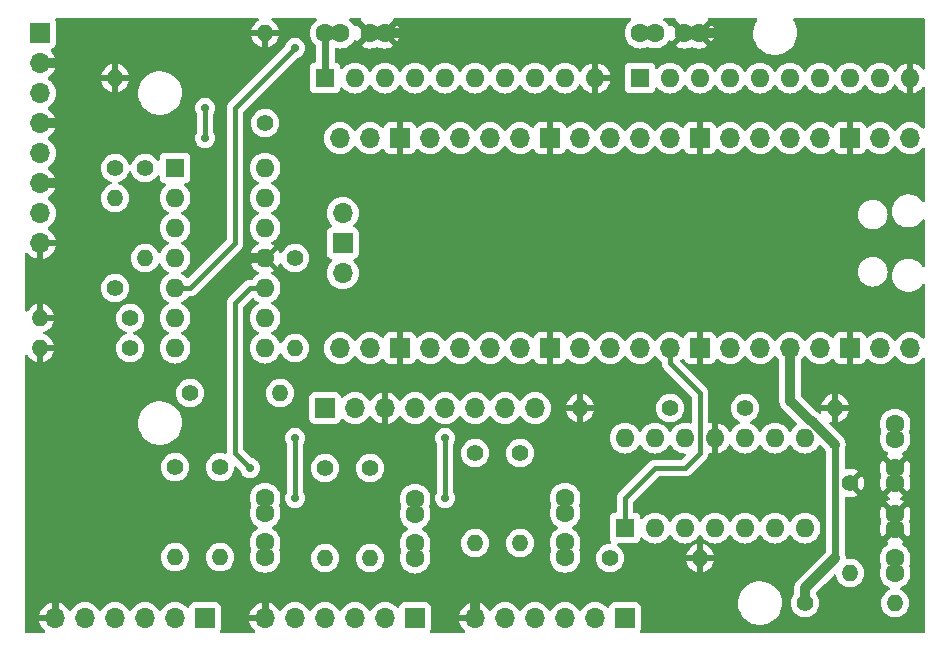
<source format=gbr>
%TF.GenerationSoftware,KiCad,Pcbnew,7.0.7*%
%TF.CreationDate,2024-05-24T10:33:18-04:00*%
%TF.ProjectId,pi-pico-adapter3,70692d70-6963-46f2-9d61-646170746572,rev?*%
%TF.SameCoordinates,PX791ddc0PY791ddc0*%
%TF.FileFunction,Copper,L2,Bot*%
%TF.FilePolarity,Positive*%
%FSLAX46Y46*%
G04 Gerber Fmt 4.6, Leading zero omitted, Abs format (unit mm)*
G04 Created by KiCad (PCBNEW 7.0.7) date 2024-05-24 10:33:18*
%MOMM*%
%LPD*%
G01*
G04 APERTURE LIST*
%TA.AperFunction,ComponentPad*%
%ADD10C,1.600000*%
%TD*%
%TA.AperFunction,ComponentPad*%
%ADD11C,1.400000*%
%TD*%
%TA.AperFunction,ComponentPad*%
%ADD12O,1.400000X1.400000*%
%TD*%
%TA.AperFunction,ComponentPad*%
%ADD13R,1.600000X1.600000*%
%TD*%
%TA.AperFunction,ComponentPad*%
%ADD14O,1.600000X1.600000*%
%TD*%
%TA.AperFunction,ComponentPad*%
%ADD15R,1.700000X1.700000*%
%TD*%
%TA.AperFunction,ComponentPad*%
%ADD16O,1.700000X1.700000*%
%TD*%
%TA.AperFunction,ViaPad*%
%ADD17C,0.700001*%
%TD*%
%TA.AperFunction,Conductor*%
%ADD18C,0.812800*%
%TD*%
%TA.AperFunction,Conductor*%
%ADD19C,0.609600*%
%TD*%
%TA.AperFunction,Conductor*%
%ADD20C,0.406400*%
%TD*%
G04 APERTURE END LIST*
D10*
%TO.P,C4,1*%
%TO.N,Net-(U1B-+)*%
X47930000Y33350000D03*
X47930000Y34600000D03*
%TO.P,C4,2*%
%TO.N,GND*%
X47930000Y37100000D03*
X47930000Y38350000D03*
%TD*%
%TO.P,C6,1*%
%TO.N,Net-(RDACA1-common)*%
X26340000Y79070000D03*
X27590000Y79070000D03*
%TO.P,C6,2*%
%TO.N,GND*%
X30090000Y79070000D03*
X31340000Y79070000D03*
%TD*%
D11*
%TO.P,R5,1*%
%TO.N,Net-(U1D--)*%
X28880000Y47320000D03*
D12*
%TO.P,R5,2*%
%TO.N,GND*%
X21260000Y47320000D03*
%TD*%
D11*
%TO.P,R9,1*%
%TO.N,/IAWGB*%
X-11760000Y48590000D03*
D12*
%TO.P,R9,2*%
%TO.N,Net-(U2C--)*%
X-4140000Y48590000D03*
%TD*%
D11*
%TO.P,R16,1*%
%TO.N,Net-(U1C-+)*%
X12370000Y43510000D03*
D12*
%TO.P,R16,2*%
%TO.N,Net-(J1-Pin_5)*%
X12370000Y35890000D03*
%TD*%
D13*
%TO.P,U2,1*%
%TO.N,/IAWGA*%
X-13030000Y67640000D03*
D14*
%TO.P,U2,2,-*%
%TO.N,Net-(U2A--)*%
X-13030000Y65100000D03*
%TO.P,U2,3,+*%
%TO.N,/VCM*%
X-13030000Y62560000D03*
%TO.P,U2,4,V+*%
%TO.N,/VSYS*%
X-13030000Y60020000D03*
%TO.P,U2,5,+*%
%TO.N,Net-(RDACA1-common)*%
X-13030000Y57480000D03*
%TO.P,U2,6,-*%
%TO.N,/AWGA*%
X-13030000Y54940000D03*
%TO.P,U2,7*%
X-13030000Y52400000D03*
%TO.P,U2,8*%
%TO.N,/IAWGB*%
X-5410000Y52400000D03*
%TO.P,U2,9,-*%
%TO.N,Net-(U2C--)*%
X-5410000Y54940000D03*
%TO.P,U2,10,+*%
%TO.N,/VCM*%
X-5410000Y57480000D03*
%TO.P,U2,11,V-*%
%TO.N,GND*%
X-5410000Y60020000D03*
%TO.P,U2,12,+*%
%TO.N,Net-(RDACB1-common)*%
X-5410000Y62560000D03*
%TO.P,U2,13,-*%
%TO.N,/AWGB*%
X-5410000Y65100000D03*
%TO.P,U2,14*%
X-5410000Y67640000D03*
%TD*%
D15*
%TO.P,J1,1,Pin_1*%
%TO.N,/3V3*%
X25070000Y29540000D03*
D16*
%TO.P,J1,2,Pin_2*%
%TO.N,Net-(J1-Pin_2)*%
X22530000Y29540000D03*
%TO.P,J1,3,Pin_3*%
%TO.N,Net-(J1-Pin_3)*%
X19990000Y29540000D03*
%TO.P,J1,4,Pin_4*%
%TO.N,/VCM*%
X17450000Y29540000D03*
%TO.P,J1,5,Pin_5*%
%TO.N,Net-(J1-Pin_5)*%
X14910000Y29540000D03*
%TO.P,J1,6,Pin_6*%
%TO.N,GND*%
X12370000Y29540000D03*
%TD*%
D11*
%TO.P,R19,1*%
%TO.N,/3V3*%
X40310000Y30810000D03*
D12*
%TO.P,R19,2*%
%TO.N,Net-(U1B-+)*%
X47930000Y30810000D03*
%TD*%
D15*
%TO.P,J3,1,Pin_1*%
%TO.N,/IAWGB*%
X-24460000Y79070000D03*
D16*
%TO.P,J3,2,Pin_2*%
%TO.N,GND*%
X-24460000Y76530000D03*
%TO.P,J3,3,Pin_3*%
%TO.N,/AWGB*%
X-24460000Y73990000D03*
%TO.P,J3,4,Pin_4*%
%TO.N,GND*%
X-24460000Y71450000D03*
%TO.P,J3,5,Pin_5*%
%TO.N,/IAWGA*%
X-24460000Y68910000D03*
%TO.P,J3,6,Pin_6*%
%TO.N,GND*%
X-24460000Y66370000D03*
%TO.P,J3,7,Pin_7*%
%TO.N,/AWGA*%
X-24460000Y63830000D03*
%TO.P,J3,8,Pin_8*%
%TO.N,GND*%
X-24460000Y61290000D03*
%TD*%
D11*
%TO.P,R8,1*%
%TO.N,/AWGB*%
X-2870000Y60020000D03*
D12*
%TO.P,R8,2*%
%TO.N,Net-(U2C--)*%
X-2870000Y52400000D03*
%TD*%
D11*
%TO.P,R2,1*%
%TO.N,/IAWGB*%
X-16840000Y52400000D03*
D12*
%TO.P,R2,2*%
%TO.N,GND*%
X-24460000Y52400000D03*
%TD*%
D11*
%TO.P,R4,1*%
%TO.N,/IAWGA*%
X-18110000Y67640000D03*
D12*
%TO.P,R4,2*%
%TO.N,GND*%
X-18110000Y75260000D03*
%TD*%
D10*
%TO.P,C3,1*%
%TO.N,Net-(J5-Pin_2)*%
X-5410000Y34700000D03*
X-5410000Y35950000D03*
%TO.P,C3,2*%
%TO.N,Net-(J5-Pin_3)*%
X-5410000Y38450000D03*
X-5410000Y39700000D03*
%TD*%
D11*
%TO.P,R17,1*%
%TO.N,Net-(U1C-+)*%
X16180000Y43510000D03*
D12*
%TO.P,R17,2*%
%TO.N,Net-(J1-Pin_3)*%
X16180000Y35890000D03*
%TD*%
D15*
%TO.P,J5,1,Pin_1*%
%TO.N,/3V3*%
X-10490000Y29540000D03*
D16*
%TO.P,J5,2,Pin_2*%
%TO.N,Net-(J5-Pin_2)*%
X-13030000Y29540000D03*
%TO.P,J5,3,Pin_3*%
%TO.N,Net-(J5-Pin_3)*%
X-15570000Y29540000D03*
%TO.P,J5,4,Pin_4*%
%TO.N,/VCM*%
X-18110000Y29540000D03*
%TO.P,J5,5,Pin_5*%
%TO.N,Net-(J5-Pin_5)*%
X-20650000Y29540000D03*
%TO.P,J5,6,Pin_6*%
%TO.N,GND*%
X-23190000Y29540000D03*
%TD*%
D10*
%TO.P,C2,1*%
%TO.N,Net-(J2-Pin_2)*%
X7290000Y34620000D03*
X7290000Y35870000D03*
%TO.P,C2,2*%
%TO.N,Net-(J2-Pin_3)*%
X7290000Y38370000D03*
X7290000Y39620000D03*
%TD*%
D11*
%TO.P,R11,1*%
%TO.N,/IAWGA*%
X-15570000Y67640000D03*
D12*
%TO.P,R11,2*%
%TO.N,Net-(U2A--)*%
X-15570000Y60020000D03*
%TD*%
D10*
%TO.P,C1,1*%
%TO.N,Net-(J1-Pin_2)*%
X19990000Y34700000D03*
X19990000Y35950000D03*
%TO.P,C1,2*%
%TO.N,Net-(J1-Pin_3)*%
X19990000Y38450000D03*
X19990000Y39700000D03*
%TD*%
D16*
%TO.P,U3,1,GPIO0*%
%TO.N,Net-(RDACA1-R8)*%
X49200000Y70180000D03*
%TO.P,U3,2,GPIO1*%
%TO.N,Net-(RDACA1-R7)*%
X46660000Y70180000D03*
D15*
%TO.P,U3,3,GND*%
%TO.N,GND*%
X44120000Y70180000D03*
D16*
%TO.P,U3,4,GPIO2*%
%TO.N,Net-(RDACA1-R6)*%
X41580000Y70180000D03*
%TO.P,U3,5,GPIO3*%
%TO.N,Net-(RDACA1-R5)*%
X39040000Y70180000D03*
%TO.P,U3,6,GPIO4*%
%TO.N,Net-(RDACA1-R4)*%
X36500000Y70180000D03*
%TO.P,U3,7,GPIO5*%
%TO.N,Net-(RDACA1-R3)*%
X33960000Y70180000D03*
D15*
%TO.P,U3,8,GND*%
%TO.N,GND*%
X31420000Y70180000D03*
D16*
%TO.P,U3,9,GPIO6*%
%TO.N,Net-(RDACA1-R2)*%
X28880000Y70180000D03*
%TO.P,U3,10,GPIO7*%
%TO.N,Net-(RDACA1-R1)*%
X26340000Y70180000D03*
%TO.P,U3,11,GPIO8*%
%TO.N,Net-(RDACB1-R8)*%
X23800000Y70180000D03*
%TO.P,U3,12,GPIO9*%
%TO.N,Net-(RDACB1-R7)*%
X21260000Y70180000D03*
D15*
%TO.P,U3,13,GND*%
%TO.N,GND*%
X18720000Y70180000D03*
D16*
%TO.P,U3,14,GPIO10*%
%TO.N,Net-(RDACB1-R6)*%
X16180000Y70180000D03*
%TO.P,U3,15,GPIO11*%
%TO.N,Net-(RDACB1-R5)*%
X13640000Y70180000D03*
%TO.P,U3,16,GPIO12*%
%TO.N,Net-(RDACB1-R4)*%
X11100000Y70180000D03*
%TO.P,U3,17,GPIO13*%
%TO.N,Net-(RDACB1-R3)*%
X8560000Y70180000D03*
D15*
%TO.P,U3,18,GND*%
%TO.N,GND*%
X6020000Y70180000D03*
D16*
%TO.P,U3,19,GPIO14*%
%TO.N,Net-(RDACB1-R2)*%
X3480000Y70180000D03*
%TO.P,U3,20,GPIO15*%
%TO.N,Net-(RDACB1-R1)*%
X940000Y70180000D03*
%TO.P,U3,21,GPIO16*%
%TO.N,Net-(J4-Pin_1)*%
X940000Y52400000D03*
%TO.P,U3,22,GPIO17*%
%TO.N,Net-(J4-Pin_2)*%
X3480000Y52400000D03*
D15*
%TO.P,U3,23,GND*%
%TO.N,GND*%
X6020000Y52400000D03*
D16*
%TO.P,U3,24,GPIO18*%
%TO.N,Net-(J4-Pin_4)*%
X8560000Y52400000D03*
%TO.P,U3,25,GPIO19*%
%TO.N,Net-(J4-Pin_5)*%
X11100000Y52400000D03*
%TO.P,U3,26,GPIO20*%
%TO.N,Net-(J4-Pin_6)*%
X13640000Y52400000D03*
%TO.P,U3,27,GPIO21*%
%TO.N,Net-(J4-Pin_7)*%
X16180000Y52400000D03*
D15*
%TO.P,U3,28,GND*%
%TO.N,GND*%
X18720000Y52400000D03*
D16*
%TO.P,U3,29,GPIO22*%
%TO.N,/PWMOUT*%
X21260000Y52400000D03*
%TO.P,U3,30,RUN*%
%TO.N,unconnected-(U3-RUN-Pad30)*%
X23800000Y52400000D03*
%TO.P,U3,31,GPIO26_ADC0*%
%TO.N,Net-(U1D--)*%
X26340000Y52400000D03*
%TO.P,U3,32,GPIO27_ADC1*%
%TO.N,Net-(U1A--)*%
X28880000Y52400000D03*
D15*
%TO.P,U3,33,AGND*%
%TO.N,GND*%
X31420000Y52400000D03*
D16*
%TO.P,U3,34,GPIO28_ADC2*%
%TO.N,Net-(U1C--)*%
X33960000Y52400000D03*
%TO.P,U3,35,ADC_VREF*%
%TO.N,unconnected-(U3-ADC_VREF-Pad35)*%
X36500000Y52400000D03*
%TO.P,U3,36,3V3*%
%TO.N,/3V3*%
X39040000Y52400000D03*
%TO.P,U3,37,3V3_EN*%
%TO.N,unconnected-(U3-3V3_EN-Pad37)*%
X41580000Y52400000D03*
D15*
%TO.P,U3,38,GND*%
%TO.N,GND*%
X44120000Y52400000D03*
D16*
%TO.P,U3,39,VSYS*%
%TO.N,/VSYS*%
X46660000Y52400000D03*
%TO.P,U3,40,VBUS*%
%TO.N,unconnected-(U3-VBUS-Pad40)*%
X49200000Y52400000D03*
%TO.P,U3,41,SWCLK*%
%TO.N,unconnected-(U3-SWCLK-Pad41)*%
X1170000Y63830000D03*
D15*
%TO.P,U3,42,GND*%
%TO.N,unconnected-(U3-GND-Pad42)*%
X1170000Y61290000D03*
D16*
%TO.P,U3,43,SWDIO*%
%TO.N,unconnected-(U3-SWDIO-Pad43)*%
X1170000Y58750000D03*
%TD*%
D11*
%TO.P,R6,1*%
%TO.N,Net-(U1A--)*%
X23800000Y34620000D03*
D12*
%TO.P,R6,2*%
%TO.N,GND*%
X31420000Y34620000D03*
%TD*%
D10*
%TO.P,C5,1*%
%TO.N,Net-(RDACB1-common)*%
X-290000Y79070000D03*
X960000Y79070000D03*
%TO.P,C5,2*%
%TO.N,GND*%
X3460000Y79070000D03*
X4710000Y79070000D03*
%TD*%
%TO.P,C7,1*%
%TO.N,GND*%
X47930000Y40970000D03*
X47930000Y42220000D03*
%TO.P,C7,2*%
%TO.N,/VSYS*%
X47930000Y44720000D03*
X47930000Y45970000D03*
%TD*%
D11*
%TO.P,R18,1*%
%TO.N,GND*%
X44120000Y40970000D03*
D12*
%TO.P,R18,2*%
%TO.N,Net-(U1B-+)*%
X44120000Y33350000D03*
%TD*%
D11*
%TO.P,R1,1*%
%TO.N,/AWGB*%
X-5410000Y71450000D03*
D12*
%TO.P,R1,2*%
%TO.N,GND*%
X-5410000Y79070000D03*
%TD*%
D11*
%TO.P,R14,1*%
%TO.N,Net-(U1A-+)*%
X-330000Y42240000D03*
D12*
%TO.P,R14,2*%
%TO.N,Net-(J2-Pin_5)*%
X-330000Y34620000D03*
%TD*%
D13*
%TO.P,U1,1*%
%TO.N,Net-(U1A--)*%
X25070000Y37160000D03*
D14*
%TO.P,U1,2,-*%
X27610000Y37160000D03*
%TO.P,U1,3,+*%
%TO.N,Net-(U1A-+)*%
X30150000Y37160000D03*
%TO.P,U1,4,V+*%
%TO.N,/VSYS*%
X32690000Y37160000D03*
%TO.P,U1,5,+*%
%TO.N,Net-(U1B-+)*%
X35230000Y37160000D03*
%TO.P,U1,6,-*%
%TO.N,/VCM*%
X37770000Y37160000D03*
%TO.P,U1,7*%
X40310000Y37160000D03*
%TO.P,U1,8*%
%TO.N,Net-(U1C--)*%
X40310000Y44780000D03*
%TO.P,U1,9,-*%
X37770000Y44780000D03*
%TO.P,U1,10,+*%
%TO.N,Net-(U1C-+)*%
X35230000Y44780000D03*
%TO.P,U1,11,V-*%
%TO.N,GND*%
X32690000Y44780000D03*
%TO.P,U1,12,+*%
%TO.N,Net-(U1D-+)*%
X30150000Y44780000D03*
%TO.P,U1,13,-*%
%TO.N,Net-(U1D--)*%
X27610000Y44780000D03*
%TO.P,U1,14*%
X25070000Y44780000D03*
%TD*%
D11*
%TO.P,R10,1*%
%TO.N,/AWGA*%
X-18110000Y57480000D03*
D12*
%TO.P,R10,2*%
%TO.N,Net-(U2A--)*%
X-18110000Y65100000D03*
%TD*%
D11*
%TO.P,R12,1*%
%TO.N,Net-(U1D-+)*%
X-13030000Y42320000D03*
D12*
%TO.P,R12,2*%
%TO.N,Net-(J5-Pin_5)*%
X-13030000Y34700000D03*
%TD*%
D13*
%TO.P,RDACA1,1,common*%
%TO.N,Net-(RDACA1-common)*%
X26340000Y75260000D03*
D14*
%TO.P,RDACA1,2,R1*%
%TO.N,Net-(RDACA1-R1)*%
X28880000Y75260000D03*
%TO.P,RDACA1,3,R2*%
%TO.N,Net-(RDACA1-R2)*%
X31420000Y75260000D03*
%TO.P,RDACA1,4,R3*%
%TO.N,Net-(RDACA1-R3)*%
X33960000Y75260000D03*
%TO.P,RDACA1,5,R4*%
%TO.N,Net-(RDACA1-R4)*%
X36500000Y75260000D03*
%TO.P,RDACA1,6,R5*%
%TO.N,Net-(RDACA1-R5)*%
X39040000Y75260000D03*
%TO.P,RDACA1,7,R6*%
%TO.N,Net-(RDACA1-R6)*%
X41580000Y75260000D03*
%TO.P,RDACA1,8,R7*%
%TO.N,Net-(RDACA1-R7)*%
X44120000Y75260000D03*
%TO.P,RDACA1,9,R8*%
%TO.N,Net-(RDACA1-R8)*%
X46660000Y75260000D03*
%TO.P,RDACA1,10,R9*%
%TO.N,GND*%
X49200000Y75260000D03*
%TD*%
D11*
%TO.P,R13,1*%
%TO.N,Net-(U1D-+)*%
X-9220000Y42320000D03*
D12*
%TO.P,R13,2*%
%TO.N,Net-(J5-Pin_3)*%
X-9220000Y34700000D03*
%TD*%
D11*
%TO.P,R15,1*%
%TO.N,Net-(U1A-+)*%
X3480000Y42240000D03*
D12*
%TO.P,R15,2*%
%TO.N,Net-(J2-Pin_3)*%
X3480000Y34620000D03*
%TD*%
D11*
%TO.P,R3,1*%
%TO.N,/AWGA*%
X-16840000Y54940000D03*
D12*
%TO.P,R3,2*%
%TO.N,GND*%
X-24460000Y54940000D03*
%TD*%
D11*
%TO.P,R7,1*%
%TO.N,Net-(U1C--)*%
X35230000Y47320000D03*
D12*
%TO.P,R7,2*%
%TO.N,GND*%
X42850000Y47320000D03*
%TD*%
D15*
%TO.P,J2,1,Pin_1*%
%TO.N,/3V3*%
X7290000Y29540000D03*
D16*
%TO.P,J2,2,Pin_2*%
%TO.N,Net-(J2-Pin_2)*%
X4750000Y29540000D03*
%TO.P,J2,3,Pin_3*%
%TO.N,Net-(J2-Pin_3)*%
X2210000Y29540000D03*
%TO.P,J2,4,Pin_4*%
%TO.N,/VCM*%
X-330000Y29540000D03*
%TO.P,J2,5,Pin_5*%
%TO.N,Net-(J2-Pin_5)*%
X-2870000Y29540000D03*
%TO.P,J2,6,Pin_6*%
%TO.N,GND*%
X-5410000Y29540000D03*
%TD*%
D15*
%TO.P,J4,1,Pin_1*%
%TO.N,Net-(J4-Pin_1)*%
X-330000Y47320000D03*
D16*
%TO.P,J4,2,Pin_2*%
%TO.N,Net-(J4-Pin_2)*%
X2210000Y47320000D03*
%TO.P,J4,3,Pin_3*%
%TO.N,GND*%
X4750000Y47320000D03*
%TO.P,J4,4,Pin_4*%
%TO.N,Net-(J4-Pin_4)*%
X7290000Y47320000D03*
%TO.P,J4,5,Pin_5*%
%TO.N,Net-(J4-Pin_5)*%
X9830000Y47320000D03*
%TO.P,J4,6,Pin_6*%
%TO.N,Net-(J4-Pin_6)*%
X12370000Y47320000D03*
%TO.P,J4,7,Pin_7*%
%TO.N,Net-(J4-Pin_7)*%
X14910000Y47320000D03*
%TO.P,J4,8,Pin_8*%
%TO.N,/PWMOUT*%
X17450000Y47320000D03*
%TD*%
D13*
%TO.P,RDACB1,1,common*%
%TO.N,Net-(RDACB1-common)*%
X-330000Y75260000D03*
D14*
%TO.P,RDACB1,2,R1*%
%TO.N,Net-(RDACB1-R1)*%
X2210000Y75260000D03*
%TO.P,RDACB1,3,R2*%
%TO.N,Net-(RDACB1-R2)*%
X4750000Y75260000D03*
%TO.P,RDACB1,4,R3*%
%TO.N,Net-(RDACB1-R3)*%
X7290000Y75260000D03*
%TO.P,RDACB1,5,R4*%
%TO.N,Net-(RDACB1-R4)*%
X9830000Y75260000D03*
%TO.P,RDACB1,6,R5*%
%TO.N,Net-(RDACB1-R5)*%
X12370000Y75260000D03*
%TO.P,RDACB1,7,R6*%
%TO.N,Net-(RDACB1-R6)*%
X14910000Y75260000D03*
%TO.P,RDACB1,8,R7*%
%TO.N,Net-(RDACB1-R7)*%
X17450000Y75260000D03*
%TO.P,RDACB1,9,R8*%
%TO.N,Net-(RDACB1-R8)*%
X19990000Y75260000D03*
%TO.P,RDACB1,10,R9*%
%TO.N,GND*%
X22530000Y75260000D03*
%TD*%
D17*
%TO.N,Net-(RDACA1-common)*%
X-2870000Y77800000D03*
%TO.N,/3V3*%
X9830000Y39700000D03*
X-2870000Y39700000D03*
X-2870000Y44780000D03*
X9830000Y44780000D03*
%TO.N,/VCM*%
X-6680000Y42240000D03*
%TO.N,/IAWGB*%
X-10490000Y70180000D03*
X-10490000Y72720000D03*
%TD*%
D18*
%TO.N,GND*%
X30090000Y79070000D02*
X33960000Y79070000D01*
X3460000Y79070000D02*
X7290000Y79070000D01*
D19*
X-23190000Y29540000D02*
X-23190000Y32080000D01*
D18*
X-24460000Y66370000D02*
X-21920000Y66370000D01*
X-24460000Y76530000D02*
X-21920000Y76530000D01*
X-6680000Y60020000D02*
X-7950000Y58750000D01*
X12370000Y29540000D02*
X12370000Y32080000D01*
D20*
X-5410000Y60020000D02*
X-4140000Y58750000D01*
D18*
X-21920000Y71450000D02*
X-24460000Y71450000D01*
X-21920000Y66370000D02*
X-21920000Y71450000D01*
D19*
X-5410000Y29540000D02*
X-5410000Y32080000D01*
D18*
X-5410000Y60020000D02*
X-6680000Y60020000D01*
D20*
X-5410000Y60020000D02*
X-4140000Y61290000D01*
D18*
X-21920000Y76530000D02*
X-21920000Y71450000D01*
D19*
%TO.N,Net-(RDACB1-common)*%
X-330000Y75260000D02*
X-330000Y79030000D01*
D20*
%TO.N,Net-(RDACA1-common)*%
X-7950000Y72720000D02*
X-2870000Y77800000D01*
X-7950000Y61290000D02*
X-7950000Y72720000D01*
X-13030000Y57480000D02*
X-11760000Y57480000D01*
X-11760000Y57480000D02*
X-7950000Y61290000D01*
%TO.N,/3V3*%
X9830000Y44780000D02*
X9830000Y39700000D01*
D18*
X40892550Y46186400D02*
X42850000Y44228950D01*
D20*
X-2870000Y39700000D02*
X-2870000Y44780000D01*
D18*
X39040000Y52400000D02*
X39040000Y47955000D01*
X39040000Y47955000D02*
X40808600Y46186400D01*
X40310000Y32080000D02*
X40310000Y30810000D01*
X42850000Y34620000D02*
X40310000Y32080000D01*
X40808600Y46186400D02*
X40892550Y46186400D01*
D19*
X42850000Y44228950D02*
X42850000Y34620000D01*
D20*
%TO.N,/VCM*%
X-7950000Y56210000D02*
X-7950000Y43510000D01*
X-7950000Y43510000D02*
X-6680000Y42240000D01*
X-5410000Y57480000D02*
X-6680000Y57480000D01*
X-6680000Y57480000D02*
X-7950000Y56210000D01*
%TO.N,/IAWGB*%
X-10490000Y72720000D02*
X-10490000Y70180000D01*
%TO.N,Net-(U1A--)*%
X28880000Y51130000D02*
X28880000Y52400000D01*
X31420000Y43510000D02*
X31420000Y48590000D01*
X31420000Y48590000D02*
X28880000Y51130000D01*
X27610000Y42240000D02*
X30150000Y42240000D01*
X25070000Y37160000D02*
X25070000Y39700000D01*
X30150000Y42240000D02*
X31420000Y43510000D01*
X25070000Y39700000D02*
X27610000Y42240000D01*
%TD*%
%TA.AperFunction,Conductor*%
%TO.N,GND*%
G36*
X-6007152Y80320315D02*
G01*
X-5961397Y80267511D01*
X-5951453Y80198353D01*
X-5980478Y80134797D01*
X-6008913Y80110573D01*
X-6136262Y80031722D01*
X-6300609Y79881901D01*
X-6434632Y79704426D01*
X-6533761Y79505350D01*
X-6586495Y79320000D01*
X-5872047Y79320000D01*
X-5805008Y79300315D01*
X-5759253Y79247511D01*
X-5749309Y79178353D01*
X-5751842Y79165557D01*
X-5753983Y79157104D01*
X-5763629Y79040701D01*
X-5763629Y79040698D01*
X-5763628Y79040698D01*
X-5748990Y78982892D01*
X-5746849Y78974440D01*
X-5749475Y78904619D01*
X-5789431Y78847302D01*
X-5854032Y78820686D01*
X-5867055Y78820000D01*
X-6586495Y78820000D01*
X-6533761Y78634651D01*
X-6434632Y78435575D01*
X-6300609Y78258100D01*
X-6136262Y78108279D01*
X-5947180Y77991203D01*
X-5947178Y77991202D01*
X-5739805Y77910865D01*
X-5660000Y77895948D01*
X-5660000Y78612102D01*
X-5640315Y78679141D01*
X-5587511Y78724896D01*
X-5518353Y78734840D01*
X-5495741Y78729385D01*
X-5468405Y78720000D01*
X-5380996Y78720000D01*
X-5380995Y78720000D01*
X-5304410Y78732780D01*
X-5235046Y78724398D01*
X-5181224Y78679845D01*
X-5160033Y78613267D01*
X-5160001Y78610471D01*
X-5160001Y77895948D01*
X-5080195Y77910866D01*
X-4872823Y77991202D01*
X-4872821Y77991203D01*
X-4683739Y78108279D01*
X-4519392Y78258100D01*
X-4385369Y78435575D01*
X-4286240Y78634651D01*
X-4233505Y78820000D01*
X-4947953Y78820000D01*
X-5014992Y78839685D01*
X-5060747Y78892489D01*
X-5070691Y78961647D01*
X-5068158Y78974443D01*
X-5066021Y78982886D01*
X-5066018Y78982892D01*
X-5056372Y79099302D01*
X-5073151Y79165562D01*
X-5070525Y79235381D01*
X-5030569Y79292698D01*
X-4965968Y79319314D01*
X-4952945Y79320000D01*
X-4233505Y79320000D01*
X-4286240Y79505350D01*
X-4385369Y79704426D01*
X-4519392Y79881901D01*
X-4683739Y80031722D01*
X-4811087Y80110573D01*
X-4857722Y80162601D01*
X-4868826Y80231583D01*
X-4840873Y80295617D01*
X-4782737Y80334374D01*
X-4745809Y80340000D01*
X-1136883Y80340000D01*
X-1069844Y80320315D01*
X-1024089Y80267511D01*
X-1014145Y80198353D01*
X-1043170Y80134797D01*
X-1065760Y80114425D01*
X-1129142Y80070046D01*
X-1290046Y79909142D01*
X-1420568Y79722735D01*
X-1420569Y79722733D01*
X-1516739Y79516498D01*
X-1516742Y79516489D01*
X-1575634Y79296698D01*
X-1575636Y79296687D01*
X-1595468Y79070002D01*
X-1595468Y79069999D01*
X-1575636Y78843314D01*
X-1575634Y78843303D01*
X-1516742Y78623512D01*
X-1516739Y78623503D01*
X-1420569Y78417268D01*
X-1420568Y78417266D01*
X-1290046Y78230859D01*
X-1171620Y78112433D01*
X-1138135Y78051110D01*
X-1135301Y78024752D01*
X-1135300Y76676351D01*
X-1154985Y76609312D01*
X-1207788Y76563557D01*
X-1230783Y76555675D01*
X-1237480Y76554093D01*
X-1372329Y76503798D01*
X-1372336Y76503794D01*
X-1487545Y76417548D01*
X-1487548Y76417545D01*
X-1573794Y76302336D01*
X-1573798Y76302329D01*
X-1624092Y76167483D01*
X-1630499Y76107884D01*
X-1630500Y76107865D01*
X-1630500Y74412130D01*
X-1630499Y74412124D01*
X-1624092Y74352517D01*
X-1573798Y74217672D01*
X-1573794Y74217665D01*
X-1487548Y74102456D01*
X-1487545Y74102453D01*
X-1372336Y74016207D01*
X-1372329Y74016203D01*
X-1237483Y73965909D01*
X-1237484Y73965909D01*
X-1230556Y73965165D01*
X-1177873Y73959500D01*
X517872Y73959501D01*
X577483Y73965909D01*
X712331Y74016204D01*
X827546Y74102454D01*
X913796Y74217669D01*
X964091Y74352517D01*
X967862Y74387599D01*
X994599Y74452145D01*
X1051990Y74491994D01*
X1121816Y74494489D01*
X1181905Y74458837D01*
X1192726Y74445464D01*
X1209956Y74420857D01*
X1370858Y74259955D01*
X1370861Y74259953D01*
X1557266Y74129432D01*
X1763504Y74033261D01*
X1983308Y73974365D01*
X2145230Y73960199D01*
X2209998Y73954532D01*
X2210000Y73954532D01*
X2210002Y73954532D01*
X2266807Y73959502D01*
X2436692Y73974365D01*
X2656496Y74033261D01*
X2862734Y74129432D01*
X3049139Y74259953D01*
X3210047Y74420861D01*
X3340568Y74607266D01*
X3367618Y74665276D01*
X3413790Y74717715D01*
X3480983Y74736867D01*
X3547865Y74716652D01*
X3592382Y74665275D01*
X3619429Y74607272D01*
X3619432Y74607266D01*
X3749954Y74420859D01*
X3910858Y74259955D01*
X3910861Y74259953D01*
X4097266Y74129432D01*
X4303504Y74033261D01*
X4523308Y73974365D01*
X4685230Y73960199D01*
X4749998Y73954532D01*
X4750000Y73954532D01*
X4750002Y73954532D01*
X4806807Y73959502D01*
X4976692Y73974365D01*
X5196496Y74033261D01*
X5402734Y74129432D01*
X5589139Y74259953D01*
X5750047Y74420861D01*
X5880568Y74607266D01*
X5907618Y74665276D01*
X5953790Y74717715D01*
X6020983Y74736867D01*
X6087865Y74716652D01*
X6132382Y74665275D01*
X6159429Y74607272D01*
X6159432Y74607266D01*
X6289954Y74420859D01*
X6450858Y74259955D01*
X6450861Y74259953D01*
X6637266Y74129432D01*
X6843504Y74033261D01*
X7063308Y73974365D01*
X7225230Y73960199D01*
X7289998Y73954532D01*
X7290000Y73954532D01*
X7290002Y73954532D01*
X7346807Y73959502D01*
X7516692Y73974365D01*
X7736496Y74033261D01*
X7942734Y74129432D01*
X8129139Y74259953D01*
X8290047Y74420861D01*
X8420568Y74607266D01*
X8447618Y74665276D01*
X8493790Y74717715D01*
X8560983Y74736867D01*
X8627865Y74716652D01*
X8672382Y74665275D01*
X8699429Y74607272D01*
X8699432Y74607266D01*
X8829954Y74420859D01*
X8990858Y74259955D01*
X8990861Y74259953D01*
X9177266Y74129432D01*
X9383504Y74033261D01*
X9603308Y73974365D01*
X9765230Y73960199D01*
X9829998Y73954532D01*
X9830000Y73954532D01*
X9830002Y73954532D01*
X9886807Y73959502D01*
X10056692Y73974365D01*
X10276496Y74033261D01*
X10482734Y74129432D01*
X10669139Y74259953D01*
X10830047Y74420861D01*
X10960568Y74607266D01*
X10987618Y74665276D01*
X11033790Y74717715D01*
X11100983Y74736867D01*
X11167865Y74716652D01*
X11212382Y74665275D01*
X11239429Y74607272D01*
X11239432Y74607266D01*
X11369954Y74420859D01*
X11530858Y74259955D01*
X11530861Y74259953D01*
X11717266Y74129432D01*
X11923504Y74033261D01*
X12143308Y73974365D01*
X12305230Y73960199D01*
X12369998Y73954532D01*
X12370000Y73954532D01*
X12370002Y73954532D01*
X12426807Y73959502D01*
X12596692Y73974365D01*
X12816496Y74033261D01*
X13022734Y74129432D01*
X13209139Y74259953D01*
X13370047Y74420861D01*
X13500568Y74607266D01*
X13527618Y74665276D01*
X13573790Y74717715D01*
X13640983Y74736867D01*
X13707865Y74716652D01*
X13752382Y74665275D01*
X13779429Y74607272D01*
X13779432Y74607266D01*
X13909954Y74420859D01*
X14070858Y74259955D01*
X14070861Y74259953D01*
X14257266Y74129432D01*
X14463504Y74033261D01*
X14683308Y73974365D01*
X14845230Y73960199D01*
X14909998Y73954532D01*
X14910000Y73954532D01*
X14910002Y73954532D01*
X14966807Y73959502D01*
X15136692Y73974365D01*
X15356496Y74033261D01*
X15562734Y74129432D01*
X15749139Y74259953D01*
X15910047Y74420861D01*
X16040568Y74607266D01*
X16067618Y74665276D01*
X16113790Y74717715D01*
X16180983Y74736867D01*
X16247865Y74716652D01*
X16292382Y74665275D01*
X16319429Y74607272D01*
X16319432Y74607266D01*
X16449954Y74420859D01*
X16610858Y74259955D01*
X16610861Y74259953D01*
X16797266Y74129432D01*
X17003504Y74033261D01*
X17223308Y73974365D01*
X17385230Y73960199D01*
X17449998Y73954532D01*
X17450000Y73954532D01*
X17450002Y73954532D01*
X17506807Y73959502D01*
X17676692Y73974365D01*
X17896496Y74033261D01*
X18102734Y74129432D01*
X18289139Y74259953D01*
X18450047Y74420861D01*
X18580568Y74607266D01*
X18607618Y74665276D01*
X18653790Y74717715D01*
X18720983Y74736867D01*
X18787865Y74716652D01*
X18832382Y74665275D01*
X18859429Y74607272D01*
X18859432Y74607266D01*
X18989954Y74420859D01*
X19150858Y74259955D01*
X19150861Y74259953D01*
X19337266Y74129432D01*
X19543504Y74033261D01*
X19763308Y73974365D01*
X19925230Y73960199D01*
X19989998Y73954532D01*
X19990000Y73954532D01*
X19990002Y73954532D01*
X20046807Y73959502D01*
X20216692Y73974365D01*
X20436496Y74033261D01*
X20642734Y74129432D01*
X20829139Y74259953D01*
X20990047Y74420861D01*
X21120568Y74607266D01*
X21147895Y74665871D01*
X21194064Y74718305D01*
X21261257Y74737458D01*
X21328139Y74717243D01*
X21372657Y74665867D01*
X21399865Y74607518D01*
X21530342Y74421180D01*
X21691179Y74260343D01*
X21877517Y74129866D01*
X22083673Y74033735D01*
X22083682Y74033731D01*
X22279999Y73981128D01*
X22280000Y73981129D01*
X22280000Y74749425D01*
X22299685Y74816464D01*
X22352489Y74862219D01*
X22421647Y74872163D01*
X22423331Y74871909D01*
X22455699Y74866782D01*
X22498515Y74860000D01*
X22498519Y74860000D01*
X22561485Y74860000D01*
X22604300Y74866782D01*
X22636602Y74871898D01*
X22705894Y74862944D01*
X22759347Y74817948D01*
X22779987Y74751197D01*
X22780000Y74749425D01*
X22780000Y73981128D01*
X22976317Y74033731D01*
X22976326Y74033735D01*
X23182482Y74129866D01*
X23368820Y74260343D01*
X23529657Y74421180D01*
X23660134Y74607518D01*
X23756265Y74813674D01*
X23756269Y74813683D01*
X23808872Y75010000D01*
X23040576Y75010000D01*
X22973537Y75029685D01*
X22927782Y75082489D01*
X22917838Y75151647D01*
X22918103Y75153397D01*
X22934986Y75259997D01*
X22934986Y75260004D01*
X22918103Y75366603D01*
X22927058Y75435896D01*
X22972054Y75489348D01*
X23038806Y75509987D01*
X23040576Y75510000D01*
X23808872Y75510000D01*
X23808872Y75510001D01*
X23756269Y75706318D01*
X23756265Y75706327D01*
X23660134Y75912483D01*
X23529657Y76098821D01*
X23368820Y76259658D01*
X23182482Y76390135D01*
X22976328Y76486266D01*
X22780000Y76538873D01*
X22780000Y75770576D01*
X22760315Y75703537D01*
X22707511Y75657782D01*
X22638353Y75647838D01*
X22636602Y75648103D01*
X22561486Y75660000D01*
X22561481Y75660000D01*
X22498519Y75660000D01*
X22498514Y75660000D01*
X22423398Y75648103D01*
X22354104Y75657058D01*
X22300652Y75702054D01*
X22280013Y75768806D01*
X22280000Y75770576D01*
X22280000Y76538873D01*
X22083671Y76486266D01*
X21877517Y76390135D01*
X21691179Y76259658D01*
X21530342Y76098821D01*
X21399867Y75912485D01*
X21372657Y75854133D01*
X21326484Y75801694D01*
X21259290Y75782543D01*
X21192409Y75802759D01*
X21147893Y75854135D01*
X21120570Y75912729D01*
X21120567Y75912735D01*
X21071176Y75983273D01*
X21007274Y76074536D01*
X20990045Y76099142D01*
X20829141Y76260046D01*
X20642734Y76390568D01*
X20642732Y76390569D01*
X20436497Y76486739D01*
X20436488Y76486742D01*
X20216697Y76545634D01*
X20216693Y76545635D01*
X20216692Y76545635D01*
X20216691Y76545636D01*
X20216686Y76545636D01*
X19990002Y76565468D01*
X19989998Y76565468D01*
X19763313Y76545636D01*
X19763302Y76545634D01*
X19543511Y76486742D01*
X19543502Y76486739D01*
X19337267Y76390569D01*
X19337265Y76390568D01*
X19150858Y76260046D01*
X18989954Y76099142D01*
X18859432Y75912735D01*
X18859431Y75912733D01*
X18832382Y75854725D01*
X18786209Y75802286D01*
X18719016Y75783134D01*
X18652135Y75803350D01*
X18607618Y75854725D01*
X18580568Y75912733D01*
X18580567Y75912735D01*
X18531176Y75983273D01*
X18467274Y76074536D01*
X18450045Y76099142D01*
X18289141Y76260046D01*
X18102734Y76390568D01*
X18102732Y76390569D01*
X17896497Y76486739D01*
X17896488Y76486742D01*
X17676697Y76545634D01*
X17676693Y76545635D01*
X17676692Y76545635D01*
X17676691Y76545636D01*
X17676686Y76545636D01*
X17450002Y76565468D01*
X17449998Y76565468D01*
X17223313Y76545636D01*
X17223302Y76545634D01*
X17003511Y76486742D01*
X17003502Y76486739D01*
X16797267Y76390569D01*
X16797265Y76390568D01*
X16610858Y76260046D01*
X16449954Y76099142D01*
X16319432Y75912735D01*
X16319431Y75912733D01*
X16292382Y75854725D01*
X16246209Y75802286D01*
X16179016Y75783134D01*
X16112135Y75803350D01*
X16067618Y75854725D01*
X16040568Y75912733D01*
X16040567Y75912735D01*
X15991176Y75983273D01*
X15927274Y76074536D01*
X15910045Y76099142D01*
X15749141Y76260046D01*
X15562734Y76390568D01*
X15562732Y76390569D01*
X15356497Y76486739D01*
X15356488Y76486742D01*
X15136697Y76545634D01*
X15136693Y76545635D01*
X15136692Y76545635D01*
X15136691Y76545636D01*
X15136686Y76545636D01*
X14910002Y76565468D01*
X14909998Y76565468D01*
X14683313Y76545636D01*
X14683302Y76545634D01*
X14463511Y76486742D01*
X14463502Y76486739D01*
X14257267Y76390569D01*
X14257265Y76390568D01*
X14070858Y76260046D01*
X13909954Y76099142D01*
X13779432Y75912735D01*
X13779431Y75912733D01*
X13752382Y75854725D01*
X13706209Y75802286D01*
X13639016Y75783134D01*
X13572135Y75803350D01*
X13527618Y75854725D01*
X13500568Y75912733D01*
X13500567Y75912735D01*
X13451176Y75983273D01*
X13387274Y76074536D01*
X13370045Y76099142D01*
X13209141Y76260046D01*
X13022734Y76390568D01*
X13022732Y76390569D01*
X12816497Y76486739D01*
X12816488Y76486742D01*
X12596697Y76545634D01*
X12596693Y76545635D01*
X12596692Y76545635D01*
X12596691Y76545636D01*
X12596686Y76545636D01*
X12370002Y76565468D01*
X12369998Y76565468D01*
X12143313Y76545636D01*
X12143302Y76545634D01*
X11923511Y76486742D01*
X11923502Y76486739D01*
X11717267Y76390569D01*
X11717265Y76390568D01*
X11530858Y76260046D01*
X11369954Y76099142D01*
X11239432Y75912735D01*
X11239431Y75912733D01*
X11212382Y75854725D01*
X11166209Y75802286D01*
X11099016Y75783134D01*
X11032135Y75803350D01*
X10987618Y75854725D01*
X10960568Y75912733D01*
X10960567Y75912735D01*
X10911176Y75983273D01*
X10847274Y76074536D01*
X10830045Y76099142D01*
X10669141Y76260046D01*
X10482734Y76390568D01*
X10482732Y76390569D01*
X10276497Y76486739D01*
X10276488Y76486742D01*
X10056697Y76545634D01*
X10056693Y76545635D01*
X10056692Y76545635D01*
X10056691Y76545636D01*
X10056686Y76545636D01*
X9830002Y76565468D01*
X9829998Y76565468D01*
X9603313Y76545636D01*
X9603302Y76545634D01*
X9383511Y76486742D01*
X9383502Y76486739D01*
X9177267Y76390569D01*
X9177265Y76390568D01*
X8990858Y76260046D01*
X8829954Y76099142D01*
X8699432Y75912735D01*
X8699431Y75912733D01*
X8672382Y75854725D01*
X8626209Y75802286D01*
X8559016Y75783134D01*
X8492135Y75803350D01*
X8447618Y75854725D01*
X8420568Y75912733D01*
X8420567Y75912735D01*
X8371176Y75983273D01*
X8307274Y76074536D01*
X8290045Y76099142D01*
X8129141Y76260046D01*
X7942734Y76390568D01*
X7942732Y76390569D01*
X7736497Y76486739D01*
X7736488Y76486742D01*
X7516697Y76545634D01*
X7516693Y76545635D01*
X7516692Y76545635D01*
X7516691Y76545636D01*
X7516686Y76545636D01*
X7290002Y76565468D01*
X7289998Y76565468D01*
X7063313Y76545636D01*
X7063302Y76545634D01*
X6843511Y76486742D01*
X6843502Y76486739D01*
X6637267Y76390569D01*
X6637265Y76390568D01*
X6450858Y76260046D01*
X6289954Y76099142D01*
X6159432Y75912735D01*
X6159431Y75912733D01*
X6132382Y75854725D01*
X6086209Y75802286D01*
X6019016Y75783134D01*
X5952135Y75803350D01*
X5907618Y75854725D01*
X5880568Y75912733D01*
X5880567Y75912735D01*
X5831176Y75983273D01*
X5767274Y76074536D01*
X5750045Y76099142D01*
X5589141Y76260046D01*
X5402734Y76390568D01*
X5402732Y76390569D01*
X5196497Y76486739D01*
X5196488Y76486742D01*
X4976697Y76545634D01*
X4976693Y76545635D01*
X4976692Y76545635D01*
X4976691Y76545636D01*
X4976686Y76545636D01*
X4750002Y76565468D01*
X4749998Y76565468D01*
X4523313Y76545636D01*
X4523302Y76545634D01*
X4303511Y76486742D01*
X4303502Y76486739D01*
X4097267Y76390569D01*
X4097265Y76390568D01*
X3910858Y76260046D01*
X3749954Y76099142D01*
X3619432Y75912735D01*
X3619431Y75912733D01*
X3592382Y75854725D01*
X3546209Y75802286D01*
X3479016Y75783134D01*
X3412135Y75803350D01*
X3367618Y75854725D01*
X3340568Y75912733D01*
X3340567Y75912735D01*
X3291176Y75983273D01*
X3227274Y76074536D01*
X3210045Y76099142D01*
X3049141Y76260046D01*
X2862734Y76390568D01*
X2862732Y76390569D01*
X2656497Y76486739D01*
X2656488Y76486742D01*
X2436697Y76545634D01*
X2436693Y76545635D01*
X2436692Y76545635D01*
X2436691Y76545636D01*
X2436686Y76545636D01*
X2210002Y76565468D01*
X2209998Y76565468D01*
X1983313Y76545636D01*
X1983302Y76545634D01*
X1763511Y76486742D01*
X1763502Y76486739D01*
X1557267Y76390569D01*
X1557265Y76390568D01*
X1370858Y76260046D01*
X1209954Y76099142D01*
X1192725Y76074536D01*
X1138147Y76030912D01*
X1068648Y76023720D01*
X1006294Y76055243D01*
X970882Y76115474D01*
X967861Y76132409D01*
X964091Y76167484D01*
X913797Y76302329D01*
X913793Y76302336D01*
X827547Y76417545D01*
X827544Y76417548D01*
X712335Y76503794D01*
X712328Y76503798D01*
X577479Y76554093D01*
X570783Y76555675D01*
X510067Y76590249D01*
X477682Y76652161D01*
X475300Y76676351D01*
X475300Y77164479D01*
X475300Y77691902D01*
X494983Y77758937D01*
X547787Y77804692D01*
X616946Y77814636D01*
X631392Y77811673D01*
X657446Y77804692D01*
X733308Y77784365D01*
X895230Y77770199D01*
X959998Y77764532D01*
X960000Y77764532D01*
X960002Y77764532D01*
X1016673Y77769491D01*
X1186692Y77784365D01*
X1406496Y77843261D01*
X1612734Y77939432D01*
X1799139Y78069953D01*
X1960047Y78230861D01*
X2090568Y78417266D01*
X2097893Y78432977D01*
X2144062Y78485414D01*
X2211254Y78504568D01*
X2278136Y78484355D01*
X2322657Y78432977D01*
X2329865Y78417519D01*
X2329866Y78417517D01*
X2380973Y78344529D01*
X2380973Y78344528D01*
X2922580Y78886135D01*
X2983903Y78919620D01*
X3053594Y78914636D01*
X3109528Y78872765D01*
X3120742Y78854754D01*
X3126527Y78843401D01*
X3132358Y78831956D01*
X3132363Y78831950D01*
X3221949Y78742364D01*
X3221951Y78742363D01*
X3221955Y78742359D01*
X3244747Y78730746D01*
X3295542Y78682772D01*
X3312337Y78614951D01*
X3289799Y78548816D01*
X3276132Y78532581D01*
X2734526Y77990975D01*
X2734526Y77990974D01*
X2807512Y77939869D01*
X2807516Y77939867D01*
X3013673Y77843735D01*
X3013682Y77843731D01*
X3233389Y77784861D01*
X3233400Y77784859D01*
X3459998Y77765034D01*
X3460002Y77765034D01*
X3686599Y77784859D01*
X3686610Y77784861D01*
X3906317Y77843731D01*
X3906326Y77843734D01*
X4032595Y77902615D01*
X4101672Y77913107D01*
X4137405Y77902615D01*
X4263673Y77843734D01*
X4263682Y77843731D01*
X4483389Y77784861D01*
X4483400Y77784859D01*
X4709998Y77765034D01*
X4710002Y77765034D01*
X4936599Y77784859D01*
X4936610Y77784861D01*
X5156317Y77843731D01*
X5156331Y77843736D01*
X5362478Y77939864D01*
X5435472Y77990975D01*
X4893866Y78532581D01*
X4860381Y78593904D01*
X4865365Y78663596D01*
X4907237Y78719529D01*
X4925245Y78730742D01*
X4948045Y78742359D01*
X5037641Y78831955D01*
X5049254Y78854748D01*
X5097225Y78905542D01*
X5165046Y78922339D01*
X5231181Y78899803D01*
X5247419Y78886134D01*
X5789025Y78344528D01*
X5840136Y78417522D01*
X5936264Y78623669D01*
X5936269Y78623683D01*
X5995139Y78843390D01*
X5995141Y78843401D01*
X6014966Y79069998D01*
X6014966Y79070003D01*
X5995141Y79296600D01*
X5995139Y79296611D01*
X5936269Y79516318D01*
X5936265Y79516327D01*
X5840133Y79722484D01*
X5840131Y79722488D01*
X5789026Y79795474D01*
X5789025Y79795474D01*
X5247419Y79253868D01*
X5186096Y79220383D01*
X5116404Y79225367D01*
X5060471Y79267239D01*
X5049256Y79285249D01*
X5037641Y79308045D01*
X5037637Y79308049D01*
X5037636Y79308051D01*
X4948050Y79397637D01*
X4948044Y79397642D01*
X4929649Y79407014D01*
X4925250Y79409256D01*
X4874456Y79457227D01*
X4857660Y79525048D01*
X4880197Y79591183D01*
X4893865Y79607420D01*
X5435472Y80149027D01*
X5430558Y80205192D01*
X5444324Y80273692D01*
X5492939Y80323875D01*
X5554086Y80340000D01*
X25493117Y80340000D01*
X25560156Y80320315D01*
X25605911Y80267511D01*
X25615855Y80198353D01*
X25586830Y80134797D01*
X25564240Y80114425D01*
X25500858Y80070046D01*
X25339954Y79909142D01*
X25209432Y79722735D01*
X25209431Y79722733D01*
X25113261Y79516498D01*
X25113258Y79516489D01*
X25054366Y79296698D01*
X25054364Y79296687D01*
X25034532Y79070002D01*
X25034532Y79069999D01*
X25054364Y78843314D01*
X25054366Y78843303D01*
X25113258Y78623512D01*
X25113261Y78623503D01*
X25209431Y78417268D01*
X25209432Y78417266D01*
X25339954Y78230859D01*
X25500858Y78069955D01*
X25500861Y78069953D01*
X25687266Y77939432D01*
X25893504Y77843261D01*
X26113308Y77784365D01*
X26275230Y77770199D01*
X26339998Y77764532D01*
X26340000Y77764532D01*
X26340002Y77764532D01*
X26396673Y77769491D01*
X26566692Y77784365D01*
X26786496Y77843261D01*
X26912595Y77902064D01*
X26981672Y77912555D01*
X27017403Y77902064D01*
X27143504Y77843261D01*
X27363308Y77784365D01*
X27525230Y77770199D01*
X27589998Y77764532D01*
X27590000Y77764532D01*
X27590002Y77764532D01*
X27646672Y77769491D01*
X27816692Y77784365D01*
X28036496Y77843261D01*
X28242734Y77939432D01*
X28429139Y78069953D01*
X28590047Y78230861D01*
X28720568Y78417266D01*
X28727893Y78432977D01*
X28774062Y78485414D01*
X28841254Y78504568D01*
X28908136Y78484355D01*
X28952657Y78432977D01*
X28959865Y78417519D01*
X28959866Y78417517D01*
X29010973Y78344529D01*
X29010973Y78344528D01*
X29552580Y78886135D01*
X29613903Y78919620D01*
X29683594Y78914636D01*
X29739528Y78872765D01*
X29750742Y78854754D01*
X29756527Y78843401D01*
X29762358Y78831956D01*
X29762363Y78831950D01*
X29851949Y78742364D01*
X29851951Y78742363D01*
X29851955Y78742359D01*
X29874747Y78730746D01*
X29925542Y78682772D01*
X29942337Y78614951D01*
X29919799Y78548816D01*
X29906132Y78532581D01*
X29364526Y77990975D01*
X29364526Y77990974D01*
X29437512Y77939869D01*
X29437516Y77939867D01*
X29643673Y77843735D01*
X29643682Y77843731D01*
X29863389Y77784861D01*
X29863400Y77784859D01*
X30089998Y77765034D01*
X30090002Y77765034D01*
X30316599Y77784859D01*
X30316610Y77784861D01*
X30536317Y77843731D01*
X30536326Y77843734D01*
X30662595Y77902615D01*
X30731672Y77913107D01*
X30767405Y77902615D01*
X30893673Y77843734D01*
X30893682Y77843731D01*
X31113389Y77784861D01*
X31113400Y77784859D01*
X31339998Y77765034D01*
X31340002Y77765034D01*
X31566599Y77784859D01*
X31566610Y77784861D01*
X31786317Y77843731D01*
X31786331Y77843736D01*
X31992478Y77939864D01*
X32065472Y77990975D01*
X31523866Y78532581D01*
X31490381Y78593904D01*
X31495365Y78663596D01*
X31537237Y78719529D01*
X31555245Y78730742D01*
X31578045Y78742359D01*
X31667641Y78831955D01*
X31679254Y78854748D01*
X31727225Y78905542D01*
X31795046Y78922339D01*
X31861181Y78899803D01*
X31877419Y78886134D01*
X32419025Y78344528D01*
X32470136Y78417522D01*
X32566264Y78623669D01*
X32566269Y78623683D01*
X32625139Y78843390D01*
X32625141Y78843401D01*
X32644966Y79069998D01*
X32644966Y79070003D01*
X32625141Y79296600D01*
X32625139Y79296611D01*
X32566269Y79516318D01*
X32566265Y79516327D01*
X32470133Y79722484D01*
X32470131Y79722488D01*
X32419026Y79795474D01*
X32419025Y79795474D01*
X31877419Y79253868D01*
X31816096Y79220383D01*
X31746404Y79225367D01*
X31690471Y79267239D01*
X31679256Y79285249D01*
X31667641Y79308045D01*
X31667637Y79308049D01*
X31667636Y79308051D01*
X31578050Y79397637D01*
X31578044Y79397642D01*
X31559649Y79407014D01*
X31555250Y79409256D01*
X31504456Y79457227D01*
X31487660Y79525048D01*
X31510197Y79591183D01*
X31523865Y79607420D01*
X32065472Y80149027D01*
X32060558Y80205192D01*
X32074324Y80273692D01*
X32122939Y80323875D01*
X32184086Y80340000D01*
X36162099Y80340000D01*
X36229138Y80320315D01*
X36274893Y80267511D01*
X36284837Y80198353D01*
X36262947Y80143852D01*
X36215851Y80078023D01*
X36186202Y80036581D01*
X36186199Y80036576D01*
X36062350Y79795691D01*
X36062343Y79795673D01*
X35974884Y79539315D01*
X35974881Y79539301D01*
X35959341Y79455165D01*
X35927957Y79285252D01*
X35925681Y79272932D01*
X35925680Y79272925D01*
X35915787Y79002237D01*
X35945413Y78732987D01*
X35945415Y78732976D01*
X36013926Y78470918D01*
X36013928Y78470912D01*
X36119870Y78221610D01*
X36186448Y78112518D01*
X36260979Y77990395D01*
X36260986Y77990385D01*
X36434253Y77782181D01*
X36434259Y77782176D01*
X36491077Y77731267D01*
X36635998Y77601418D01*
X36861910Y77451956D01*
X37107176Y77336980D01*
X37107183Y77336978D01*
X37107185Y77336977D01*
X37366557Y77258943D01*
X37366564Y77258942D01*
X37366569Y77258940D01*
X37634561Y77219500D01*
X37634566Y77219500D01*
X37837636Y77219500D01*
X37889133Y77223270D01*
X38040156Y77234323D01*
X38152758Y77259407D01*
X38304546Y77293218D01*
X38304548Y77293219D01*
X38304553Y77293220D01*
X38557558Y77389986D01*
X38793777Y77522559D01*
X39008177Y77688112D01*
X39196186Y77883119D01*
X39353799Y78103421D01*
X39456237Y78302664D01*
X39477649Y78344310D01*
X39477651Y78344316D01*
X39477656Y78344325D01*
X39565118Y78600695D01*
X39614319Y78867067D01*
X39624212Y79137765D01*
X39594586Y79407018D01*
X39526072Y79669088D01*
X39420130Y79918390D01*
X39279018Y80149610D01*
X39279015Y80149614D01*
X39277923Y80151403D01*
X39259803Y80218882D01*
X39281040Y80285446D01*
X39334893Y80329961D01*
X39383769Y80340000D01*
X50346000Y80340000D01*
X50413039Y80320315D01*
X50458794Y80267511D01*
X50470000Y80216000D01*
X50470000Y76106011D01*
X50450315Y76038972D01*
X50397511Y75993217D01*
X50328353Y75983273D01*
X50264797Y76012298D01*
X50244426Y76034887D01*
X50199661Y76098817D01*
X50038820Y76259658D01*
X49852482Y76390135D01*
X49646328Y76486266D01*
X49450000Y76538873D01*
X49450000Y75770576D01*
X49430315Y75703537D01*
X49377511Y75657782D01*
X49308353Y75647838D01*
X49306602Y75648103D01*
X49231486Y75660000D01*
X49231481Y75660000D01*
X49168519Y75660000D01*
X49168514Y75660000D01*
X49093398Y75648103D01*
X49024104Y75657058D01*
X48970652Y75702054D01*
X48950013Y75768806D01*
X48950000Y75770576D01*
X48950000Y76538873D01*
X48753671Y76486266D01*
X48547517Y76390135D01*
X48361179Y76259658D01*
X48200342Y76098821D01*
X48069867Y75912485D01*
X48042657Y75854133D01*
X47996484Y75801694D01*
X47929290Y75782543D01*
X47862409Y75802759D01*
X47817893Y75854135D01*
X47790570Y75912729D01*
X47790567Y75912735D01*
X47741176Y75983273D01*
X47677274Y76074536D01*
X47660045Y76099142D01*
X47499141Y76260046D01*
X47312734Y76390568D01*
X47312732Y76390569D01*
X47106497Y76486739D01*
X47106488Y76486742D01*
X46886697Y76545634D01*
X46886693Y76545635D01*
X46886692Y76545635D01*
X46886691Y76545636D01*
X46886686Y76545636D01*
X46660002Y76565468D01*
X46659998Y76565468D01*
X46433313Y76545636D01*
X46433302Y76545634D01*
X46213511Y76486742D01*
X46213502Y76486739D01*
X46007267Y76390569D01*
X46007265Y76390568D01*
X45820858Y76260046D01*
X45659954Y76099142D01*
X45529432Y75912735D01*
X45529431Y75912733D01*
X45502382Y75854725D01*
X45456209Y75802286D01*
X45389016Y75783134D01*
X45322135Y75803350D01*
X45277618Y75854725D01*
X45250568Y75912733D01*
X45250567Y75912735D01*
X45201176Y75983273D01*
X45137274Y76074536D01*
X45120045Y76099142D01*
X44959141Y76260046D01*
X44772734Y76390568D01*
X44772732Y76390569D01*
X44566497Y76486739D01*
X44566488Y76486742D01*
X44346697Y76545634D01*
X44346693Y76545635D01*
X44346692Y76545635D01*
X44346691Y76545636D01*
X44346686Y76545636D01*
X44120002Y76565468D01*
X44119998Y76565468D01*
X43893313Y76545636D01*
X43893302Y76545634D01*
X43673511Y76486742D01*
X43673502Y76486739D01*
X43467267Y76390569D01*
X43467265Y76390568D01*
X43280858Y76260046D01*
X43119954Y76099142D01*
X42989432Y75912735D01*
X42989431Y75912733D01*
X42962382Y75854725D01*
X42916209Y75802286D01*
X42849016Y75783134D01*
X42782135Y75803350D01*
X42737618Y75854725D01*
X42710568Y75912733D01*
X42710567Y75912735D01*
X42661176Y75983273D01*
X42597274Y76074536D01*
X42580045Y76099142D01*
X42419141Y76260046D01*
X42232734Y76390568D01*
X42232732Y76390569D01*
X42026497Y76486739D01*
X42026488Y76486742D01*
X41806697Y76545634D01*
X41806693Y76545635D01*
X41806692Y76545635D01*
X41806691Y76545636D01*
X41806686Y76545636D01*
X41580002Y76565468D01*
X41579998Y76565468D01*
X41353313Y76545636D01*
X41353302Y76545634D01*
X41133511Y76486742D01*
X41133502Y76486739D01*
X40927267Y76390569D01*
X40927265Y76390568D01*
X40740858Y76260046D01*
X40579954Y76099142D01*
X40449432Y75912735D01*
X40449431Y75912733D01*
X40422382Y75854725D01*
X40376209Y75802286D01*
X40309016Y75783134D01*
X40242135Y75803350D01*
X40197618Y75854725D01*
X40170568Y75912733D01*
X40170567Y75912735D01*
X40121176Y75983273D01*
X40057274Y76074536D01*
X40040045Y76099142D01*
X39879141Y76260046D01*
X39692734Y76390568D01*
X39692732Y76390569D01*
X39486497Y76486739D01*
X39486488Y76486742D01*
X39266697Y76545634D01*
X39266693Y76545635D01*
X39266692Y76545635D01*
X39266691Y76545636D01*
X39266686Y76545636D01*
X39040002Y76565468D01*
X39039998Y76565468D01*
X38813313Y76545636D01*
X38813302Y76545634D01*
X38593511Y76486742D01*
X38593502Y76486739D01*
X38387267Y76390569D01*
X38387265Y76390568D01*
X38200858Y76260046D01*
X38039954Y76099142D01*
X37909432Y75912735D01*
X37909431Y75912733D01*
X37882382Y75854725D01*
X37836209Y75802286D01*
X37769016Y75783134D01*
X37702135Y75803350D01*
X37657618Y75854725D01*
X37630568Y75912733D01*
X37630567Y75912735D01*
X37581176Y75983273D01*
X37517274Y76074536D01*
X37500045Y76099142D01*
X37339141Y76260046D01*
X37152734Y76390568D01*
X37152732Y76390569D01*
X36946497Y76486739D01*
X36946488Y76486742D01*
X36726697Y76545634D01*
X36726693Y76545635D01*
X36726692Y76545635D01*
X36726691Y76545636D01*
X36726686Y76545636D01*
X36500002Y76565468D01*
X36499998Y76565468D01*
X36273313Y76545636D01*
X36273302Y76545634D01*
X36053511Y76486742D01*
X36053502Y76486739D01*
X35847267Y76390569D01*
X35847265Y76390568D01*
X35660858Y76260046D01*
X35499954Y76099142D01*
X35369432Y75912735D01*
X35369431Y75912733D01*
X35342382Y75854725D01*
X35296209Y75802286D01*
X35229016Y75783134D01*
X35162135Y75803350D01*
X35117618Y75854725D01*
X35090568Y75912733D01*
X35090567Y75912735D01*
X35041176Y75983273D01*
X34977274Y76074536D01*
X34960045Y76099142D01*
X34799141Y76260046D01*
X34612734Y76390568D01*
X34612732Y76390569D01*
X34406497Y76486739D01*
X34406488Y76486742D01*
X34186697Y76545634D01*
X34186693Y76545635D01*
X34186692Y76545635D01*
X34186691Y76545636D01*
X34186686Y76545636D01*
X33960002Y76565468D01*
X33959998Y76565468D01*
X33733313Y76545636D01*
X33733302Y76545634D01*
X33513511Y76486742D01*
X33513502Y76486739D01*
X33307267Y76390569D01*
X33307265Y76390568D01*
X33120858Y76260046D01*
X32959954Y76099142D01*
X32829432Y75912735D01*
X32829431Y75912733D01*
X32802382Y75854725D01*
X32756209Y75802286D01*
X32689016Y75783134D01*
X32622135Y75803350D01*
X32577618Y75854725D01*
X32550568Y75912733D01*
X32550567Y75912735D01*
X32501176Y75983273D01*
X32437274Y76074536D01*
X32420045Y76099142D01*
X32259141Y76260046D01*
X32072734Y76390568D01*
X32072732Y76390569D01*
X31866497Y76486739D01*
X31866488Y76486742D01*
X31646697Y76545634D01*
X31646693Y76545635D01*
X31646692Y76545635D01*
X31646691Y76545636D01*
X31646686Y76545636D01*
X31420002Y76565468D01*
X31419998Y76565468D01*
X31193313Y76545636D01*
X31193302Y76545634D01*
X30973511Y76486742D01*
X30973502Y76486739D01*
X30767267Y76390569D01*
X30767265Y76390568D01*
X30580858Y76260046D01*
X30419954Y76099142D01*
X30289432Y75912735D01*
X30289431Y75912733D01*
X30262382Y75854725D01*
X30216209Y75802286D01*
X30149016Y75783134D01*
X30082135Y75803350D01*
X30037618Y75854725D01*
X30010568Y75912733D01*
X30010567Y75912735D01*
X29961176Y75983273D01*
X29897274Y76074536D01*
X29880045Y76099142D01*
X29719141Y76260046D01*
X29532734Y76390568D01*
X29532732Y76390569D01*
X29326497Y76486739D01*
X29326488Y76486742D01*
X29106697Y76545634D01*
X29106693Y76545635D01*
X29106692Y76545635D01*
X29106691Y76545636D01*
X29106686Y76545636D01*
X28880002Y76565468D01*
X28879998Y76565468D01*
X28653313Y76545636D01*
X28653302Y76545634D01*
X28433511Y76486742D01*
X28433502Y76486739D01*
X28227267Y76390569D01*
X28227265Y76390568D01*
X28040858Y76260046D01*
X27879954Y76099142D01*
X27862725Y76074536D01*
X27808147Y76030912D01*
X27738648Y76023720D01*
X27676294Y76055243D01*
X27640882Y76115474D01*
X27637861Y76132409D01*
X27634091Y76167484D01*
X27583797Y76302329D01*
X27583793Y76302336D01*
X27497547Y76417545D01*
X27497544Y76417548D01*
X27382335Y76503794D01*
X27382328Y76503798D01*
X27247482Y76554092D01*
X27247483Y76554092D01*
X27187883Y76560499D01*
X27187881Y76560500D01*
X27187873Y76560500D01*
X27187864Y76560500D01*
X25492129Y76560500D01*
X25492123Y76560499D01*
X25432516Y76554092D01*
X25297671Y76503798D01*
X25297664Y76503794D01*
X25182455Y76417548D01*
X25182452Y76417545D01*
X25096206Y76302336D01*
X25096202Y76302329D01*
X25045908Y76167483D01*
X25039501Y76107884D01*
X25039500Y76107865D01*
X25039500Y74412130D01*
X25039501Y74412124D01*
X25045908Y74352517D01*
X25096202Y74217672D01*
X25096206Y74217665D01*
X25182452Y74102456D01*
X25182455Y74102453D01*
X25297664Y74016207D01*
X25297671Y74016203D01*
X25432517Y73965909D01*
X25432516Y73965909D01*
X25439444Y73965165D01*
X25492127Y73959500D01*
X27187872Y73959501D01*
X27247483Y73965909D01*
X27382331Y74016204D01*
X27497546Y74102454D01*
X27583796Y74217669D01*
X27634091Y74352517D01*
X27637862Y74387599D01*
X27664599Y74452145D01*
X27721990Y74491994D01*
X27791816Y74494489D01*
X27851905Y74458837D01*
X27862726Y74445464D01*
X27879956Y74420857D01*
X28040858Y74259955D01*
X28040861Y74259953D01*
X28227266Y74129432D01*
X28433504Y74033261D01*
X28653308Y73974365D01*
X28815230Y73960199D01*
X28879998Y73954532D01*
X28880000Y73954532D01*
X28880002Y73954532D01*
X28936807Y73959502D01*
X29106692Y73974365D01*
X29326496Y74033261D01*
X29532734Y74129432D01*
X29719139Y74259953D01*
X29880047Y74420861D01*
X30010568Y74607266D01*
X30037618Y74665276D01*
X30083790Y74717715D01*
X30150983Y74736867D01*
X30217865Y74716652D01*
X30262382Y74665275D01*
X30289429Y74607272D01*
X30289432Y74607266D01*
X30419954Y74420859D01*
X30580858Y74259955D01*
X30580861Y74259953D01*
X30767266Y74129432D01*
X30973504Y74033261D01*
X31193308Y73974365D01*
X31355230Y73960199D01*
X31419998Y73954532D01*
X31420000Y73954532D01*
X31420002Y73954532D01*
X31476807Y73959502D01*
X31646692Y73974365D01*
X31866496Y74033261D01*
X32072734Y74129432D01*
X32259139Y74259953D01*
X32420047Y74420861D01*
X32550568Y74607266D01*
X32577618Y74665276D01*
X32623790Y74717715D01*
X32690983Y74736867D01*
X32757865Y74716652D01*
X32802382Y74665275D01*
X32829429Y74607272D01*
X32829432Y74607266D01*
X32959954Y74420859D01*
X33120858Y74259955D01*
X33120861Y74259953D01*
X33307266Y74129432D01*
X33513504Y74033261D01*
X33733308Y73974365D01*
X33895230Y73960199D01*
X33959998Y73954532D01*
X33960000Y73954532D01*
X33960002Y73954532D01*
X34016807Y73959502D01*
X34186692Y73974365D01*
X34406496Y74033261D01*
X34612734Y74129432D01*
X34799139Y74259953D01*
X34960047Y74420861D01*
X35090568Y74607266D01*
X35117618Y74665276D01*
X35163790Y74717715D01*
X35230983Y74736867D01*
X35297865Y74716652D01*
X35342382Y74665275D01*
X35369429Y74607272D01*
X35369432Y74607266D01*
X35499954Y74420859D01*
X35660858Y74259955D01*
X35660861Y74259953D01*
X35847266Y74129432D01*
X36053504Y74033261D01*
X36273308Y73974365D01*
X36435230Y73960199D01*
X36499998Y73954532D01*
X36500000Y73954532D01*
X36500002Y73954532D01*
X36556807Y73959502D01*
X36726692Y73974365D01*
X36946496Y74033261D01*
X37152734Y74129432D01*
X37339139Y74259953D01*
X37500047Y74420861D01*
X37630568Y74607266D01*
X37657618Y74665276D01*
X37703790Y74717715D01*
X37770983Y74736867D01*
X37837865Y74716652D01*
X37882382Y74665275D01*
X37909429Y74607272D01*
X37909432Y74607266D01*
X38039954Y74420859D01*
X38200858Y74259955D01*
X38200861Y74259953D01*
X38387266Y74129432D01*
X38593504Y74033261D01*
X38813308Y73974365D01*
X38975230Y73960199D01*
X39039998Y73954532D01*
X39040000Y73954532D01*
X39040002Y73954532D01*
X39096807Y73959502D01*
X39266692Y73974365D01*
X39486496Y74033261D01*
X39692734Y74129432D01*
X39879139Y74259953D01*
X40040047Y74420861D01*
X40170568Y74607266D01*
X40197618Y74665276D01*
X40243790Y74717715D01*
X40310983Y74736867D01*
X40377865Y74716652D01*
X40422382Y74665275D01*
X40449429Y74607272D01*
X40449432Y74607266D01*
X40579954Y74420859D01*
X40740858Y74259955D01*
X40740861Y74259953D01*
X40927266Y74129432D01*
X41133504Y74033261D01*
X41353308Y73974365D01*
X41515230Y73960199D01*
X41579998Y73954532D01*
X41580000Y73954532D01*
X41580002Y73954532D01*
X41636807Y73959502D01*
X41806692Y73974365D01*
X42026496Y74033261D01*
X42232734Y74129432D01*
X42419139Y74259953D01*
X42580047Y74420861D01*
X42710568Y74607266D01*
X42737618Y74665276D01*
X42783790Y74717715D01*
X42850983Y74736867D01*
X42917865Y74716652D01*
X42962382Y74665275D01*
X42989429Y74607272D01*
X42989432Y74607266D01*
X43119954Y74420859D01*
X43280858Y74259955D01*
X43280861Y74259953D01*
X43467266Y74129432D01*
X43673504Y74033261D01*
X43893308Y73974365D01*
X44055230Y73960199D01*
X44119998Y73954532D01*
X44120000Y73954532D01*
X44120002Y73954532D01*
X44176807Y73959502D01*
X44346692Y73974365D01*
X44566496Y74033261D01*
X44772734Y74129432D01*
X44959139Y74259953D01*
X45120047Y74420861D01*
X45250568Y74607266D01*
X45277618Y74665276D01*
X45323790Y74717715D01*
X45390983Y74736867D01*
X45457865Y74716652D01*
X45502382Y74665275D01*
X45529429Y74607272D01*
X45529432Y74607266D01*
X45659954Y74420859D01*
X45820858Y74259955D01*
X45820861Y74259953D01*
X46007266Y74129432D01*
X46213504Y74033261D01*
X46433308Y73974365D01*
X46595230Y73960199D01*
X46659998Y73954532D01*
X46660000Y73954532D01*
X46660002Y73954532D01*
X46716807Y73959502D01*
X46886692Y73974365D01*
X47106496Y74033261D01*
X47312734Y74129432D01*
X47499139Y74259953D01*
X47660047Y74420861D01*
X47790568Y74607266D01*
X47817895Y74665871D01*
X47864064Y74718305D01*
X47931257Y74737458D01*
X47998139Y74717243D01*
X48042657Y74665867D01*
X48069865Y74607518D01*
X48200342Y74421180D01*
X48361179Y74260343D01*
X48547517Y74129866D01*
X48753673Y74033735D01*
X48753682Y74033731D01*
X48949999Y73981128D01*
X48950000Y73981129D01*
X48950000Y74749425D01*
X48969685Y74816464D01*
X49022489Y74862219D01*
X49091647Y74872163D01*
X49093331Y74871909D01*
X49125699Y74866782D01*
X49168515Y74860000D01*
X49168519Y74860000D01*
X49231485Y74860000D01*
X49274300Y74866782D01*
X49306602Y74871898D01*
X49375894Y74862944D01*
X49429347Y74817948D01*
X49449987Y74751197D01*
X49450000Y74749425D01*
X49450000Y73981128D01*
X49646317Y74033731D01*
X49646326Y74033735D01*
X49852482Y74129866D01*
X50038820Y74260343D01*
X50199660Y74421183D01*
X50244425Y74485113D01*
X50299002Y74528738D01*
X50368500Y74535931D01*
X50430855Y74504409D01*
X50466269Y74444179D01*
X50470000Y74413990D01*
X50470000Y71114056D01*
X50450315Y71047017D01*
X50397511Y71001262D01*
X50328353Y70991318D01*
X50264797Y71020343D01*
X50244426Y71042931D01*
X50238493Y71051404D01*
X50071402Y71218494D01*
X50071395Y71218499D01*
X50069701Y71219685D01*
X49994290Y71272489D01*
X49877834Y71354033D01*
X49877830Y71354035D01*
X49806727Y71387191D01*
X49663663Y71453903D01*
X49663659Y71453904D01*
X49663655Y71453906D01*
X49435413Y71515062D01*
X49435403Y71515064D01*
X49200001Y71535659D01*
X49199999Y71535659D01*
X48964596Y71515064D01*
X48964586Y71515062D01*
X48736344Y71453906D01*
X48736335Y71453902D01*
X48522171Y71354036D01*
X48522169Y71354035D01*
X48328597Y71218495D01*
X48161505Y71051403D01*
X48031575Y70865842D01*
X47976998Y70822217D01*
X47907500Y70815023D01*
X47845145Y70846546D01*
X47828425Y70865842D01*
X47698494Y71051403D01*
X47531402Y71218494D01*
X47531395Y71218499D01*
X47529701Y71219685D01*
X47454290Y71272489D01*
X47337834Y71354033D01*
X47337830Y71354035D01*
X47266727Y71387191D01*
X47123663Y71453903D01*
X47123659Y71453904D01*
X47123655Y71453906D01*
X46895413Y71515062D01*
X46895403Y71515064D01*
X46660001Y71535659D01*
X46659999Y71535659D01*
X46424596Y71515064D01*
X46424586Y71515062D01*
X46196344Y71453906D01*
X46196335Y71453902D01*
X45982171Y71354036D01*
X45982169Y71354035D01*
X45788600Y71218497D01*
X45666284Y71096181D01*
X45604961Y71062697D01*
X45535269Y71067681D01*
X45479336Y71109553D01*
X45462421Y71140530D01*
X45413354Y71272087D01*
X45413350Y71272094D01*
X45327190Y71387188D01*
X45327187Y71387191D01*
X45212093Y71473351D01*
X45212086Y71473355D01*
X45077379Y71523597D01*
X45077372Y71523599D01*
X45017844Y71530000D01*
X44370000Y71530000D01*
X44370000Y70802404D01*
X44350315Y70735365D01*
X44297511Y70689610D01*
X44228355Y70679666D01*
X44156476Y70690000D01*
X44156473Y70690000D01*
X44083527Y70690000D01*
X44083523Y70690000D01*
X44011645Y70679666D01*
X43942487Y70689610D01*
X43889684Y70735366D01*
X43870000Y70802404D01*
X43870000Y71530000D01*
X43222155Y71530000D01*
X43162627Y71523599D01*
X43162620Y71523597D01*
X43027913Y71473355D01*
X43027906Y71473351D01*
X42912812Y71387191D01*
X42912809Y71387188D01*
X42826649Y71272094D01*
X42826645Y71272087D01*
X42777578Y71140530D01*
X42735707Y71084596D01*
X42670242Y71060179D01*
X42601969Y71075031D01*
X42573715Y71096181D01*
X42529366Y71140530D01*
X42451401Y71218495D01*
X42451397Y71218498D01*
X42451396Y71218499D01*
X42257834Y71354033D01*
X42257830Y71354035D01*
X42186727Y71387191D01*
X42043663Y71453903D01*
X42043659Y71453904D01*
X42043655Y71453906D01*
X41815413Y71515062D01*
X41815403Y71515064D01*
X41580001Y71535659D01*
X41579999Y71535659D01*
X41344596Y71515064D01*
X41344586Y71515062D01*
X41116344Y71453906D01*
X41116335Y71453902D01*
X40902171Y71354036D01*
X40902169Y71354035D01*
X40708597Y71218495D01*
X40541505Y71051403D01*
X40411575Y70865842D01*
X40356998Y70822217D01*
X40287500Y70815023D01*
X40225145Y70846546D01*
X40208425Y70865842D01*
X40078494Y71051403D01*
X39911402Y71218494D01*
X39911395Y71218499D01*
X39909701Y71219685D01*
X39834290Y71272489D01*
X39717834Y71354033D01*
X39717830Y71354035D01*
X39646727Y71387191D01*
X39503663Y71453903D01*
X39503659Y71453904D01*
X39503655Y71453906D01*
X39275413Y71515062D01*
X39275403Y71515064D01*
X39040001Y71535659D01*
X39039999Y71535659D01*
X38804596Y71515064D01*
X38804586Y71515062D01*
X38576344Y71453906D01*
X38576335Y71453902D01*
X38362171Y71354036D01*
X38362169Y71354035D01*
X38168597Y71218495D01*
X38001505Y71051403D01*
X37871575Y70865842D01*
X37816998Y70822217D01*
X37747500Y70815023D01*
X37685145Y70846546D01*
X37668425Y70865842D01*
X37538494Y71051403D01*
X37371402Y71218494D01*
X37371395Y71218499D01*
X37369701Y71219685D01*
X37294290Y71272489D01*
X37177834Y71354033D01*
X37177830Y71354035D01*
X37106727Y71387191D01*
X36963663Y71453903D01*
X36963659Y71453904D01*
X36963655Y71453906D01*
X36735413Y71515062D01*
X36735403Y71515064D01*
X36500001Y71535659D01*
X36499999Y71535659D01*
X36264596Y71515064D01*
X36264586Y71515062D01*
X36036344Y71453906D01*
X36036335Y71453902D01*
X35822171Y71354036D01*
X35822169Y71354035D01*
X35628597Y71218495D01*
X35461505Y71051403D01*
X35331575Y70865842D01*
X35276998Y70822217D01*
X35207500Y70815023D01*
X35145145Y70846546D01*
X35128425Y70865842D01*
X34998494Y71051403D01*
X34831402Y71218494D01*
X34831395Y71218499D01*
X34829701Y71219685D01*
X34754290Y71272489D01*
X34637834Y71354033D01*
X34637830Y71354035D01*
X34566727Y71387191D01*
X34423663Y71453903D01*
X34423659Y71453904D01*
X34423655Y71453906D01*
X34195413Y71515062D01*
X34195403Y71515064D01*
X33960001Y71535659D01*
X33959999Y71535659D01*
X33724596Y71515064D01*
X33724586Y71515062D01*
X33496344Y71453906D01*
X33496335Y71453902D01*
X33282171Y71354036D01*
X33282169Y71354035D01*
X33088600Y71218497D01*
X32966284Y71096181D01*
X32904961Y71062697D01*
X32835269Y71067681D01*
X32779336Y71109553D01*
X32762421Y71140530D01*
X32713354Y71272087D01*
X32713350Y71272094D01*
X32627190Y71387188D01*
X32627187Y71387191D01*
X32512093Y71473351D01*
X32512086Y71473355D01*
X32377379Y71523597D01*
X32377372Y71523599D01*
X32317844Y71530000D01*
X31670000Y71530000D01*
X31670000Y70802404D01*
X31650315Y70735365D01*
X31597511Y70689610D01*
X31528355Y70679666D01*
X31456476Y70690000D01*
X31456473Y70690000D01*
X31383527Y70690000D01*
X31383523Y70690000D01*
X31311645Y70679666D01*
X31242487Y70689610D01*
X31189684Y70735366D01*
X31170000Y70802404D01*
X31170000Y71530000D01*
X30522155Y71530000D01*
X30462627Y71523599D01*
X30462620Y71523597D01*
X30327913Y71473355D01*
X30327906Y71473351D01*
X30212812Y71387191D01*
X30212809Y71387188D01*
X30126649Y71272094D01*
X30126645Y71272087D01*
X30077578Y71140530D01*
X30035707Y71084596D01*
X29970242Y71060179D01*
X29901969Y71075031D01*
X29873715Y71096181D01*
X29829366Y71140530D01*
X29751401Y71218495D01*
X29751397Y71218498D01*
X29751396Y71218499D01*
X29557834Y71354033D01*
X29557830Y71354035D01*
X29486727Y71387191D01*
X29343663Y71453903D01*
X29343659Y71453904D01*
X29343655Y71453906D01*
X29115413Y71515062D01*
X29115403Y71515064D01*
X28880001Y71535659D01*
X28879999Y71535659D01*
X28644596Y71515064D01*
X28644586Y71515062D01*
X28416344Y71453906D01*
X28416335Y71453902D01*
X28202171Y71354036D01*
X28202169Y71354035D01*
X28008597Y71218495D01*
X27841505Y71051403D01*
X27711575Y70865842D01*
X27656998Y70822217D01*
X27587500Y70815023D01*
X27525145Y70846546D01*
X27508425Y70865842D01*
X27378494Y71051403D01*
X27211402Y71218494D01*
X27211395Y71218499D01*
X27209701Y71219685D01*
X27134290Y71272489D01*
X27017834Y71354033D01*
X27017830Y71354035D01*
X26946727Y71387191D01*
X26803663Y71453903D01*
X26803659Y71453904D01*
X26803655Y71453906D01*
X26575413Y71515062D01*
X26575403Y71515064D01*
X26340001Y71535659D01*
X26339999Y71535659D01*
X26104596Y71515064D01*
X26104586Y71515062D01*
X25876344Y71453906D01*
X25876335Y71453902D01*
X25662171Y71354036D01*
X25662169Y71354035D01*
X25468597Y71218495D01*
X25301505Y71051403D01*
X25171575Y70865842D01*
X25116998Y70822217D01*
X25047500Y70815023D01*
X24985145Y70846546D01*
X24968425Y70865842D01*
X24838494Y71051403D01*
X24671402Y71218494D01*
X24671395Y71218499D01*
X24669701Y71219685D01*
X24594290Y71272489D01*
X24477834Y71354033D01*
X24477830Y71354035D01*
X24406727Y71387191D01*
X24263663Y71453903D01*
X24263659Y71453904D01*
X24263655Y71453906D01*
X24035413Y71515062D01*
X24035403Y71515064D01*
X23800001Y71535659D01*
X23799999Y71535659D01*
X23564596Y71515064D01*
X23564586Y71515062D01*
X23336344Y71453906D01*
X23336335Y71453902D01*
X23122171Y71354036D01*
X23122169Y71354035D01*
X22928597Y71218495D01*
X22761505Y71051403D01*
X22631575Y70865842D01*
X22576998Y70822217D01*
X22507500Y70815023D01*
X22445145Y70846546D01*
X22428425Y70865842D01*
X22298494Y71051403D01*
X22131402Y71218494D01*
X22131395Y71218499D01*
X22129701Y71219685D01*
X22054290Y71272489D01*
X21937834Y71354033D01*
X21937830Y71354035D01*
X21866727Y71387191D01*
X21723663Y71453903D01*
X21723659Y71453904D01*
X21723655Y71453906D01*
X21495413Y71515062D01*
X21495403Y71515064D01*
X21260001Y71535659D01*
X21259999Y71535659D01*
X21024596Y71515064D01*
X21024586Y71515062D01*
X20796344Y71453906D01*
X20796335Y71453902D01*
X20582171Y71354036D01*
X20582169Y71354035D01*
X20388600Y71218497D01*
X20266284Y71096181D01*
X20204961Y71062697D01*
X20135269Y71067681D01*
X20079336Y71109553D01*
X20062421Y71140530D01*
X20013354Y71272087D01*
X20013350Y71272094D01*
X19927190Y71387188D01*
X19927187Y71387191D01*
X19812093Y71473351D01*
X19812086Y71473355D01*
X19677379Y71523597D01*
X19677372Y71523599D01*
X19617844Y71530000D01*
X18970000Y71530000D01*
X18970000Y70802404D01*
X18950315Y70735365D01*
X18897511Y70689610D01*
X18828355Y70679666D01*
X18756476Y70690000D01*
X18756473Y70690000D01*
X18683527Y70690000D01*
X18683523Y70690000D01*
X18611645Y70679666D01*
X18542487Y70689610D01*
X18489684Y70735366D01*
X18470000Y70802404D01*
X18470000Y71530000D01*
X17822155Y71530000D01*
X17762627Y71523599D01*
X17762620Y71523597D01*
X17627913Y71473355D01*
X17627906Y71473351D01*
X17512812Y71387191D01*
X17512809Y71387188D01*
X17426649Y71272094D01*
X17426645Y71272087D01*
X17377578Y71140530D01*
X17335707Y71084596D01*
X17270242Y71060179D01*
X17201969Y71075031D01*
X17173715Y71096181D01*
X17129366Y71140530D01*
X17051401Y71218495D01*
X17051397Y71218498D01*
X17051396Y71218499D01*
X16857834Y71354033D01*
X16857830Y71354035D01*
X16786727Y71387191D01*
X16643663Y71453903D01*
X16643659Y71453904D01*
X16643655Y71453906D01*
X16415413Y71515062D01*
X16415403Y71515064D01*
X16180001Y71535659D01*
X16179999Y71535659D01*
X15944596Y71515064D01*
X15944586Y71515062D01*
X15716344Y71453906D01*
X15716335Y71453902D01*
X15502171Y71354036D01*
X15502169Y71354035D01*
X15308597Y71218495D01*
X15141505Y71051403D01*
X15011575Y70865842D01*
X14956998Y70822217D01*
X14887500Y70815023D01*
X14825145Y70846546D01*
X14808425Y70865842D01*
X14678494Y71051403D01*
X14511402Y71218494D01*
X14511395Y71218499D01*
X14509701Y71219685D01*
X14434290Y71272489D01*
X14317834Y71354033D01*
X14317830Y71354035D01*
X14246727Y71387191D01*
X14103663Y71453903D01*
X14103659Y71453904D01*
X14103655Y71453906D01*
X13875413Y71515062D01*
X13875403Y71515064D01*
X13640001Y71535659D01*
X13639999Y71535659D01*
X13404596Y71515064D01*
X13404586Y71515062D01*
X13176344Y71453906D01*
X13176335Y71453902D01*
X12962171Y71354036D01*
X12962169Y71354035D01*
X12768597Y71218495D01*
X12601505Y71051403D01*
X12471575Y70865842D01*
X12416998Y70822217D01*
X12347500Y70815023D01*
X12285145Y70846546D01*
X12268425Y70865842D01*
X12138494Y71051403D01*
X11971402Y71218494D01*
X11971395Y71218499D01*
X11969701Y71219685D01*
X11894290Y71272489D01*
X11777834Y71354033D01*
X11777830Y71354035D01*
X11706727Y71387191D01*
X11563663Y71453903D01*
X11563659Y71453904D01*
X11563655Y71453906D01*
X11335413Y71515062D01*
X11335403Y71515064D01*
X11100001Y71535659D01*
X11099999Y71535659D01*
X10864596Y71515064D01*
X10864586Y71515062D01*
X10636344Y71453906D01*
X10636335Y71453902D01*
X10422171Y71354036D01*
X10422169Y71354035D01*
X10228597Y71218495D01*
X10061505Y71051403D01*
X9931575Y70865842D01*
X9876998Y70822217D01*
X9807500Y70815023D01*
X9745145Y70846546D01*
X9728425Y70865842D01*
X9598494Y71051403D01*
X9431402Y71218494D01*
X9431395Y71218499D01*
X9429701Y71219685D01*
X9354290Y71272489D01*
X9237834Y71354033D01*
X9237830Y71354035D01*
X9166727Y71387191D01*
X9023663Y71453903D01*
X9023659Y71453904D01*
X9023655Y71453906D01*
X8795413Y71515062D01*
X8795403Y71515064D01*
X8560001Y71535659D01*
X8559999Y71535659D01*
X8324596Y71515064D01*
X8324586Y71515062D01*
X8096344Y71453906D01*
X8096335Y71453902D01*
X7882171Y71354036D01*
X7882169Y71354035D01*
X7688600Y71218497D01*
X7566284Y71096181D01*
X7504961Y71062697D01*
X7435269Y71067681D01*
X7379336Y71109553D01*
X7362421Y71140530D01*
X7313354Y71272087D01*
X7313350Y71272094D01*
X7227190Y71387188D01*
X7227187Y71387191D01*
X7112093Y71473351D01*
X7112086Y71473355D01*
X6977379Y71523597D01*
X6977372Y71523599D01*
X6917844Y71530000D01*
X6270000Y71530000D01*
X6270000Y70802404D01*
X6250315Y70735365D01*
X6197511Y70689610D01*
X6128355Y70679666D01*
X6056476Y70690000D01*
X6056473Y70690000D01*
X5983527Y70690000D01*
X5983523Y70690000D01*
X5911645Y70679666D01*
X5842487Y70689610D01*
X5789684Y70735366D01*
X5770000Y70802404D01*
X5770000Y71530000D01*
X5122155Y71530000D01*
X5062627Y71523599D01*
X5062620Y71523597D01*
X4927913Y71473355D01*
X4927906Y71473351D01*
X4812812Y71387191D01*
X4812809Y71387188D01*
X4726649Y71272094D01*
X4726645Y71272087D01*
X4677578Y71140530D01*
X4635707Y71084596D01*
X4570242Y71060179D01*
X4501969Y71075031D01*
X4473715Y71096181D01*
X4429366Y71140530D01*
X4351401Y71218495D01*
X4351397Y71218498D01*
X4351396Y71218499D01*
X4157834Y71354033D01*
X4157830Y71354035D01*
X4086727Y71387191D01*
X3943663Y71453903D01*
X3943659Y71453904D01*
X3943655Y71453906D01*
X3715413Y71515062D01*
X3715403Y71515064D01*
X3480001Y71535659D01*
X3479999Y71535659D01*
X3244596Y71515064D01*
X3244586Y71515062D01*
X3016344Y71453906D01*
X3016335Y71453902D01*
X2802171Y71354036D01*
X2802169Y71354035D01*
X2608597Y71218495D01*
X2441508Y71051406D01*
X2311574Y70865841D01*
X2256997Y70822216D01*
X2187498Y70815024D01*
X2125144Y70846546D01*
X2108424Y70865842D01*
X1978494Y71051403D01*
X1811402Y71218494D01*
X1811395Y71218499D01*
X1809701Y71219685D01*
X1734290Y71272489D01*
X1617834Y71354033D01*
X1617830Y71354035D01*
X1546727Y71387191D01*
X1403663Y71453903D01*
X1403659Y71453904D01*
X1403655Y71453906D01*
X1175413Y71515062D01*
X1175403Y71515064D01*
X940001Y71535659D01*
X939999Y71535659D01*
X704596Y71515064D01*
X704586Y71515062D01*
X476344Y71453906D01*
X476335Y71453902D01*
X262171Y71354036D01*
X262169Y71354035D01*
X68597Y71218495D01*
X-98495Y71051403D01*
X-234035Y70857831D01*
X-234036Y70857829D01*
X-333902Y70643665D01*
X-333906Y70643656D01*
X-395062Y70415414D01*
X-395064Y70415404D01*
X-415659Y70180001D01*
X-415659Y70180000D01*
X-395064Y69944597D01*
X-395062Y69944587D01*
X-333906Y69716345D01*
X-333904Y69716341D01*
X-333903Y69716337D01*
X-259881Y69557597D01*
X-234035Y69502170D01*
X-234033Y69502166D01*
X-134971Y69360692D01*
X-98495Y69308599D01*
X68599Y69141505D01*
X145135Y69087914D01*
X262165Y69005968D01*
X262167Y69005967D01*
X262170Y69005965D01*
X476337Y68906097D01*
X704592Y68844937D01*
X875319Y68830000D01*
X939999Y68824341D01*
X940000Y68824341D01*
X940001Y68824341D01*
X1004681Y68830000D01*
X1175408Y68844937D01*
X1403663Y68906097D01*
X1617830Y69005965D01*
X1811401Y69141505D01*
X1978495Y69308599D01*
X2108424Y69494158D01*
X2163002Y69537783D01*
X2232500Y69544977D01*
X2294855Y69513454D01*
X2311575Y69494158D01*
X2441500Y69308605D01*
X2441505Y69308599D01*
X2608599Y69141505D01*
X2685135Y69087914D01*
X2802165Y69005968D01*
X2802167Y69005967D01*
X2802170Y69005965D01*
X3016337Y68906097D01*
X3244592Y68844937D01*
X3415319Y68830000D01*
X3479999Y68824341D01*
X3480000Y68824341D01*
X3480001Y68824341D01*
X3544681Y68830000D01*
X3715408Y68844937D01*
X3943663Y68906097D01*
X4157830Y69005965D01*
X4351401Y69141505D01*
X4473717Y69263822D01*
X4535036Y69297304D01*
X4604728Y69292320D01*
X4660662Y69250449D01*
X4677577Y69219472D01*
X4726646Y69087912D01*
X4726649Y69087907D01*
X4812809Y68972813D01*
X4812812Y68972810D01*
X4927906Y68886650D01*
X4927913Y68886646D01*
X5062620Y68836404D01*
X5062627Y68836402D01*
X5122155Y68830001D01*
X5122172Y68830000D01*
X5770000Y68830000D01*
X5770000Y69557597D01*
X5789685Y69624636D01*
X5842489Y69670391D01*
X5911646Y69680335D01*
X5983527Y69670000D01*
X5983530Y69670000D01*
X6056470Y69670000D01*
X6056473Y69670000D01*
X6128353Y69680335D01*
X6197512Y69670391D01*
X6250316Y69624636D01*
X6270000Y69557597D01*
X6269999Y68830001D01*
X6270000Y68830000D01*
X6917828Y68830000D01*
X6917844Y68830001D01*
X6977372Y68836402D01*
X6977379Y68836404D01*
X7112086Y68886646D01*
X7112093Y68886650D01*
X7227187Y68972810D01*
X7227190Y68972813D01*
X7313350Y69087907D01*
X7313354Y69087914D01*
X7362422Y69219471D01*
X7404293Y69275405D01*
X7469757Y69299822D01*
X7538030Y69284970D01*
X7566285Y69263819D01*
X7688599Y69141505D01*
X7765135Y69087914D01*
X7882165Y69005968D01*
X7882167Y69005967D01*
X7882170Y69005965D01*
X8096337Y68906097D01*
X8324592Y68844937D01*
X8495319Y68830000D01*
X8559999Y68824341D01*
X8560000Y68824341D01*
X8560001Y68824341D01*
X8624681Y68830000D01*
X8795408Y68844937D01*
X9023663Y68906097D01*
X9237830Y69005965D01*
X9431401Y69141505D01*
X9598495Y69308599D01*
X9728424Y69494158D01*
X9783002Y69537783D01*
X9852500Y69544977D01*
X9914855Y69513454D01*
X9931575Y69494158D01*
X10061500Y69308605D01*
X10061505Y69308599D01*
X10228599Y69141505D01*
X10305135Y69087914D01*
X10422165Y69005968D01*
X10422167Y69005967D01*
X10422170Y69005965D01*
X10636337Y68906097D01*
X10864592Y68844937D01*
X11035319Y68830000D01*
X11099999Y68824341D01*
X11100000Y68824341D01*
X11100001Y68824341D01*
X11164681Y68830000D01*
X11335408Y68844937D01*
X11563663Y68906097D01*
X11777830Y69005965D01*
X11971401Y69141505D01*
X12138495Y69308599D01*
X12268424Y69494158D01*
X12323002Y69537783D01*
X12392500Y69544977D01*
X12454855Y69513454D01*
X12471575Y69494158D01*
X12601500Y69308605D01*
X12601505Y69308599D01*
X12768599Y69141505D01*
X12845135Y69087914D01*
X12962165Y69005968D01*
X12962167Y69005967D01*
X12962170Y69005965D01*
X13176337Y68906097D01*
X13404592Y68844937D01*
X13575319Y68830000D01*
X13639999Y68824341D01*
X13640000Y68824341D01*
X13640001Y68824341D01*
X13704681Y68830000D01*
X13875408Y68844937D01*
X14103663Y68906097D01*
X14317830Y69005965D01*
X14511401Y69141505D01*
X14678495Y69308599D01*
X14808424Y69494158D01*
X14863002Y69537783D01*
X14932500Y69544977D01*
X14994855Y69513454D01*
X15011575Y69494158D01*
X15141500Y69308605D01*
X15141505Y69308599D01*
X15308599Y69141505D01*
X15385135Y69087914D01*
X15502165Y69005968D01*
X15502167Y69005967D01*
X15502170Y69005965D01*
X15716337Y68906097D01*
X15944592Y68844937D01*
X16115319Y68830000D01*
X16179999Y68824341D01*
X16180000Y68824341D01*
X16180001Y68824341D01*
X16244681Y68830000D01*
X16415408Y68844937D01*
X16643663Y68906097D01*
X16857830Y69005965D01*
X17051401Y69141505D01*
X17173717Y69263822D01*
X17235036Y69297304D01*
X17304728Y69292320D01*
X17360662Y69250449D01*
X17377577Y69219472D01*
X17426646Y69087912D01*
X17426649Y69087907D01*
X17512809Y68972813D01*
X17512812Y68972810D01*
X17627906Y68886650D01*
X17627913Y68886646D01*
X17762620Y68836404D01*
X17762627Y68836402D01*
X17822155Y68830001D01*
X17822172Y68830000D01*
X18470000Y68830000D01*
X18470000Y69557597D01*
X18489685Y69624636D01*
X18542489Y69670391D01*
X18611646Y69680335D01*
X18683527Y69670000D01*
X18683530Y69670000D01*
X18756470Y69670000D01*
X18756473Y69670000D01*
X18828353Y69680335D01*
X18897512Y69670391D01*
X18950316Y69624636D01*
X18970000Y69557597D01*
X18970000Y68830000D01*
X19617828Y68830000D01*
X19617844Y68830001D01*
X19677372Y68836402D01*
X19677379Y68836404D01*
X19812086Y68886646D01*
X19812093Y68886650D01*
X19927187Y68972810D01*
X19927190Y68972813D01*
X20013350Y69087907D01*
X20013354Y69087914D01*
X20062422Y69219471D01*
X20104293Y69275405D01*
X20169757Y69299822D01*
X20238030Y69284970D01*
X20266285Y69263819D01*
X20388599Y69141505D01*
X20465135Y69087914D01*
X20582165Y69005968D01*
X20582167Y69005967D01*
X20582170Y69005965D01*
X20796337Y68906097D01*
X21024592Y68844937D01*
X21195319Y68830000D01*
X21259999Y68824341D01*
X21260000Y68824341D01*
X21260001Y68824341D01*
X21324681Y68830000D01*
X21495408Y68844937D01*
X21723663Y68906097D01*
X21937830Y69005965D01*
X22131401Y69141505D01*
X22298495Y69308599D01*
X22428424Y69494158D01*
X22483002Y69537783D01*
X22552500Y69544977D01*
X22614855Y69513454D01*
X22631575Y69494158D01*
X22761500Y69308605D01*
X22761505Y69308599D01*
X22928599Y69141505D01*
X23005135Y69087914D01*
X23122165Y69005968D01*
X23122167Y69005967D01*
X23122170Y69005965D01*
X23336337Y68906097D01*
X23564592Y68844937D01*
X23735319Y68830000D01*
X23799999Y68824341D01*
X23800000Y68824341D01*
X23800001Y68824341D01*
X23864681Y68830000D01*
X24035408Y68844937D01*
X24263663Y68906097D01*
X24477830Y69005965D01*
X24671401Y69141505D01*
X24838495Y69308599D01*
X24968424Y69494158D01*
X25023002Y69537783D01*
X25092500Y69544977D01*
X25154855Y69513454D01*
X25171575Y69494158D01*
X25301500Y69308605D01*
X25301505Y69308599D01*
X25468599Y69141505D01*
X25545135Y69087914D01*
X25662165Y69005968D01*
X25662167Y69005967D01*
X25662170Y69005965D01*
X25876337Y68906097D01*
X26104592Y68844937D01*
X26275319Y68830000D01*
X26339999Y68824341D01*
X26340000Y68824341D01*
X26340001Y68824341D01*
X26404681Y68830000D01*
X26575408Y68844937D01*
X26803663Y68906097D01*
X27017830Y69005965D01*
X27211401Y69141505D01*
X27378495Y69308599D01*
X27508424Y69494158D01*
X27563002Y69537783D01*
X27632500Y69544977D01*
X27694855Y69513454D01*
X27711575Y69494158D01*
X27841500Y69308605D01*
X27841505Y69308599D01*
X28008599Y69141505D01*
X28085135Y69087914D01*
X28202165Y69005968D01*
X28202167Y69005967D01*
X28202170Y69005965D01*
X28416337Y68906097D01*
X28644592Y68844937D01*
X28815319Y68830000D01*
X28879999Y68824341D01*
X28880000Y68824341D01*
X28880001Y68824341D01*
X28944681Y68830000D01*
X29115408Y68844937D01*
X29343663Y68906097D01*
X29557830Y69005965D01*
X29751401Y69141505D01*
X29873717Y69263822D01*
X29935036Y69297304D01*
X30004728Y69292320D01*
X30060662Y69250449D01*
X30077577Y69219472D01*
X30126646Y69087912D01*
X30126649Y69087907D01*
X30212809Y68972813D01*
X30212812Y68972810D01*
X30327906Y68886650D01*
X30327913Y68886646D01*
X30462620Y68836404D01*
X30462627Y68836402D01*
X30522155Y68830001D01*
X30522172Y68830000D01*
X31170000Y68830000D01*
X31170000Y69557597D01*
X31189685Y69624636D01*
X31242489Y69670391D01*
X31311646Y69680335D01*
X31383527Y69670000D01*
X31383530Y69670000D01*
X31456470Y69670000D01*
X31456473Y69670000D01*
X31528353Y69680335D01*
X31597512Y69670391D01*
X31650316Y69624636D01*
X31670000Y69557597D01*
X31670000Y68830000D01*
X32317828Y68830000D01*
X32317844Y68830001D01*
X32377372Y68836402D01*
X32377379Y68836404D01*
X32512086Y68886646D01*
X32512093Y68886650D01*
X32627187Y68972810D01*
X32627190Y68972813D01*
X32713350Y69087907D01*
X32713354Y69087914D01*
X32762422Y69219471D01*
X32804293Y69275405D01*
X32869757Y69299822D01*
X32938030Y69284970D01*
X32966285Y69263819D01*
X33088599Y69141505D01*
X33165135Y69087914D01*
X33282165Y69005968D01*
X33282167Y69005967D01*
X33282170Y69005965D01*
X33496337Y68906097D01*
X33724592Y68844937D01*
X33895319Y68830000D01*
X33959999Y68824341D01*
X33960000Y68824341D01*
X33960001Y68824341D01*
X34024681Y68830000D01*
X34195408Y68844937D01*
X34423663Y68906097D01*
X34637830Y69005965D01*
X34831401Y69141505D01*
X34998495Y69308599D01*
X35128424Y69494158D01*
X35183002Y69537783D01*
X35252500Y69544977D01*
X35314855Y69513454D01*
X35331575Y69494158D01*
X35461500Y69308605D01*
X35461505Y69308599D01*
X35628599Y69141505D01*
X35705135Y69087914D01*
X35822165Y69005968D01*
X35822167Y69005967D01*
X35822170Y69005965D01*
X36036337Y68906097D01*
X36264592Y68844937D01*
X36435319Y68830000D01*
X36499999Y68824341D01*
X36500000Y68824341D01*
X36500001Y68824341D01*
X36564681Y68830000D01*
X36735408Y68844937D01*
X36963663Y68906097D01*
X37177830Y69005965D01*
X37371401Y69141505D01*
X37538495Y69308599D01*
X37668424Y69494158D01*
X37723002Y69537783D01*
X37792500Y69544977D01*
X37854855Y69513454D01*
X37871575Y69494158D01*
X38001500Y69308605D01*
X38001505Y69308599D01*
X38168599Y69141505D01*
X38245135Y69087914D01*
X38362165Y69005968D01*
X38362167Y69005967D01*
X38362170Y69005965D01*
X38576337Y68906097D01*
X38804592Y68844937D01*
X38975319Y68830000D01*
X39039999Y68824341D01*
X39040000Y68824341D01*
X39040001Y68824341D01*
X39104681Y68830000D01*
X39275408Y68844937D01*
X39503663Y68906097D01*
X39717830Y69005965D01*
X39911401Y69141505D01*
X40078495Y69308599D01*
X40208424Y69494158D01*
X40263002Y69537783D01*
X40332500Y69544977D01*
X40394855Y69513454D01*
X40411575Y69494158D01*
X40541500Y69308605D01*
X40541505Y69308599D01*
X40708599Y69141505D01*
X40785135Y69087914D01*
X40902165Y69005968D01*
X40902167Y69005967D01*
X40902170Y69005965D01*
X41116337Y68906097D01*
X41344592Y68844937D01*
X41515319Y68830000D01*
X41579999Y68824341D01*
X41580000Y68824341D01*
X41580001Y68824341D01*
X41644681Y68830000D01*
X41815408Y68844937D01*
X42043663Y68906097D01*
X42257830Y69005965D01*
X42451401Y69141505D01*
X42573717Y69263822D01*
X42635036Y69297304D01*
X42704728Y69292320D01*
X42760662Y69250449D01*
X42777577Y69219472D01*
X42826646Y69087912D01*
X42826649Y69087907D01*
X42912809Y68972813D01*
X42912812Y68972810D01*
X43027906Y68886650D01*
X43027913Y68886646D01*
X43162620Y68836404D01*
X43162627Y68836402D01*
X43222155Y68830001D01*
X43222172Y68830000D01*
X43870000Y68830000D01*
X43870000Y69557597D01*
X43889685Y69624636D01*
X43942489Y69670391D01*
X44011646Y69680335D01*
X44083527Y69670000D01*
X44083530Y69670000D01*
X44156470Y69670000D01*
X44156473Y69670000D01*
X44228353Y69680335D01*
X44297512Y69670391D01*
X44350316Y69624636D01*
X44370000Y69557597D01*
X44370000Y68830000D01*
X45017828Y68830000D01*
X45017844Y68830001D01*
X45077372Y68836402D01*
X45077379Y68836404D01*
X45212086Y68886646D01*
X45212093Y68886650D01*
X45327187Y68972810D01*
X45327190Y68972813D01*
X45413350Y69087907D01*
X45413354Y69087914D01*
X45462422Y69219471D01*
X45504293Y69275405D01*
X45569757Y69299822D01*
X45638030Y69284970D01*
X45666285Y69263819D01*
X45788599Y69141505D01*
X45865135Y69087914D01*
X45982165Y69005968D01*
X45982167Y69005967D01*
X45982170Y69005965D01*
X46196337Y68906097D01*
X46424592Y68844937D01*
X46595319Y68830000D01*
X46659999Y68824341D01*
X46660000Y68824341D01*
X46660001Y68824341D01*
X46724681Y68830000D01*
X46895408Y68844937D01*
X47123663Y68906097D01*
X47337830Y69005965D01*
X47531401Y69141505D01*
X47698495Y69308599D01*
X47828424Y69494158D01*
X47883002Y69537783D01*
X47952500Y69544977D01*
X48014855Y69513454D01*
X48031575Y69494158D01*
X48161500Y69308605D01*
X48161505Y69308599D01*
X48328599Y69141505D01*
X48405135Y69087914D01*
X48522165Y69005968D01*
X48522167Y69005967D01*
X48522170Y69005965D01*
X48736337Y68906097D01*
X48964592Y68844937D01*
X49135319Y68830000D01*
X49199999Y68824341D01*
X49200000Y68824341D01*
X49200001Y68824341D01*
X49264681Y68830000D01*
X49435408Y68844937D01*
X49663663Y68906097D01*
X49877830Y69005965D01*
X50071401Y69141505D01*
X50238495Y69308599D01*
X50244424Y69317068D01*
X50298999Y69360692D01*
X50368497Y69367887D01*
X50430853Y69336366D01*
X50466268Y69276137D01*
X50470000Y69245945D01*
X50470000Y64850292D01*
X50450315Y64783253D01*
X50397511Y64737498D01*
X50328353Y64727554D01*
X50264797Y64756579D01*
X50240411Y64785277D01*
X50200072Y64850790D01*
X50200069Y64850795D01*
X50193451Y64858314D01*
X50182727Y64872416D01*
X50178978Y64878155D01*
X50110972Y64952029D01*
X50042565Y65029754D01*
X50037439Y65033893D01*
X50024117Y65046379D01*
X50021785Y65048912D01*
X50021783Y65048914D01*
X49940066Y65112516D01*
X49857080Y65179523D01*
X49857073Y65179528D01*
X49854311Y65181071D01*
X49838643Y65191458D01*
X49838634Y65191465D01*
X49838628Y65191468D01*
X49838626Y65191470D01*
X49744837Y65242226D01*
X49648954Y65295790D01*
X49648953Y65295791D01*
X49648952Y65295791D01*
X49646381Y65296953D01*
X49639284Y65300102D01*
X49639188Y65299881D01*
X49634506Y65301935D01*
X49530723Y65337564D01*
X49424168Y65375212D01*
X49424160Y65375214D01*
X49423612Y65375308D01*
X49418889Y65376309D01*
X49414989Y65377297D01*
X49303675Y65395872D01*
X49189209Y65415500D01*
X49189200Y65415500D01*
X49186049Y65415500D01*
X48953951Y65415500D01*
X48953950Y65415500D01*
X48897533Y65406087D01*
X48892587Y65405465D01*
X48890099Y65405253D01*
X48832469Y65400348D01*
X48832461Y65400347D01*
X48780397Y65386792D01*
X48774981Y65385637D01*
X48725013Y65377297D01*
X48667840Y65357669D01*
X48663330Y65356310D01*
X48601749Y65340275D01*
X48601744Y65340273D01*
X48555711Y65319465D01*
X48550304Y65317320D01*
X48505503Y65301940D01*
X48505498Y65301937D01*
X48449448Y65271605D01*
X48445478Y65269637D01*
X48384514Y65242078D01*
X48345359Y65215615D01*
X48340149Y65212456D01*
X48301379Y65191474D01*
X48301367Y65191467D01*
X48248487Y65150308D01*
X48245124Y65147867D01*
X48187001Y65108583D01*
X48186994Y65108578D01*
X48155248Y65078153D01*
X48150430Y65073989D01*
X48118218Y65048915D01*
X48118209Y65048907D01*
X48070613Y64997205D01*
X48067900Y64994436D01*
X48014882Y64943622D01*
X48014880Y64943620D01*
X47990681Y64910902D01*
X47986448Y64905777D01*
X47961022Y64878155D01*
X47920797Y64816588D01*
X47918741Y64813633D01*
X47873124Y64751953D01*
X47873120Y64751946D01*
X47856268Y64718525D01*
X47852811Y64712528D01*
X47834076Y64683851D01*
X47803219Y64613504D01*
X47801803Y64610497D01*
X47765790Y64539069D01*
X47755792Y64506427D01*
X47753288Y64499677D01*
X47740845Y64471309D01*
X47740845Y64471308D01*
X47721178Y64393653D01*
X47720358Y64390721D01*
X47695984Y64311124D01*
X47695983Y64311121D01*
X47692063Y64280515D01*
X47690668Y64273170D01*
X47683867Y64246312D01*
X47683864Y64246295D01*
X47676867Y64161846D01*
X47665702Y64074656D01*
X47665701Y64074656D01*
X47666872Y64047100D01*
X47666716Y64039345D01*
X47664700Y64015004D01*
X47664700Y64015000D01*
X47670882Y63940383D01*
X47671955Y63927433D01*
X47675819Y63836477D01*
X47675820Y63836466D01*
X47680939Y63812716D01*
X47682120Y63804767D01*
X47683865Y63783699D01*
X47683865Y63783696D01*
X47683866Y63783695D01*
X47706205Y63695480D01*
X47707264Y63690568D01*
X47726046Y63603418D01*
X47733883Y63583916D01*
X47736458Y63576013D01*
X47740844Y63558697D01*
X47778655Y63472496D01*
X47814934Y63382213D01*
X47814935Y63382212D01*
X47824232Y63367112D01*
X47828218Y63359505D01*
X47834076Y63346150D01*
X47887275Y63264723D01*
X47939930Y63179206D01*
X47946543Y63171692D01*
X47957263Y63157598D01*
X47958576Y63155589D01*
X47961021Y63151847D01*
X48029027Y63077972D01*
X48097436Y63000245D01*
X48102564Y62996105D01*
X48115882Y62983623D01*
X48118216Y62981087D01*
X48199933Y62917485D01*
X48282920Y62850477D01*
X48282922Y62850476D01*
X48285678Y62848936D01*
X48301360Y62838540D01*
X48301367Y62838535D01*
X48301371Y62838533D01*
X48301374Y62838530D01*
X48388275Y62791502D01*
X48395162Y62787775D01*
X48491046Y62734210D01*
X48493849Y62732942D01*
X48500695Y62729903D01*
X48500794Y62730127D01*
X48505490Y62728068D01*
X48505497Y62728064D01*
X48609276Y62692437D01*
X48715829Y62654789D01*
X48716398Y62654692D01*
X48721129Y62653688D01*
X48725007Y62652706D01*
X48725019Y62652702D01*
X48836323Y62634130D01*
X48836324Y62634129D01*
X48950791Y62614501D01*
X48950800Y62614500D01*
X49186044Y62614500D01*
X49186049Y62614500D01*
X49219073Y62620012D01*
X49242469Y62623915D01*
X49247407Y62624537D01*
X49307541Y62629654D01*
X49359615Y62643214D01*
X49365017Y62644366D01*
X49414981Y62652702D01*
X49472186Y62672342D01*
X49476663Y62673691D01*
X49538249Y62689725D01*
X49544249Y62692437D01*
X49554082Y62696882D01*
X49584297Y62710541D01*
X49589681Y62712678D01*
X49634503Y62728064D01*
X49690554Y62758399D01*
X49694527Y62760368D01*
X49703156Y62764270D01*
X49755486Y62787923D01*
X49794647Y62814392D01*
X49799820Y62817531D01*
X49838626Y62838530D01*
X49891532Y62879710D01*
X49894850Y62882119D01*
X49953003Y62921421D01*
X49984770Y62951869D01*
X49989548Y62955998D01*
X50021784Y62981087D01*
X50024109Y62983612D01*
X50039420Y63000245D01*
X50069389Y63032802D01*
X50072101Y63035568D01*
X50125118Y63086379D01*
X50149329Y63119117D01*
X50153540Y63124215D01*
X50178979Y63151847D01*
X50179348Y63152411D01*
X50218757Y63212733D01*
X50219206Y63213422D01*
X50221252Y63216364D01*
X50246307Y63250239D01*
X50301996Y63292431D01*
X50371658Y63297817D01*
X50433173Y63264687D01*
X50467012Y63203558D01*
X50470000Y63176501D01*
X50470000Y59400292D01*
X50450315Y59333253D01*
X50397511Y59287498D01*
X50328353Y59277554D01*
X50264797Y59306579D01*
X50240411Y59335277D01*
X50200072Y59400790D01*
X50200069Y59400795D01*
X50193451Y59408314D01*
X50182727Y59422416D01*
X50178978Y59428155D01*
X50110972Y59502029D01*
X50042565Y59579754D01*
X50037439Y59583893D01*
X50024117Y59596379D01*
X50021785Y59598912D01*
X50021783Y59598914D01*
X49940066Y59662516D01*
X49857080Y59729523D01*
X49857073Y59729528D01*
X49854311Y59731071D01*
X49838643Y59741458D01*
X49838634Y59741465D01*
X49838628Y59741468D01*
X49838626Y59741470D01*
X49744837Y59792226D01*
X49648954Y59845790D01*
X49648953Y59845791D01*
X49648952Y59845791D01*
X49646381Y59846953D01*
X49639284Y59850102D01*
X49639188Y59849881D01*
X49634506Y59851935D01*
X49530723Y59887564D01*
X49424168Y59925212D01*
X49424160Y59925214D01*
X49423612Y59925308D01*
X49418889Y59926309D01*
X49414989Y59927297D01*
X49303675Y59945872D01*
X49189209Y59965500D01*
X49189200Y59965500D01*
X49186049Y59965500D01*
X48953951Y59965500D01*
X48953950Y59965500D01*
X48897533Y59956087D01*
X48892587Y59955465D01*
X48890099Y59955253D01*
X48832469Y59950348D01*
X48832461Y59950347D01*
X48780397Y59936792D01*
X48774981Y59935637D01*
X48725013Y59927297D01*
X48667840Y59907669D01*
X48663330Y59906310D01*
X48601749Y59890275D01*
X48601744Y59890273D01*
X48555711Y59869465D01*
X48550304Y59867320D01*
X48505503Y59851940D01*
X48505498Y59851937D01*
X48449448Y59821605D01*
X48445478Y59819637D01*
X48384514Y59792078D01*
X48345359Y59765615D01*
X48340149Y59762456D01*
X48301379Y59741474D01*
X48301367Y59741467D01*
X48248487Y59700308D01*
X48245124Y59697867D01*
X48187001Y59658583D01*
X48186994Y59658578D01*
X48155248Y59628153D01*
X48150430Y59623989D01*
X48118218Y59598915D01*
X48118209Y59598907D01*
X48070613Y59547205D01*
X48067900Y59544436D01*
X48014882Y59493622D01*
X48014880Y59493620D01*
X47990681Y59460902D01*
X47986448Y59455777D01*
X47961022Y59428155D01*
X47920797Y59366588D01*
X47918741Y59363633D01*
X47873124Y59301953D01*
X47873120Y59301946D01*
X47856268Y59268525D01*
X47852811Y59262528D01*
X47834076Y59233851D01*
X47803219Y59163504D01*
X47801803Y59160497D01*
X47765790Y59089069D01*
X47755792Y59056427D01*
X47753288Y59049677D01*
X47740845Y59021309D01*
X47740845Y59021308D01*
X47721178Y58943653D01*
X47720358Y58940721D01*
X47695984Y58861124D01*
X47695983Y58861121D01*
X47692063Y58830515D01*
X47690668Y58823170D01*
X47683867Y58796312D01*
X47683864Y58796295D01*
X47676867Y58711846D01*
X47665702Y58624656D01*
X47665701Y58624656D01*
X47666872Y58597100D01*
X47666716Y58589345D01*
X47664700Y58565004D01*
X47664700Y58565000D01*
X47668876Y58514597D01*
X47671955Y58477433D01*
X47675819Y58386477D01*
X47675820Y58386468D01*
X47679037Y58371538D01*
X47680939Y58362716D01*
X47682120Y58354767D01*
X47683865Y58333699D01*
X47683865Y58333696D01*
X47683866Y58333695D01*
X47706205Y58245480D01*
X47708124Y58236577D01*
X47726046Y58153418D01*
X47733883Y58133916D01*
X47736458Y58126013D01*
X47740844Y58108697D01*
X47778655Y58022496D01*
X47814934Y57932213D01*
X47814935Y57932212D01*
X47824232Y57917112D01*
X47828218Y57909505D01*
X47834076Y57896150D01*
X47887275Y57814723D01*
X47939930Y57729206D01*
X47946543Y57721692D01*
X47957263Y57707598D01*
X47959738Y57703811D01*
X47961021Y57701847D01*
X48029027Y57627972D01*
X48097436Y57550245D01*
X48102564Y57546105D01*
X48115882Y57533623D01*
X48118216Y57531087D01*
X48199933Y57467485D01*
X48282920Y57400477D01*
X48282922Y57400476D01*
X48285678Y57398936D01*
X48301360Y57388540D01*
X48301367Y57388535D01*
X48301371Y57388533D01*
X48301374Y57388530D01*
X48394885Y57337925D01*
X48395162Y57337775D01*
X48491046Y57284210D01*
X48493849Y57282942D01*
X48500695Y57279903D01*
X48500794Y57280127D01*
X48505490Y57278068D01*
X48505497Y57278064D01*
X48609276Y57242437D01*
X48715829Y57204789D01*
X48716398Y57204692D01*
X48721129Y57203688D01*
X48725007Y57202706D01*
X48725019Y57202702D01*
X48836324Y57184130D01*
X48836324Y57184129D01*
X48950791Y57164501D01*
X48950800Y57164500D01*
X49186044Y57164500D01*
X49186049Y57164500D01*
X49219073Y57170012D01*
X49242469Y57173915D01*
X49247407Y57174537D01*
X49307541Y57179654D01*
X49359615Y57193214D01*
X49365017Y57194366D01*
X49414981Y57202702D01*
X49472186Y57222342D01*
X49476663Y57223691D01*
X49538249Y57239725D01*
X49544249Y57242437D01*
X49568310Y57253314D01*
X49584297Y57260541D01*
X49589681Y57262678D01*
X49634503Y57278064D01*
X49690554Y57308399D01*
X49694527Y57310368D01*
X49703156Y57314270D01*
X49755486Y57337923D01*
X49794647Y57364392D01*
X49799820Y57367531D01*
X49838626Y57388530D01*
X49891532Y57429710D01*
X49894850Y57432119D01*
X49953003Y57471421D01*
X49984770Y57501869D01*
X49989548Y57505998D01*
X50021784Y57531087D01*
X50024109Y57533612D01*
X50039420Y57550245D01*
X50069389Y57582802D01*
X50072101Y57585568D01*
X50125118Y57636379D01*
X50149329Y57669117D01*
X50153540Y57674215D01*
X50178979Y57701847D01*
X50219206Y57763422D01*
X50221252Y57766364D01*
X50246307Y57800239D01*
X50301996Y57842431D01*
X50371658Y57847817D01*
X50433173Y57814687D01*
X50467012Y57753558D01*
X50470000Y57726501D01*
X50470000Y53334056D01*
X50450315Y53267017D01*
X50397511Y53221262D01*
X50328353Y53211318D01*
X50264797Y53240343D01*
X50244426Y53262931D01*
X50238493Y53271404D01*
X50071402Y53438494D01*
X50071395Y53438499D01*
X49877834Y53574033D01*
X49877830Y53574035D01*
X49828697Y53596946D01*
X49663663Y53673903D01*
X49663659Y53673904D01*
X49663655Y53673906D01*
X49435413Y53735062D01*
X49435403Y53735064D01*
X49200001Y53755659D01*
X49199999Y53755659D01*
X48964596Y53735064D01*
X48964586Y53735062D01*
X48736344Y53673906D01*
X48736335Y53673902D01*
X48522171Y53574036D01*
X48522169Y53574035D01*
X48328597Y53438495D01*
X48161505Y53271403D01*
X48031575Y53085842D01*
X47976998Y53042217D01*
X47907500Y53035023D01*
X47845145Y53066546D01*
X47828425Y53085842D01*
X47698494Y53271403D01*
X47531402Y53438494D01*
X47531395Y53438499D01*
X47337834Y53574033D01*
X47337830Y53574035D01*
X47288697Y53596946D01*
X47123663Y53673903D01*
X47123659Y53673904D01*
X47123655Y53673906D01*
X46895413Y53735062D01*
X46895403Y53735064D01*
X46660001Y53755659D01*
X46659999Y53755659D01*
X46424596Y53735064D01*
X46424586Y53735062D01*
X46196344Y53673906D01*
X46196335Y53673902D01*
X45982171Y53574036D01*
X45982169Y53574035D01*
X45788600Y53438497D01*
X45666284Y53316181D01*
X45604961Y53282697D01*
X45535269Y53287681D01*
X45479336Y53329553D01*
X45462421Y53360530D01*
X45413354Y53492087D01*
X45413350Y53492094D01*
X45327190Y53607188D01*
X45327187Y53607191D01*
X45212093Y53693351D01*
X45212086Y53693355D01*
X45077379Y53743597D01*
X45077372Y53743599D01*
X45017844Y53750000D01*
X44370000Y53750000D01*
X44370000Y53022404D01*
X44350315Y52955365D01*
X44297511Y52909610D01*
X44228355Y52899666D01*
X44156476Y52910000D01*
X44156473Y52910000D01*
X44083527Y52910000D01*
X44083523Y52910000D01*
X44011645Y52899666D01*
X43942487Y52909610D01*
X43889684Y52955366D01*
X43870000Y53022404D01*
X43870000Y53750000D01*
X43222155Y53750000D01*
X43162627Y53743599D01*
X43162620Y53743597D01*
X43027913Y53693355D01*
X43027906Y53693351D01*
X42912812Y53607191D01*
X42912809Y53607188D01*
X42826649Y53492094D01*
X42826645Y53492087D01*
X42777578Y53360530D01*
X42735707Y53304596D01*
X42670242Y53280179D01*
X42601969Y53295031D01*
X42573715Y53316181D01*
X42527770Y53362126D01*
X42451401Y53438495D01*
X42451397Y53438498D01*
X42451396Y53438499D01*
X42257834Y53574033D01*
X42257830Y53574035D01*
X42208697Y53596946D01*
X42043663Y53673903D01*
X42043659Y53673904D01*
X42043655Y53673906D01*
X41815413Y53735062D01*
X41815403Y53735064D01*
X41580001Y53755659D01*
X41579999Y53755659D01*
X41344596Y53735064D01*
X41344586Y53735062D01*
X41116344Y53673906D01*
X41116335Y53673902D01*
X40902171Y53574036D01*
X40902169Y53574035D01*
X40708597Y53438495D01*
X40541505Y53271403D01*
X40411575Y53085842D01*
X40356998Y53042217D01*
X40287500Y53035023D01*
X40225145Y53066546D01*
X40208425Y53085842D01*
X40078494Y53271403D01*
X39911402Y53438494D01*
X39911395Y53438499D01*
X39717834Y53574033D01*
X39717830Y53574035D01*
X39668697Y53596946D01*
X39503663Y53673903D01*
X39503659Y53673904D01*
X39503655Y53673906D01*
X39275413Y53735062D01*
X39275403Y53735064D01*
X39040001Y53755659D01*
X39039999Y53755659D01*
X38804596Y53735064D01*
X38804586Y53735062D01*
X38576344Y53673906D01*
X38576335Y53673902D01*
X38362171Y53574036D01*
X38362169Y53574035D01*
X38168597Y53438495D01*
X38001505Y53271403D01*
X37871575Y53085842D01*
X37816998Y53042217D01*
X37747500Y53035023D01*
X37685145Y53066546D01*
X37668425Y53085842D01*
X37538494Y53271403D01*
X37371402Y53438494D01*
X37371395Y53438499D01*
X37177834Y53574033D01*
X37177830Y53574035D01*
X37128697Y53596946D01*
X36963663Y53673903D01*
X36963659Y53673904D01*
X36963655Y53673906D01*
X36735413Y53735062D01*
X36735403Y53735064D01*
X36500001Y53755659D01*
X36499999Y53755659D01*
X36264596Y53735064D01*
X36264586Y53735062D01*
X36036344Y53673906D01*
X36036335Y53673902D01*
X35822171Y53574036D01*
X35822169Y53574035D01*
X35628597Y53438495D01*
X35461505Y53271403D01*
X35331575Y53085842D01*
X35276998Y53042217D01*
X35207500Y53035023D01*
X35145145Y53066546D01*
X35128425Y53085842D01*
X34998494Y53271403D01*
X34831402Y53438494D01*
X34831395Y53438499D01*
X34637834Y53574033D01*
X34637830Y53574035D01*
X34588697Y53596946D01*
X34423663Y53673903D01*
X34423659Y53673904D01*
X34423655Y53673906D01*
X34195413Y53735062D01*
X34195403Y53735064D01*
X33960001Y53755659D01*
X33959999Y53755659D01*
X33724596Y53735064D01*
X33724586Y53735062D01*
X33496344Y53673906D01*
X33496335Y53673902D01*
X33282171Y53574036D01*
X33282169Y53574035D01*
X33088600Y53438497D01*
X32966284Y53316181D01*
X32904961Y53282697D01*
X32835269Y53287681D01*
X32779336Y53329553D01*
X32762421Y53360530D01*
X32713354Y53492087D01*
X32713350Y53492094D01*
X32627190Y53607188D01*
X32627187Y53607191D01*
X32512093Y53693351D01*
X32512086Y53693355D01*
X32377379Y53743597D01*
X32377372Y53743599D01*
X32317844Y53750000D01*
X31670000Y53750000D01*
X31670000Y53022404D01*
X31650315Y52955365D01*
X31597511Y52909610D01*
X31528355Y52899666D01*
X31456476Y52910000D01*
X31456473Y52910000D01*
X31383527Y52910000D01*
X31383523Y52910000D01*
X31311645Y52899666D01*
X31242487Y52909610D01*
X31189684Y52955366D01*
X31170000Y53022404D01*
X31170000Y53750000D01*
X30522155Y53750000D01*
X30462627Y53743599D01*
X30462620Y53743597D01*
X30327913Y53693355D01*
X30327906Y53693351D01*
X30212812Y53607191D01*
X30212809Y53607188D01*
X30126649Y53492094D01*
X30126645Y53492087D01*
X30077578Y53360530D01*
X30035707Y53304596D01*
X29970242Y53280179D01*
X29901969Y53295031D01*
X29873715Y53316181D01*
X29827770Y53362126D01*
X29751401Y53438495D01*
X29751397Y53438498D01*
X29751396Y53438499D01*
X29557834Y53574033D01*
X29557830Y53574035D01*
X29508697Y53596946D01*
X29343663Y53673903D01*
X29343659Y53673904D01*
X29343655Y53673906D01*
X29115413Y53735062D01*
X29115403Y53735064D01*
X28880001Y53755659D01*
X28879999Y53755659D01*
X28644596Y53735064D01*
X28644586Y53735062D01*
X28416344Y53673906D01*
X28416335Y53673902D01*
X28202171Y53574036D01*
X28202169Y53574035D01*
X28008597Y53438495D01*
X27841505Y53271403D01*
X27711575Y53085842D01*
X27656998Y53042217D01*
X27587500Y53035023D01*
X27525145Y53066546D01*
X27508425Y53085842D01*
X27378494Y53271403D01*
X27211402Y53438494D01*
X27211395Y53438499D01*
X27017834Y53574033D01*
X27017830Y53574035D01*
X26968697Y53596946D01*
X26803663Y53673903D01*
X26803659Y53673904D01*
X26803655Y53673906D01*
X26575413Y53735062D01*
X26575403Y53735064D01*
X26340001Y53755659D01*
X26339999Y53755659D01*
X26104596Y53735064D01*
X26104586Y53735062D01*
X25876344Y53673906D01*
X25876335Y53673902D01*
X25662171Y53574036D01*
X25662169Y53574035D01*
X25468597Y53438495D01*
X25301505Y53271403D01*
X25171575Y53085842D01*
X25116998Y53042217D01*
X25047500Y53035023D01*
X24985145Y53066546D01*
X24968425Y53085842D01*
X24838494Y53271403D01*
X24671402Y53438494D01*
X24671395Y53438499D01*
X24477834Y53574033D01*
X24477830Y53574035D01*
X24428697Y53596946D01*
X24263663Y53673903D01*
X24263659Y53673904D01*
X24263655Y53673906D01*
X24035413Y53735062D01*
X24035403Y53735064D01*
X23800001Y53755659D01*
X23799999Y53755659D01*
X23564596Y53735064D01*
X23564586Y53735062D01*
X23336344Y53673906D01*
X23336335Y53673902D01*
X23122171Y53574036D01*
X23122169Y53574035D01*
X22928597Y53438495D01*
X22761505Y53271403D01*
X22631575Y53085842D01*
X22576998Y53042217D01*
X22507500Y53035023D01*
X22445145Y53066546D01*
X22428425Y53085842D01*
X22298494Y53271403D01*
X22131402Y53438494D01*
X22131395Y53438499D01*
X21937834Y53574033D01*
X21937830Y53574035D01*
X21888697Y53596946D01*
X21723663Y53673903D01*
X21723659Y53673904D01*
X21723655Y53673906D01*
X21495413Y53735062D01*
X21495403Y53735064D01*
X21260001Y53755659D01*
X21259999Y53755659D01*
X21024596Y53735064D01*
X21024586Y53735062D01*
X20796344Y53673906D01*
X20796335Y53673902D01*
X20582171Y53574036D01*
X20582169Y53574035D01*
X20388600Y53438497D01*
X20266284Y53316181D01*
X20204961Y53282697D01*
X20135269Y53287681D01*
X20079336Y53329553D01*
X20062421Y53360530D01*
X20013354Y53492087D01*
X20013350Y53492094D01*
X19927190Y53607188D01*
X19927187Y53607191D01*
X19812093Y53693351D01*
X19812086Y53693355D01*
X19677379Y53743597D01*
X19677372Y53743599D01*
X19617844Y53750000D01*
X18970000Y53750000D01*
X18970000Y53022404D01*
X18950315Y52955365D01*
X18897511Y52909610D01*
X18828355Y52899666D01*
X18756476Y52910000D01*
X18756473Y52910000D01*
X18683527Y52910000D01*
X18683523Y52910000D01*
X18611645Y52899666D01*
X18542487Y52909610D01*
X18489684Y52955366D01*
X18470000Y53022404D01*
X18470000Y53750000D01*
X17822155Y53750000D01*
X17762627Y53743599D01*
X17762620Y53743597D01*
X17627913Y53693355D01*
X17627906Y53693351D01*
X17512812Y53607191D01*
X17512809Y53607188D01*
X17426649Y53492094D01*
X17426645Y53492087D01*
X17377578Y53360530D01*
X17335707Y53304596D01*
X17270242Y53280179D01*
X17201969Y53295031D01*
X17173715Y53316181D01*
X17127770Y53362126D01*
X17051401Y53438495D01*
X17051397Y53438498D01*
X17051396Y53438499D01*
X16857834Y53574033D01*
X16857830Y53574035D01*
X16808697Y53596946D01*
X16643663Y53673903D01*
X16643659Y53673904D01*
X16643655Y53673906D01*
X16415413Y53735062D01*
X16415403Y53735064D01*
X16180001Y53755659D01*
X16179999Y53755659D01*
X15944596Y53735064D01*
X15944586Y53735062D01*
X15716344Y53673906D01*
X15716335Y53673902D01*
X15502171Y53574036D01*
X15502169Y53574035D01*
X15308597Y53438495D01*
X15141505Y53271403D01*
X15011575Y53085842D01*
X14956998Y53042217D01*
X14887500Y53035023D01*
X14825145Y53066546D01*
X14808425Y53085842D01*
X14678494Y53271403D01*
X14511402Y53438494D01*
X14511395Y53438499D01*
X14317834Y53574033D01*
X14317830Y53574035D01*
X14268697Y53596946D01*
X14103663Y53673903D01*
X14103659Y53673904D01*
X14103655Y53673906D01*
X13875413Y53735062D01*
X13875403Y53735064D01*
X13640001Y53755659D01*
X13639999Y53755659D01*
X13404596Y53735064D01*
X13404586Y53735062D01*
X13176344Y53673906D01*
X13176335Y53673902D01*
X12962171Y53574036D01*
X12962169Y53574035D01*
X12768597Y53438495D01*
X12601505Y53271403D01*
X12471575Y53085842D01*
X12416998Y53042217D01*
X12347500Y53035023D01*
X12285145Y53066546D01*
X12268425Y53085842D01*
X12138494Y53271403D01*
X11971402Y53438494D01*
X11971395Y53438499D01*
X11777834Y53574033D01*
X11777830Y53574035D01*
X11728697Y53596946D01*
X11563663Y53673903D01*
X11563659Y53673904D01*
X11563655Y53673906D01*
X11335413Y53735062D01*
X11335403Y53735064D01*
X11100001Y53755659D01*
X11099999Y53755659D01*
X10864596Y53735064D01*
X10864586Y53735062D01*
X10636344Y53673906D01*
X10636335Y53673902D01*
X10422171Y53574036D01*
X10422169Y53574035D01*
X10228597Y53438495D01*
X10061505Y53271403D01*
X9931575Y53085842D01*
X9876998Y53042217D01*
X9807500Y53035023D01*
X9745145Y53066546D01*
X9728425Y53085842D01*
X9598494Y53271403D01*
X9431402Y53438494D01*
X9431395Y53438499D01*
X9237834Y53574033D01*
X9237830Y53574035D01*
X9188697Y53596946D01*
X9023663Y53673903D01*
X9023659Y53673904D01*
X9023655Y53673906D01*
X8795413Y53735062D01*
X8795403Y53735064D01*
X8560001Y53755659D01*
X8559999Y53755659D01*
X8324596Y53735064D01*
X8324586Y53735062D01*
X8096344Y53673906D01*
X8096335Y53673902D01*
X7882171Y53574036D01*
X7882169Y53574035D01*
X7688600Y53438497D01*
X7566284Y53316181D01*
X7504961Y53282697D01*
X7435269Y53287681D01*
X7379336Y53329553D01*
X7362421Y53360530D01*
X7313354Y53492087D01*
X7313350Y53492094D01*
X7227190Y53607188D01*
X7227187Y53607191D01*
X7112093Y53693351D01*
X7112086Y53693355D01*
X6977379Y53743597D01*
X6977372Y53743599D01*
X6917844Y53750000D01*
X6270000Y53750000D01*
X6270000Y53022404D01*
X6250315Y52955365D01*
X6197511Y52909610D01*
X6128355Y52899666D01*
X6056476Y52910000D01*
X6056473Y52910000D01*
X5983527Y52910000D01*
X5983523Y52910000D01*
X5911645Y52899666D01*
X5842487Y52909610D01*
X5789684Y52955366D01*
X5770000Y53022404D01*
X5770000Y53750000D01*
X5122155Y53750000D01*
X5062627Y53743599D01*
X5062620Y53743597D01*
X4927913Y53693355D01*
X4927906Y53693351D01*
X4812812Y53607191D01*
X4812809Y53607188D01*
X4726649Y53492094D01*
X4726645Y53492087D01*
X4677578Y53360530D01*
X4635707Y53304596D01*
X4570242Y53280179D01*
X4501969Y53295031D01*
X4473715Y53316181D01*
X4427770Y53362126D01*
X4351401Y53438495D01*
X4351397Y53438498D01*
X4351396Y53438499D01*
X4157834Y53574033D01*
X4157830Y53574035D01*
X4108697Y53596946D01*
X3943663Y53673903D01*
X3943659Y53673904D01*
X3943655Y53673906D01*
X3715413Y53735062D01*
X3715403Y53735064D01*
X3480001Y53755659D01*
X3479999Y53755659D01*
X3244596Y53735064D01*
X3244586Y53735062D01*
X3016344Y53673906D01*
X3016335Y53673902D01*
X2802171Y53574036D01*
X2802169Y53574035D01*
X2608597Y53438495D01*
X2441505Y53271403D01*
X2311575Y53085842D01*
X2256998Y53042217D01*
X2187500Y53035023D01*
X2125145Y53066546D01*
X2108425Y53085842D01*
X1978494Y53271403D01*
X1811402Y53438494D01*
X1811395Y53438499D01*
X1617834Y53574033D01*
X1617830Y53574035D01*
X1568697Y53596946D01*
X1403663Y53673903D01*
X1403659Y53673904D01*
X1403655Y53673906D01*
X1175413Y53735062D01*
X1175403Y53735064D01*
X940001Y53755659D01*
X939999Y53755659D01*
X704596Y53735064D01*
X704586Y53735062D01*
X476344Y53673906D01*
X476335Y53673902D01*
X262171Y53574036D01*
X262169Y53574035D01*
X68597Y53438495D01*
X-98495Y53271403D01*
X-234035Y53077831D01*
X-234036Y53077829D01*
X-333902Y52863665D01*
X-333906Y52863656D01*
X-395062Y52635414D01*
X-395064Y52635404D01*
X-415659Y52400001D01*
X-415659Y52400000D01*
X-395064Y52164597D01*
X-395062Y52164587D01*
X-333906Y51936345D01*
X-333904Y51936341D01*
X-333903Y51936337D01*
X-263984Y51786396D01*
X-234035Y51722170D01*
X-234033Y51722166D01*
X-134971Y51580692D01*
X-98495Y51528599D01*
X68599Y51361505D01*
X145135Y51307914D01*
X262165Y51225968D01*
X262167Y51225967D01*
X262170Y51225965D01*
X476337Y51126097D01*
X704592Y51064937D01*
X875319Y51050000D01*
X939999Y51044341D01*
X940000Y51044341D01*
X940001Y51044341D01*
X1004681Y51050000D01*
X1175408Y51064937D01*
X1403663Y51126097D01*
X1617830Y51225965D01*
X1811401Y51361505D01*
X1978495Y51528599D01*
X2108424Y51714158D01*
X2163002Y51757783D01*
X2232500Y51764977D01*
X2294855Y51733454D01*
X2311575Y51714158D01*
X2441500Y51528605D01*
X2441505Y51528599D01*
X2608599Y51361505D01*
X2685135Y51307914D01*
X2802165Y51225968D01*
X2802167Y51225967D01*
X2802170Y51225965D01*
X3016337Y51126097D01*
X3244592Y51064937D01*
X3415319Y51050000D01*
X3479999Y51044341D01*
X3480000Y51044341D01*
X3480001Y51044341D01*
X3544681Y51050000D01*
X3715408Y51064937D01*
X3943663Y51126097D01*
X4157830Y51225965D01*
X4351401Y51361505D01*
X4473717Y51483822D01*
X4535036Y51517304D01*
X4604728Y51512320D01*
X4660662Y51470449D01*
X4677577Y51439472D01*
X4726646Y51307912D01*
X4726649Y51307907D01*
X4812809Y51192813D01*
X4812812Y51192810D01*
X4927906Y51106650D01*
X4927913Y51106646D01*
X5062620Y51056404D01*
X5062627Y51056402D01*
X5122155Y51050001D01*
X5122172Y51050000D01*
X5770000Y51050000D01*
X5770000Y51777597D01*
X5789685Y51844636D01*
X5842489Y51890391D01*
X5911646Y51900335D01*
X5983527Y51890000D01*
X5983530Y51890000D01*
X6056470Y51890000D01*
X6056473Y51890000D01*
X6128353Y51900335D01*
X6197512Y51890391D01*
X6250316Y51844636D01*
X6270000Y51777597D01*
X6269999Y51050000D01*
X6917828Y51050000D01*
X6917844Y51050001D01*
X6977372Y51056402D01*
X6977379Y51056404D01*
X7112086Y51106646D01*
X7112093Y51106650D01*
X7227187Y51192810D01*
X7227190Y51192813D01*
X7313350Y51307907D01*
X7313354Y51307914D01*
X7362422Y51439471D01*
X7404293Y51495405D01*
X7469757Y51519822D01*
X7538030Y51504970D01*
X7566285Y51483819D01*
X7688599Y51361505D01*
X7765135Y51307914D01*
X7882165Y51225968D01*
X7882167Y51225967D01*
X7882170Y51225965D01*
X8096337Y51126097D01*
X8324592Y51064937D01*
X8495319Y51050000D01*
X8559999Y51044341D01*
X8560000Y51044341D01*
X8560001Y51044341D01*
X8624681Y51050000D01*
X8795408Y51064937D01*
X9023663Y51126097D01*
X9237830Y51225965D01*
X9431401Y51361505D01*
X9598495Y51528599D01*
X9728424Y51714158D01*
X9783002Y51757783D01*
X9852500Y51764977D01*
X9914855Y51733454D01*
X9931575Y51714158D01*
X10061500Y51528605D01*
X10061505Y51528599D01*
X10228599Y51361505D01*
X10305135Y51307914D01*
X10422165Y51225968D01*
X10422167Y51225967D01*
X10422170Y51225965D01*
X10636337Y51126097D01*
X10864592Y51064937D01*
X11035319Y51050000D01*
X11099999Y51044341D01*
X11100000Y51044341D01*
X11100001Y51044341D01*
X11164681Y51050000D01*
X11335408Y51064937D01*
X11563663Y51126097D01*
X11777830Y51225965D01*
X11971401Y51361505D01*
X12138495Y51528599D01*
X12268424Y51714158D01*
X12323002Y51757783D01*
X12392500Y51764977D01*
X12454855Y51733454D01*
X12471575Y51714158D01*
X12601500Y51528605D01*
X12601505Y51528599D01*
X12768599Y51361505D01*
X12845135Y51307914D01*
X12962165Y51225968D01*
X12962167Y51225967D01*
X12962170Y51225965D01*
X13176337Y51126097D01*
X13404592Y51064937D01*
X13575319Y51050000D01*
X13639999Y51044341D01*
X13640000Y51044341D01*
X13640001Y51044341D01*
X13704681Y51050000D01*
X13875408Y51064937D01*
X14103663Y51126097D01*
X14317830Y51225965D01*
X14511401Y51361505D01*
X14678495Y51528599D01*
X14808424Y51714158D01*
X14863002Y51757783D01*
X14932500Y51764977D01*
X14994855Y51733454D01*
X15011575Y51714158D01*
X15141500Y51528605D01*
X15141505Y51528599D01*
X15308599Y51361505D01*
X15385135Y51307914D01*
X15502165Y51225968D01*
X15502167Y51225967D01*
X15502170Y51225965D01*
X15716337Y51126097D01*
X15944592Y51064937D01*
X16115319Y51050000D01*
X16179999Y51044341D01*
X16180000Y51044341D01*
X16180001Y51044341D01*
X16244681Y51050000D01*
X16415408Y51064937D01*
X16643663Y51126097D01*
X16857830Y51225965D01*
X17051401Y51361505D01*
X17173717Y51483822D01*
X17235036Y51517304D01*
X17304728Y51512320D01*
X17360662Y51470449D01*
X17377577Y51439472D01*
X17426646Y51307912D01*
X17426649Y51307907D01*
X17512809Y51192813D01*
X17512812Y51192810D01*
X17627906Y51106650D01*
X17627913Y51106646D01*
X17762620Y51056404D01*
X17762627Y51056402D01*
X17822155Y51050001D01*
X17822172Y51050000D01*
X18470000Y51050000D01*
X18470000Y51777597D01*
X18489685Y51844636D01*
X18542489Y51890391D01*
X18611646Y51900335D01*
X18683527Y51890000D01*
X18683530Y51890000D01*
X18756470Y51890000D01*
X18756473Y51890000D01*
X18828353Y51900335D01*
X18897512Y51890391D01*
X18950316Y51844636D01*
X18970000Y51777597D01*
X18970000Y51050000D01*
X19617828Y51050000D01*
X19617844Y51050001D01*
X19677372Y51056402D01*
X19677379Y51056404D01*
X19812086Y51106646D01*
X19812093Y51106650D01*
X19927187Y51192810D01*
X19927190Y51192813D01*
X20013350Y51307907D01*
X20013354Y51307914D01*
X20062422Y51439471D01*
X20104293Y51495405D01*
X20169757Y51519822D01*
X20238030Y51504970D01*
X20266285Y51483819D01*
X20388599Y51361505D01*
X20465135Y51307914D01*
X20582165Y51225968D01*
X20582167Y51225967D01*
X20582170Y51225965D01*
X20796337Y51126097D01*
X21024592Y51064937D01*
X21195319Y51050000D01*
X21259999Y51044341D01*
X21260000Y51044341D01*
X21260001Y51044341D01*
X21324681Y51050000D01*
X21495408Y51064937D01*
X21723663Y51126097D01*
X21937830Y51225965D01*
X22131401Y51361505D01*
X22298495Y51528599D01*
X22428424Y51714158D01*
X22483002Y51757783D01*
X22552500Y51764977D01*
X22614855Y51733454D01*
X22631575Y51714158D01*
X22761500Y51528605D01*
X22761505Y51528599D01*
X22928599Y51361505D01*
X23005135Y51307914D01*
X23122165Y51225968D01*
X23122167Y51225967D01*
X23122170Y51225965D01*
X23336337Y51126097D01*
X23564592Y51064937D01*
X23735319Y51050000D01*
X23799999Y51044341D01*
X23800000Y51044341D01*
X23800001Y51044341D01*
X23864681Y51050000D01*
X24035408Y51064937D01*
X24263663Y51126097D01*
X24477830Y51225965D01*
X24671401Y51361505D01*
X24838495Y51528599D01*
X24968424Y51714158D01*
X25023002Y51757783D01*
X25092500Y51764977D01*
X25154855Y51733454D01*
X25171575Y51714158D01*
X25301500Y51528605D01*
X25301505Y51528599D01*
X25468599Y51361505D01*
X25545135Y51307914D01*
X25662165Y51225968D01*
X25662167Y51225967D01*
X25662170Y51225965D01*
X25876337Y51126097D01*
X26104592Y51064937D01*
X26275319Y51050000D01*
X26339999Y51044341D01*
X26340000Y51044341D01*
X26340001Y51044341D01*
X26404681Y51050000D01*
X26575408Y51064937D01*
X26803663Y51126097D01*
X27017830Y51225965D01*
X27211401Y51361505D01*
X27378495Y51528599D01*
X27508424Y51714158D01*
X27563002Y51757783D01*
X27632500Y51764977D01*
X27694855Y51733454D01*
X27711575Y51714158D01*
X27841500Y51528605D01*
X27841505Y51528599D01*
X28008599Y51361505D01*
X28123166Y51281285D01*
X28123423Y51281105D01*
X28167048Y51226529D01*
X28176300Y51179530D01*
X28176300Y51153129D01*
X28176187Y51149385D01*
X28172425Y51087204D01*
X28172426Y51087200D01*
X28183652Y51025936D01*
X28184215Y51022235D01*
X28191729Y50960359D01*
X28191730Y50960357D01*
X28195360Y50950786D01*
X28201386Y50929171D01*
X28203230Y50919110D01*
X28228807Y50862277D01*
X28230230Y50858842D01*
X28252327Y50800578D01*
X28252330Y50800571D01*
X28258139Y50792155D01*
X28269163Y50772610D01*
X28273364Y50763275D01*
X28311813Y50714199D01*
X28314010Y50711212D01*
X28330552Y50687247D01*
X28349402Y50659937D01*
X28349404Y50659935D01*
X28349405Y50659934D01*
X28396052Y50618608D01*
X28398742Y50616076D01*
X29612579Y49402239D01*
X30679981Y48334837D01*
X30713466Y48273514D01*
X30716300Y48247156D01*
X30716300Y46136238D01*
X30696615Y46069199D01*
X30643811Y46023444D01*
X30574653Y46013500D01*
X30560207Y46016463D01*
X30376697Y46065634D01*
X30376693Y46065635D01*
X30376692Y46065635D01*
X30376691Y46065636D01*
X30376686Y46065636D01*
X30150002Y46085468D01*
X30149998Y46085468D01*
X29923313Y46065636D01*
X29923302Y46065634D01*
X29703511Y46006742D01*
X29703502Y46006739D01*
X29497267Y45910569D01*
X29497265Y45910568D01*
X29310858Y45780046D01*
X29149954Y45619142D01*
X29019432Y45432735D01*
X29019431Y45432733D01*
X28992382Y45374725D01*
X28946209Y45322286D01*
X28879016Y45303134D01*
X28812135Y45323350D01*
X28767618Y45374725D01*
X28748593Y45415524D01*
X28740568Y45432734D01*
X28628119Y45593329D01*
X28610045Y45619142D01*
X28449141Y45780046D01*
X28262734Y45910568D01*
X28262732Y45910569D01*
X28056497Y46006739D01*
X28056488Y46006742D01*
X27836697Y46065634D01*
X27836693Y46065635D01*
X27836692Y46065635D01*
X27836691Y46065636D01*
X27836686Y46065636D01*
X27610002Y46085468D01*
X27609998Y46085468D01*
X27383313Y46065636D01*
X27383302Y46065634D01*
X27163511Y46006742D01*
X27163502Y46006739D01*
X26957267Y45910569D01*
X26957265Y45910568D01*
X26770858Y45780046D01*
X26609954Y45619142D01*
X26479432Y45432735D01*
X26479431Y45432733D01*
X26452382Y45374725D01*
X26406209Y45322286D01*
X26339016Y45303134D01*
X26272135Y45323350D01*
X26227618Y45374725D01*
X26208593Y45415524D01*
X26200568Y45432734D01*
X26088119Y45593329D01*
X26070045Y45619142D01*
X25909141Y45780046D01*
X25722734Y45910568D01*
X25722732Y45910569D01*
X25516497Y46006739D01*
X25516488Y46006742D01*
X25296697Y46065634D01*
X25296693Y46065635D01*
X25296692Y46065635D01*
X25296691Y46065636D01*
X25296686Y46065636D01*
X25070002Y46085468D01*
X25069998Y46085468D01*
X24843313Y46065636D01*
X24843302Y46065634D01*
X24623511Y46006742D01*
X24623502Y46006739D01*
X24417267Y45910569D01*
X24417265Y45910568D01*
X24230858Y45780046D01*
X24069954Y45619142D01*
X23939432Y45432735D01*
X23939431Y45432733D01*
X23843261Y45226498D01*
X23843258Y45226489D01*
X23784366Y45006698D01*
X23784364Y45006687D01*
X23764532Y44780002D01*
X23764532Y44779999D01*
X23784364Y44553314D01*
X23784366Y44553303D01*
X23843258Y44333512D01*
X23843261Y44333503D01*
X23939431Y44127268D01*
X23939432Y44127266D01*
X24069954Y43940859D01*
X24230858Y43779955D01*
X24271211Y43751700D01*
X24417266Y43649432D01*
X24623504Y43553261D01*
X24843308Y43494365D01*
X25005230Y43480199D01*
X25069998Y43474532D01*
X25070000Y43474532D01*
X25070002Y43474532D01*
X25128133Y43479618D01*
X25296692Y43494365D01*
X25516496Y43553261D01*
X25722734Y43649432D01*
X25909139Y43779953D01*
X26070047Y43940861D01*
X26200568Y44127266D01*
X26227618Y44185276D01*
X26273790Y44237715D01*
X26340983Y44256867D01*
X26407865Y44236652D01*
X26452381Y44185276D01*
X26457247Y44174841D01*
X26479429Y44127272D01*
X26479432Y44127266D01*
X26609954Y43940859D01*
X26770858Y43779955D01*
X26811211Y43751700D01*
X26957266Y43649432D01*
X27163504Y43553261D01*
X27383308Y43494365D01*
X27545230Y43480199D01*
X27609998Y43474532D01*
X27610000Y43474532D01*
X27610002Y43474532D01*
X27668133Y43479618D01*
X27836692Y43494365D01*
X28056496Y43553261D01*
X28262734Y43649432D01*
X28449139Y43779953D01*
X28610047Y43940861D01*
X28740568Y44127266D01*
X28767618Y44185276D01*
X28813790Y44237715D01*
X28880983Y44256867D01*
X28947865Y44236652D01*
X28992381Y44185276D01*
X28997247Y44174841D01*
X29019429Y44127272D01*
X29019432Y44127266D01*
X29149954Y43940859D01*
X29310858Y43779955D01*
X29351211Y43751700D01*
X29497266Y43649432D01*
X29703504Y43553261D01*
X29923308Y43494365D01*
X30105186Y43478453D01*
X30170255Y43453001D01*
X30211234Y43396410D01*
X30215112Y43326648D01*
X30182061Y43267244D01*
X30100128Y43185312D01*
X29894835Y42980018D01*
X29833515Y42946534D01*
X29807156Y42943700D01*
X27633122Y42943700D01*
X27629378Y42943813D01*
X27567201Y42947575D01*
X27567197Y42947574D01*
X27505929Y42936346D01*
X27502227Y42935783D01*
X27440358Y42928271D01*
X27440351Y42928269D01*
X27430777Y42924638D01*
X27409175Y42918616D01*
X27399115Y42916772D01*
X27399105Y42916769D01*
X27342283Y42891197D01*
X27338825Y42889765D01*
X27280573Y42867671D01*
X27280568Y42867669D01*
X27272144Y42861855D01*
X27252622Y42850844D01*
X27243274Y42846636D01*
X27243273Y42846635D01*
X27194213Y42808199D01*
X27191196Y42805979D01*
X27139937Y42770598D01*
X27139931Y42770593D01*
X27098617Y42723960D01*
X27096050Y42721234D01*
X24588766Y40213950D01*
X24586040Y40211383D01*
X24539407Y40170069D01*
X24539404Y40170065D01*
X24504018Y40118802D01*
X24501800Y40115786D01*
X24463365Y40066728D01*
X24463361Y40066721D01*
X24459162Y40057390D01*
X24448140Y40037847D01*
X24442333Y40029434D01*
X24442325Y40029419D01*
X24420235Y39971173D01*
X24418803Y39967716D01*
X24393230Y39910891D01*
X24393228Y39910886D01*
X24391385Y39900827D01*
X24385362Y39879223D01*
X24381730Y39869645D01*
X24374215Y39807765D01*
X24373652Y39804064D01*
X24362426Y39742805D01*
X24362426Y39742800D01*
X24366187Y39680617D01*
X24366300Y39676873D01*
X24366300Y38584500D01*
X24346615Y38517461D01*
X24293811Y38471706D01*
X24242305Y38460500D01*
X24222132Y38460500D01*
X24222123Y38460499D01*
X24162516Y38454092D01*
X24027671Y38403798D01*
X24027664Y38403794D01*
X23912455Y38317548D01*
X23912452Y38317545D01*
X23826206Y38202336D01*
X23826202Y38202329D01*
X23775908Y38067483D01*
X23769501Y38007884D01*
X23769500Y38007865D01*
X23769500Y36312130D01*
X23769501Y36312124D01*
X23775908Y36252517D01*
X23826202Y36117672D01*
X23826204Y36117669D01*
X23900209Y36018811D01*
X23924627Y35953347D01*
X23909776Y35885074D01*
X23860371Y35835668D01*
X23800943Y35820500D01*
X23688757Y35820500D01*
X23470060Y35779618D01*
X23362361Y35737895D01*
X23262601Y35699248D01*
X23262595Y35699246D01*
X23073439Y35582126D01*
X23073437Y35582124D01*
X22909020Y35432239D01*
X22774943Y35254692D01*
X22774938Y35254684D01*
X22675775Y35055539D01*
X22675769Y35055524D01*
X22614885Y34841538D01*
X22614884Y34841536D01*
X22594356Y34620001D01*
X22594356Y34620000D01*
X22614884Y34398465D01*
X22614885Y34398463D01*
X22675769Y34184477D01*
X22675775Y34184462D01*
X22774938Y33985317D01*
X22774943Y33985309D01*
X22909020Y33807762D01*
X23073437Y33657877D01*
X23073439Y33657875D01*
X23262595Y33540755D01*
X23262596Y33540755D01*
X23262599Y33540753D01*
X23470060Y33460382D01*
X23688757Y33419500D01*
X23688759Y33419500D01*
X23911241Y33419500D01*
X23911243Y33419500D01*
X24129940Y33460382D01*
X24337401Y33540753D01*
X24526562Y33657876D01*
X24690981Y33807764D01*
X24825058Y33985311D01*
X24924229Y34184472D01*
X24977016Y34370000D01*
X30243505Y34370000D01*
X30296239Y34184651D01*
X30395368Y33985575D01*
X30529391Y33808100D01*
X30693738Y33658279D01*
X30882820Y33541203D01*
X30882822Y33541202D01*
X31090195Y33460865D01*
X31170000Y33445948D01*
X31170000Y34162102D01*
X31189685Y34229141D01*
X31242489Y34274896D01*
X31311647Y34284840D01*
X31334259Y34279385D01*
X31361595Y34270000D01*
X31449004Y34270000D01*
X31449005Y34270000D01*
X31525590Y34282780D01*
X31594955Y34274398D01*
X31648777Y34229845D01*
X31669968Y34163267D01*
X31670000Y34160471D01*
X31670000Y33445948D01*
X31749804Y33460865D01*
X31957177Y33541202D01*
X31957179Y33541203D01*
X32146261Y33658279D01*
X32310608Y33808100D01*
X32444631Y33985575D01*
X32543760Y34184651D01*
X32596495Y34370000D01*
X31882047Y34370000D01*
X31815008Y34389685D01*
X31769253Y34442489D01*
X31759309Y34511647D01*
X31761842Y34524443D01*
X31763979Y34532886D01*
X31763982Y34532892D01*
X31773628Y34649302D01*
X31756849Y34715562D01*
X31759475Y34785381D01*
X31799431Y34842698D01*
X31864032Y34869314D01*
X31877055Y34870000D01*
X32596495Y34870000D01*
X32543760Y35055350D01*
X32444631Y35254426D01*
X32310608Y35431901D01*
X32146261Y35581722D01*
X31957179Y35698798D01*
X31957177Y35698799D01*
X31749799Y35779136D01*
X31670000Y35794054D01*
X31670000Y35077899D01*
X31650315Y35010860D01*
X31597511Y34965105D01*
X31528353Y34955161D01*
X31505738Y34960617D01*
X31478406Y34970000D01*
X31478405Y34970000D01*
X31390995Y34970000D01*
X31390994Y34970000D01*
X31314408Y34957221D01*
X31245043Y34965604D01*
X31191222Y35010157D01*
X31170031Y35076736D01*
X31170000Y35079530D01*
X31170000Y35794054D01*
X31090200Y35779136D01*
X30882822Y35698799D01*
X30882820Y35698798D01*
X30693738Y35581722D01*
X30529391Y35431901D01*
X30395368Y35254426D01*
X30296239Y35055350D01*
X30243505Y34870000D01*
X30957953Y34870000D01*
X31024992Y34850315D01*
X31070747Y34797511D01*
X31080691Y34728353D01*
X31078158Y34715557D01*
X31076017Y34707104D01*
X31066371Y34590701D01*
X31066371Y34590698D01*
X31066372Y34590698D01*
X31081010Y34532892D01*
X31083151Y34524440D01*
X31080525Y34454619D01*
X31040569Y34397302D01*
X30975968Y34370686D01*
X30962945Y34370000D01*
X30243505Y34370000D01*
X24977016Y34370000D01*
X24985115Y34398464D01*
X25005643Y34620000D01*
X25001952Y34659828D01*
X24985115Y34841536D01*
X24985114Y34841538D01*
X24952199Y34957221D01*
X24924229Y35055528D01*
X24924224Y35055539D01*
X24825061Y35254684D01*
X24825056Y35254692D01*
X24690979Y35432239D01*
X24526563Y35582123D01*
X24526562Y35582124D01*
X24449120Y35630074D01*
X24402485Y35682102D01*
X24391381Y35751084D01*
X24419334Y35815118D01*
X24477469Y35853874D01*
X24514392Y35859501D01*
X25917872Y35859501D01*
X25977483Y35865909D01*
X26112331Y35916204D01*
X26227546Y36002454D01*
X26313796Y36117669D01*
X26364091Y36252517D01*
X26367862Y36287599D01*
X26394599Y36352145D01*
X26451990Y36391994D01*
X26521816Y36394489D01*
X26581905Y36358837D01*
X26592725Y36345465D01*
X26606677Y36325539D01*
X26609956Y36320857D01*
X26770858Y36159955D01*
X26770861Y36159953D01*
X26957266Y36029432D01*
X27163504Y35933261D01*
X27383308Y35874365D01*
X27545230Y35860199D01*
X27609998Y35854532D01*
X27610000Y35854532D01*
X27610002Y35854532D01*
X27668133Y35859618D01*
X27836692Y35874365D01*
X28056496Y35933261D01*
X28262734Y36029432D01*
X28449139Y36159953D01*
X28610047Y36320861D01*
X28740568Y36507266D01*
X28767618Y36565276D01*
X28813790Y36617715D01*
X28880983Y36636867D01*
X28947865Y36616652D01*
X28992382Y36565275D01*
X29019429Y36507272D01*
X29019432Y36507266D01*
X29149954Y36320859D01*
X29310858Y36159955D01*
X29310861Y36159953D01*
X29497266Y36029432D01*
X29703504Y35933261D01*
X29923308Y35874365D01*
X30085230Y35860199D01*
X30149998Y35854532D01*
X30150000Y35854532D01*
X30150002Y35854532D01*
X30208133Y35859618D01*
X30376692Y35874365D01*
X30596496Y35933261D01*
X30802734Y36029432D01*
X30989139Y36159953D01*
X31150047Y36320861D01*
X31280568Y36507266D01*
X31307618Y36565276D01*
X31353790Y36617715D01*
X31420983Y36636867D01*
X31487865Y36616652D01*
X31532382Y36565275D01*
X31559429Y36507272D01*
X31559432Y36507266D01*
X31689954Y36320859D01*
X31850858Y36159955D01*
X31850861Y36159953D01*
X32037266Y36029432D01*
X32243504Y35933261D01*
X32463308Y35874365D01*
X32625230Y35860199D01*
X32689998Y35854532D01*
X32690000Y35854532D01*
X32690002Y35854532D01*
X32748133Y35859618D01*
X32916692Y35874365D01*
X33136496Y35933261D01*
X33342734Y36029432D01*
X33529139Y36159953D01*
X33690047Y36320861D01*
X33820568Y36507266D01*
X33847618Y36565276D01*
X33893790Y36617715D01*
X33960983Y36636867D01*
X34027865Y36616652D01*
X34072382Y36565275D01*
X34099429Y36507272D01*
X34099432Y36507266D01*
X34229954Y36320859D01*
X34390858Y36159955D01*
X34390861Y36159953D01*
X34577266Y36029432D01*
X34783504Y35933261D01*
X35003308Y35874365D01*
X35165230Y35860199D01*
X35229998Y35854532D01*
X35230000Y35854532D01*
X35230002Y35854532D01*
X35288133Y35859618D01*
X35456692Y35874365D01*
X35676496Y35933261D01*
X35882734Y36029432D01*
X36069139Y36159953D01*
X36230047Y36320861D01*
X36360568Y36507266D01*
X36387618Y36565276D01*
X36433790Y36617715D01*
X36500983Y36636867D01*
X36567865Y36616652D01*
X36612382Y36565275D01*
X36639429Y36507272D01*
X36639432Y36507266D01*
X36769954Y36320859D01*
X36930858Y36159955D01*
X36930861Y36159953D01*
X37117266Y36029432D01*
X37323504Y35933261D01*
X37543308Y35874365D01*
X37705230Y35860199D01*
X37769998Y35854532D01*
X37770000Y35854532D01*
X37770002Y35854532D01*
X37828133Y35859618D01*
X37996692Y35874365D01*
X38216496Y35933261D01*
X38422734Y36029432D01*
X38609139Y36159953D01*
X38770047Y36320861D01*
X38900568Y36507266D01*
X38927618Y36565276D01*
X38973790Y36617715D01*
X39040983Y36636867D01*
X39107865Y36616652D01*
X39152382Y36565275D01*
X39179429Y36507272D01*
X39179432Y36507266D01*
X39309954Y36320859D01*
X39470858Y36159955D01*
X39470861Y36159953D01*
X39657266Y36029432D01*
X39863504Y35933261D01*
X40083308Y35874365D01*
X40245230Y35860199D01*
X40309998Y35854532D01*
X40310000Y35854532D01*
X40310002Y35854532D01*
X40368133Y35859618D01*
X40536692Y35874365D01*
X40756496Y35933261D01*
X40962734Y36029432D01*
X41149139Y36159953D01*
X41310047Y36320861D01*
X41440568Y36507266D01*
X41536739Y36713504D01*
X41595635Y36933308D01*
X41615468Y37160000D01*
X41611968Y37200000D01*
X41595635Y37386687D01*
X41595635Y37386692D01*
X41536739Y37606496D01*
X41440568Y37812734D01*
X41310047Y37999139D01*
X41310045Y37999142D01*
X41149141Y38160046D01*
X40962734Y38290568D01*
X40962732Y38290569D01*
X40756497Y38386739D01*
X40756488Y38386742D01*
X40536697Y38445634D01*
X40536693Y38445635D01*
X40536692Y38445635D01*
X40536691Y38445636D01*
X40536686Y38445636D01*
X40310002Y38465468D01*
X40309998Y38465468D01*
X40083313Y38445636D01*
X40083302Y38445634D01*
X39863511Y38386742D01*
X39863502Y38386739D01*
X39657267Y38290569D01*
X39657265Y38290568D01*
X39470858Y38160046D01*
X39309954Y37999142D01*
X39179432Y37812735D01*
X39179431Y37812733D01*
X39152382Y37754725D01*
X39106209Y37702286D01*
X39039016Y37683134D01*
X38972135Y37703350D01*
X38927618Y37754725D01*
X38917042Y37777405D01*
X38900568Y37812734D01*
X38770047Y37999139D01*
X38770045Y37999142D01*
X38609141Y38160046D01*
X38422734Y38290568D01*
X38422732Y38290569D01*
X38216497Y38386739D01*
X38216488Y38386742D01*
X37996697Y38445634D01*
X37996693Y38445635D01*
X37996692Y38445635D01*
X37996691Y38445636D01*
X37996686Y38445636D01*
X37770002Y38465468D01*
X37769998Y38465468D01*
X37543313Y38445636D01*
X37543302Y38445634D01*
X37323511Y38386742D01*
X37323502Y38386739D01*
X37117267Y38290569D01*
X37117265Y38290568D01*
X36930858Y38160046D01*
X36769954Y37999142D01*
X36639432Y37812735D01*
X36639431Y37812733D01*
X36612382Y37754725D01*
X36566209Y37702286D01*
X36499016Y37683134D01*
X36432135Y37703350D01*
X36387618Y37754725D01*
X36377042Y37777405D01*
X36360568Y37812734D01*
X36230047Y37999139D01*
X36230045Y37999142D01*
X36069141Y38160046D01*
X35882734Y38290568D01*
X35882732Y38290569D01*
X35676497Y38386739D01*
X35676488Y38386742D01*
X35456697Y38445634D01*
X35456693Y38445635D01*
X35456692Y38445635D01*
X35456691Y38445636D01*
X35456686Y38445636D01*
X35230002Y38465468D01*
X35229998Y38465468D01*
X35003313Y38445636D01*
X35003302Y38445634D01*
X34783511Y38386742D01*
X34783502Y38386739D01*
X34577267Y38290569D01*
X34577265Y38290568D01*
X34390858Y38160046D01*
X34229954Y37999142D01*
X34099432Y37812735D01*
X34099431Y37812733D01*
X34072382Y37754725D01*
X34026209Y37702286D01*
X33959016Y37683134D01*
X33892135Y37703350D01*
X33847618Y37754725D01*
X33837042Y37777405D01*
X33820568Y37812734D01*
X33690047Y37999139D01*
X33690045Y37999142D01*
X33529141Y38160046D01*
X33342734Y38290568D01*
X33342732Y38290569D01*
X33136497Y38386739D01*
X33136488Y38386742D01*
X32916697Y38445634D01*
X32916693Y38445635D01*
X32916692Y38445635D01*
X32916691Y38445636D01*
X32916686Y38445636D01*
X32690002Y38465468D01*
X32689998Y38465468D01*
X32463313Y38445636D01*
X32463302Y38445634D01*
X32243511Y38386742D01*
X32243502Y38386739D01*
X32037267Y38290569D01*
X32037265Y38290568D01*
X31850858Y38160046D01*
X31689954Y37999142D01*
X31559432Y37812735D01*
X31559431Y37812733D01*
X31532382Y37754725D01*
X31486209Y37702286D01*
X31419016Y37683134D01*
X31352135Y37703350D01*
X31307618Y37754725D01*
X31297042Y37777405D01*
X31280568Y37812734D01*
X31150047Y37999139D01*
X31150045Y37999142D01*
X30989141Y38160046D01*
X30802734Y38290568D01*
X30802732Y38290569D01*
X30596497Y38386739D01*
X30596488Y38386742D01*
X30376697Y38445634D01*
X30376693Y38445635D01*
X30376692Y38445635D01*
X30376691Y38445636D01*
X30376686Y38445636D01*
X30150002Y38465468D01*
X30149998Y38465468D01*
X29923313Y38445636D01*
X29923302Y38445634D01*
X29703511Y38386742D01*
X29703502Y38386739D01*
X29497267Y38290569D01*
X29497265Y38290568D01*
X29310858Y38160046D01*
X29149954Y37999142D01*
X29019432Y37812735D01*
X29019431Y37812733D01*
X28992382Y37754725D01*
X28946209Y37702286D01*
X28879016Y37683134D01*
X28812135Y37703350D01*
X28767618Y37754725D01*
X28757042Y37777405D01*
X28740568Y37812734D01*
X28610047Y37999139D01*
X28610045Y37999142D01*
X28449141Y38160046D01*
X28262734Y38290568D01*
X28262732Y38290569D01*
X28056497Y38386739D01*
X28056488Y38386742D01*
X27836697Y38445634D01*
X27836693Y38445635D01*
X27836692Y38445635D01*
X27836691Y38445636D01*
X27836686Y38445636D01*
X27610002Y38465468D01*
X27609998Y38465468D01*
X27383313Y38445636D01*
X27383302Y38445634D01*
X27163511Y38386742D01*
X27163502Y38386739D01*
X26957267Y38290569D01*
X26957265Y38290568D01*
X26770858Y38160046D01*
X26609954Y37999142D01*
X26592725Y37974536D01*
X26538147Y37930912D01*
X26468648Y37923720D01*
X26406294Y37955243D01*
X26370882Y38015474D01*
X26367861Y38032409D01*
X26364091Y38067484D01*
X26313797Y38202329D01*
X26313793Y38202336D01*
X26227547Y38317545D01*
X26227544Y38317548D01*
X26112335Y38403794D01*
X26112328Y38403798D01*
X25977482Y38454092D01*
X25977483Y38454092D01*
X25917883Y38460499D01*
X25917881Y38460500D01*
X25917873Y38460500D01*
X25917865Y38460500D01*
X25897700Y38460500D01*
X25830661Y38480185D01*
X25784906Y38532989D01*
X25773700Y38584500D01*
X25773700Y39357156D01*
X25793385Y39424195D01*
X25810019Y39444837D01*
X27865163Y41499981D01*
X27926486Y41533466D01*
X27952844Y41536300D01*
X30126872Y41536300D01*
X30130616Y41536187D01*
X30192798Y41532426D01*
X30192798Y41532427D01*
X30192800Y41532426D01*
X30254072Y41543656D01*
X30257762Y41544217D01*
X30319643Y41551730D01*
X30329204Y41555357D01*
X30350834Y41561388D01*
X30360890Y41563230D01*
X30417715Y41588806D01*
X30421149Y41590228D01*
X30479427Y41612329D01*
X30487838Y41618136D01*
X30507392Y41629165D01*
X30516725Y41633364D01*
X30565810Y41671822D01*
X30568788Y41674013D01*
X30620066Y41709405D01*
X30661384Y41756045D01*
X30663918Y41758738D01*
X31901262Y42996082D01*
X31903958Y42998618D01*
X31950595Y43039934D01*
X31986001Y43091232D01*
X31988193Y43094209D01*
X32026636Y43143275D01*
X32030835Y43152607D01*
X32041861Y43172157D01*
X32047671Y43180573D01*
X32069779Y43238871D01*
X32071189Y43242273D01*
X32096770Y43299109D01*
X32098612Y43309166D01*
X32104638Y43330781D01*
X32108270Y43340357D01*
X32115782Y43402238D01*
X32116341Y43405912D01*
X32123895Y43447128D01*
X32155343Y43509519D01*
X32215530Y43545005D01*
X32277956Y43544547D01*
X32439999Y43501128D01*
X32440000Y43501129D01*
X32440000Y44269425D01*
X32459685Y44336464D01*
X32512489Y44382219D01*
X32581647Y44392163D01*
X32583331Y44391909D01*
X32615699Y44386782D01*
X32658515Y44380000D01*
X32658519Y44380000D01*
X32721485Y44380000D01*
X32764300Y44386782D01*
X32796602Y44391898D01*
X32865894Y44382944D01*
X32919347Y44337948D01*
X32939987Y44271197D01*
X32940000Y44269425D01*
X32940000Y43501128D01*
X33136317Y43553731D01*
X33136326Y43553735D01*
X33342482Y43649866D01*
X33528820Y43780343D01*
X33689657Y43941180D01*
X33820132Y44127516D01*
X33847341Y44185866D01*
X33893513Y44238305D01*
X33960707Y44257458D01*
X34027588Y44237243D01*
X34072105Y44185868D01*
X34091310Y44144684D01*
X34099431Y44127268D01*
X34099432Y44127266D01*
X34229954Y43940859D01*
X34390858Y43779955D01*
X34431211Y43751700D01*
X34577266Y43649432D01*
X34783504Y43553261D01*
X35003308Y43494365D01*
X35165230Y43480199D01*
X35229998Y43474532D01*
X35230000Y43474532D01*
X35230002Y43474532D01*
X35288133Y43479618D01*
X35456692Y43494365D01*
X35676496Y43553261D01*
X35882734Y43649432D01*
X36069139Y43779953D01*
X36230047Y43940861D01*
X36360568Y44127266D01*
X36387618Y44185276D01*
X36433790Y44237715D01*
X36500983Y44256867D01*
X36567865Y44236652D01*
X36612381Y44185276D01*
X36617247Y44174841D01*
X36639429Y44127272D01*
X36639432Y44127266D01*
X36769954Y43940859D01*
X36930858Y43779955D01*
X36971211Y43751700D01*
X37117266Y43649432D01*
X37323504Y43553261D01*
X37543308Y43494365D01*
X37705230Y43480199D01*
X37769998Y43474532D01*
X37770000Y43474532D01*
X37770002Y43474532D01*
X37828133Y43479618D01*
X37996692Y43494365D01*
X38216496Y43553261D01*
X38422734Y43649432D01*
X38609139Y43779953D01*
X38770047Y43940861D01*
X38900568Y44127266D01*
X38927618Y44185276D01*
X38973790Y44237715D01*
X39040983Y44256867D01*
X39107865Y44236652D01*
X39152381Y44185276D01*
X39157247Y44174841D01*
X39179429Y44127272D01*
X39179432Y44127266D01*
X39309954Y43940859D01*
X39470858Y43779955D01*
X39511211Y43751700D01*
X39657266Y43649432D01*
X39863504Y43553261D01*
X40083308Y43494365D01*
X40245230Y43480199D01*
X40309998Y43474532D01*
X40310000Y43474532D01*
X40310002Y43474532D01*
X40368133Y43479618D01*
X40536692Y43494365D01*
X40756496Y43553261D01*
X40962734Y43649432D01*
X41149139Y43779953D01*
X41310047Y43940861D01*
X41440568Y44127266D01*
X41440572Y44127275D01*
X41443276Y44131957D01*
X41445564Y44130636D01*
X41484197Y44174841D01*
X41551319Y44194242D01*
X41618275Y44174274D01*
X41638476Y44157924D01*
X42008381Y43788019D01*
X42041866Y43726696D01*
X42044700Y43700338D01*
X42044700Y35148613D01*
X42025015Y35081574D01*
X42008381Y35060932D01*
X39726093Y32778645D01*
X39711301Y32766011D01*
X39699824Y32757673D01*
X39699820Y32757669D01*
X39653027Y32705700D01*
X39650797Y32703349D01*
X39635127Y32687678D01*
X39635122Y32687673D01*
X39635120Y32687670D01*
X39629331Y32680522D01*
X39621172Y32670447D01*
X39619067Y32667983D01*
X39572263Y32616001D01*
X39572257Y32615993D01*
X39565163Y32603706D01*
X39554149Y32587681D01*
X39545226Y32576661D01*
X39545217Y32576648D01*
X39513464Y32514330D01*
X39511918Y32511483D01*
X39499524Y32490014D01*
X39476941Y32450899D01*
X39476941Y32450898D01*
X39472556Y32437404D01*
X39465113Y32419437D01*
X39458671Y32406794D01*
X39458670Y32406790D01*
X39440566Y32339229D01*
X39439645Y32336119D01*
X39418031Y32269594D01*
X39416548Y32255480D01*
X39413003Y32236354D01*
X39409331Y32222653D01*
X39405670Y32152803D01*
X39405416Y32149571D01*
X39405409Y32149500D01*
X39403100Y32127525D01*
X39403100Y32127520D01*
X39403100Y32105359D01*
X39403015Y32102115D01*
X39399355Y32032275D01*
X39400627Y32024241D01*
X39401573Y32018273D01*
X39403100Y31998873D01*
X39403100Y31642717D01*
X39383415Y31575678D01*
X39378054Y31567991D01*
X39284947Y31444698D01*
X39284938Y31444684D01*
X39185775Y31245539D01*
X39185769Y31245524D01*
X39124885Y31031538D01*
X39124884Y31031536D01*
X39104356Y30810001D01*
X39104356Y30810000D01*
X39124884Y30588465D01*
X39124885Y30588463D01*
X39185769Y30374477D01*
X39185775Y30374462D01*
X39284938Y30175317D01*
X39284943Y30175309D01*
X39419020Y29997762D01*
X39583437Y29847877D01*
X39583439Y29847875D01*
X39772595Y29730755D01*
X39772596Y29730755D01*
X39772599Y29730753D01*
X39980060Y29650382D01*
X40198757Y29609500D01*
X40198759Y29609500D01*
X40421241Y29609500D01*
X40421243Y29609500D01*
X40639940Y29650382D01*
X40847401Y29730753D01*
X41036562Y29847876D01*
X41200981Y29997764D01*
X41335058Y30175311D01*
X41360003Y30225406D01*
X41434224Y30374462D01*
X41434223Y30374462D01*
X41434229Y30374472D01*
X41495115Y30588464D01*
X41515643Y30810000D01*
X41515281Y30813902D01*
X41495115Y31031536D01*
X41495114Y31031538D01*
X41462258Y31147014D01*
X41434229Y31245528D01*
X41352788Y31409083D01*
X41335061Y31444684D01*
X41335052Y31444698D01*
X41241946Y31567991D01*
X41217254Y31633352D01*
X41216900Y31642717D01*
X41216900Y31652989D01*
X41236585Y31720028D01*
X41253219Y31740670D01*
X41963450Y32450901D01*
X42723185Y33210637D01*
X42784506Y33244120D01*
X42854198Y33239136D01*
X42910131Y33197264D01*
X42934335Y33134399D01*
X42934885Y33128463D01*
X42995769Y32914477D01*
X42995775Y32914462D01*
X43094938Y32715317D01*
X43094943Y32715309D01*
X43229020Y32537762D01*
X43393437Y32387877D01*
X43393439Y32387875D01*
X43582595Y32270755D01*
X43582596Y32270755D01*
X43582599Y32270753D01*
X43790060Y32190382D01*
X44008757Y32149500D01*
X44008759Y32149500D01*
X44231241Y32149500D01*
X44231243Y32149500D01*
X44449940Y32190382D01*
X44657401Y32270753D01*
X44846562Y32387876D01*
X45010981Y32537764D01*
X45145058Y32715311D01*
X45244229Y32914472D01*
X45305115Y33128464D01*
X45325643Y33349999D01*
X46624532Y33349999D01*
X46644364Y33123314D01*
X46644366Y33123303D01*
X46703258Y32903512D01*
X46703261Y32903503D01*
X46799431Y32697268D01*
X46799432Y32697266D01*
X46929954Y32510859D01*
X47090858Y32349955D01*
X47090861Y32349953D01*
X47277266Y32219432D01*
X47452741Y32137607D01*
X47505179Y32091435D01*
X47524331Y32024241D01*
X47504115Y31957360D01*
X47450950Y31912025D01*
X47445130Y31909599D01*
X47392607Y31889252D01*
X47392595Y31889246D01*
X47203439Y31772126D01*
X47203437Y31772124D01*
X47039020Y31622239D01*
X46904943Y31444692D01*
X46904938Y31444684D01*
X46805775Y31245539D01*
X46805769Y31245524D01*
X46744885Y31031538D01*
X46744884Y31031536D01*
X46724356Y30810001D01*
X46724356Y30810000D01*
X46744884Y30588465D01*
X46744885Y30588463D01*
X46805769Y30374477D01*
X46805775Y30374462D01*
X46904938Y30175317D01*
X46904943Y30175309D01*
X47039020Y29997762D01*
X47203437Y29847877D01*
X47203439Y29847875D01*
X47392595Y29730755D01*
X47392596Y29730755D01*
X47392599Y29730753D01*
X47600060Y29650382D01*
X47818757Y29609500D01*
X47818759Y29609500D01*
X48041241Y29609500D01*
X48041243Y29609500D01*
X48259940Y29650382D01*
X48467401Y29730753D01*
X48656562Y29847876D01*
X48820981Y29997764D01*
X48955058Y30175311D01*
X48980003Y30225406D01*
X49054224Y30374462D01*
X49054223Y30374462D01*
X49054229Y30374472D01*
X49115115Y30588464D01*
X49135643Y30810000D01*
X49135281Y30813902D01*
X49115115Y31031536D01*
X49115114Y31031538D01*
X49082258Y31147014D01*
X49054229Y31245528D01*
X48972788Y31409083D01*
X48955061Y31444684D01*
X48955056Y31444692D01*
X48820979Y31622239D01*
X48656562Y31772124D01*
X48656560Y31772126D01*
X48467404Y31889246D01*
X48467392Y31889251D01*
X48414869Y31909599D01*
X48359468Y31952172D01*
X48335878Y32017939D01*
X48351590Y32086019D01*
X48401614Y32134798D01*
X48407230Y32137593D01*
X48582734Y32219432D01*
X48769139Y32349953D01*
X48930047Y32510861D01*
X49060568Y32697266D01*
X49156739Y32903504D01*
X49215635Y33123308D01*
X49235468Y33350000D01*
X49215635Y33576692D01*
X49156739Y33796496D01*
X49097936Y33922597D01*
X49087445Y33991673D01*
X49097937Y34027406D01*
X49156739Y34153504D01*
X49215635Y34373308D01*
X49234654Y34590698D01*
X49235468Y34599999D01*
X49235468Y34600002D01*
X49226719Y34700002D01*
X49215635Y34826692D01*
X49160810Y35031303D01*
X49156741Y35046489D01*
X49156738Y35046498D01*
X49147412Y35066498D01*
X49060568Y35252734D01*
X48935115Y35431901D01*
X48930045Y35439142D01*
X48769141Y35600046D01*
X48582734Y35730568D01*
X48582730Y35730570D01*
X48567022Y35737895D01*
X48514583Y35784069D01*
X48495433Y35851263D01*
X48515650Y35918143D01*
X48567028Y35962660D01*
X48582481Y35969866D01*
X48655472Y36020975D01*
X48113866Y36562581D01*
X48080381Y36623904D01*
X48085365Y36693596D01*
X48127237Y36749529D01*
X48145245Y36760742D01*
X48168045Y36772359D01*
X48257641Y36861955D01*
X48269254Y36884748D01*
X48317225Y36935542D01*
X48385046Y36952339D01*
X48451181Y36929803D01*
X48467419Y36916134D01*
X49009025Y36374528D01*
X49060136Y36447522D01*
X49156264Y36653669D01*
X49156269Y36653683D01*
X49215139Y36873390D01*
X49215141Y36873401D01*
X49234966Y37099998D01*
X49234966Y37100003D01*
X49215141Y37326600D01*
X49215139Y37326611D01*
X49156269Y37546318D01*
X49156266Y37546327D01*
X49097385Y37672595D01*
X49086893Y37741672D01*
X49097385Y37777405D01*
X49156266Y37903674D01*
X49156269Y37903683D01*
X49215139Y38123390D01*
X49215141Y38123401D01*
X49234966Y38349998D01*
X49234966Y38350003D01*
X49215141Y38576600D01*
X49215139Y38576611D01*
X49156269Y38796318D01*
X49156265Y38796327D01*
X49060133Y39002484D01*
X49060131Y39002488D01*
X49009026Y39075474D01*
X49009025Y39075474D01*
X48467419Y38533868D01*
X48406096Y38500383D01*
X48336404Y38505367D01*
X48280471Y38547239D01*
X48269256Y38565249D01*
X48257641Y38588045D01*
X48257637Y38588049D01*
X48257636Y38588051D01*
X48168050Y38677637D01*
X48168044Y38677642D01*
X48158109Y38682704D01*
X48145250Y38689256D01*
X48094456Y38737227D01*
X48077660Y38805048D01*
X48100197Y38871183D01*
X48113865Y38887420D01*
X48655472Y39429027D01*
X48582483Y39480134D01*
X48582481Y39480135D01*
X48437762Y39547618D01*
X48385323Y39593790D01*
X48366171Y39660984D01*
X48386387Y39727865D01*
X48437763Y39772382D01*
X48582478Y39839864D01*
X48655472Y39890975D01*
X48113866Y40432581D01*
X48080381Y40493904D01*
X48085365Y40563596D01*
X48127237Y40619529D01*
X48145245Y40630742D01*
X48168045Y40642359D01*
X48257641Y40731955D01*
X48269254Y40754748D01*
X48317225Y40805542D01*
X48385046Y40822339D01*
X48451181Y40799803D01*
X48467419Y40786134D01*
X49009025Y40244528D01*
X49060136Y40317522D01*
X49156264Y40523669D01*
X49156269Y40523683D01*
X49215139Y40743390D01*
X49215141Y40743401D01*
X49234966Y40969998D01*
X49234966Y40970003D01*
X49215141Y41196600D01*
X49215139Y41196611D01*
X49156269Y41416318D01*
X49156266Y41416327D01*
X49097385Y41542596D01*
X49086893Y41611673D01*
X49097385Y41647407D01*
X49156267Y41773679D01*
X49156269Y41773683D01*
X49215139Y41993390D01*
X49215141Y41993401D01*
X49234966Y42219998D01*
X49234966Y42220003D01*
X49215141Y42446600D01*
X49215139Y42446611D01*
X49156269Y42666318D01*
X49156265Y42666327D01*
X49060133Y42872484D01*
X49060131Y42872488D01*
X49009026Y42945474D01*
X49009025Y42945474D01*
X48467419Y42403868D01*
X48406096Y42370383D01*
X48336404Y42375367D01*
X48280471Y42417239D01*
X48269256Y42435249D01*
X48257641Y42458045D01*
X48257637Y42458049D01*
X48257636Y42458051D01*
X48168050Y42547637D01*
X48168044Y42547642D01*
X48158109Y42552704D01*
X48145250Y42559256D01*
X48094456Y42607227D01*
X48077660Y42675048D01*
X48100197Y42741183D01*
X48113865Y42757420D01*
X48655472Y43299027D01*
X48582483Y43350134D01*
X48582481Y43350135D01*
X48567023Y43357343D01*
X48514584Y43403516D01*
X48495432Y43470710D01*
X48515648Y43537591D01*
X48567023Y43582107D01*
X48582734Y43589432D01*
X48769139Y43719953D01*
X48930047Y43880861D01*
X49060568Y44067266D01*
X49156739Y44273504D01*
X49215635Y44493308D01*
X49235468Y44720000D01*
X49230218Y44780002D01*
X49229801Y44784770D01*
X49215635Y44946692D01*
X49170916Y45113585D01*
X49156741Y45166489D01*
X49156738Y45166498D01*
X49140364Y45201611D01*
X49097936Y45292596D01*
X49087445Y45361672D01*
X49097937Y45397405D01*
X49156739Y45523504D01*
X49215635Y45743308D01*
X49235424Y45969501D01*
X49235468Y45969999D01*
X49235468Y45970002D01*
X49225366Y46085468D01*
X49215635Y46196692D01*
X49156739Y46416496D01*
X49060568Y46622734D01*
X48930047Y46809139D01*
X48930045Y46809142D01*
X48769141Y46970046D01*
X48582734Y47100568D01*
X48582732Y47100569D01*
X48376497Y47196739D01*
X48376488Y47196742D01*
X48156697Y47255634D01*
X48156693Y47255635D01*
X48156692Y47255635D01*
X48156691Y47255636D01*
X48156686Y47255636D01*
X47930002Y47275468D01*
X47929998Y47275468D01*
X47703313Y47255636D01*
X47703302Y47255634D01*
X47483511Y47196742D01*
X47483502Y47196739D01*
X47277267Y47100569D01*
X47277265Y47100568D01*
X47090858Y46970046D01*
X46929954Y46809142D01*
X46799432Y46622735D01*
X46799431Y46622733D01*
X46703261Y46416498D01*
X46703258Y46416489D01*
X46644366Y46196698D01*
X46644364Y46196687D01*
X46624532Y45970002D01*
X46624532Y45969999D01*
X46644364Y45743314D01*
X46644366Y45743303D01*
X46703258Y45523512D01*
X46703260Y45523508D01*
X46703261Y45523504D01*
X46753613Y45415525D01*
X46762062Y45397406D01*
X46772554Y45328329D01*
X46762062Y45292597D01*
X46703263Y45166503D01*
X46703258Y45166489D01*
X46644366Y44946698D01*
X46644364Y44946687D01*
X46624532Y44720002D01*
X46624532Y44719999D01*
X46644364Y44493314D01*
X46644366Y44493303D01*
X46703258Y44273512D01*
X46703261Y44273503D01*
X46799431Y44067268D01*
X46799432Y44067266D01*
X46929954Y43880859D01*
X47090858Y43719955D01*
X47090861Y43719953D01*
X47277266Y43589432D01*
X47292975Y43582107D01*
X47345414Y43535936D01*
X47364567Y43468743D01*
X47344352Y43401862D01*
X47292979Y43357344D01*
X47277512Y43350132D01*
X47204526Y43299027D01*
X47746133Y42757420D01*
X47779618Y42696097D01*
X47774634Y42626405D01*
X47732762Y42570472D01*
X47714748Y42559255D01*
X47691956Y42547642D01*
X47691949Y42547637D01*
X47602363Y42458051D01*
X47602358Y42458044D01*
X47590745Y42435252D01*
X47542770Y42384456D01*
X47474949Y42367662D01*
X47408814Y42390200D01*
X47392580Y42403867D01*
X46850973Y42945474D01*
X46799868Y42872487D01*
X46703734Y42666327D01*
X46703730Y42666318D01*
X46644860Y42446611D01*
X46644858Y42446600D01*
X46625034Y42220003D01*
X46625034Y42219998D01*
X46644858Y41993401D01*
X46644860Y41993390D01*
X46703730Y41773683D01*
X46703735Y41773669D01*
X46762613Y41647405D01*
X46773105Y41578328D01*
X46762614Y41542597D01*
X46703732Y41416323D01*
X46703730Y41416318D01*
X46644860Y41196611D01*
X46644858Y41196600D01*
X46625034Y40970003D01*
X46625034Y40969998D01*
X46644858Y40743401D01*
X46644860Y40743390D01*
X46703730Y40523683D01*
X46703734Y40523674D01*
X46799865Y40317519D01*
X46799866Y40317517D01*
X46850973Y40244529D01*
X46850973Y40244528D01*
X47392580Y40786135D01*
X47453903Y40819620D01*
X47523594Y40814636D01*
X47579528Y40772765D01*
X47590742Y40754754D01*
X47593898Y40748561D01*
X47602358Y40731956D01*
X47602363Y40731950D01*
X47691949Y40642364D01*
X47691951Y40642363D01*
X47691955Y40642359D01*
X47714747Y40630746D01*
X47765542Y40582772D01*
X47782337Y40514951D01*
X47759799Y40448816D01*
X47746132Y40432581D01*
X47204526Y39890975D01*
X47204526Y39890974D01*
X47277512Y39839869D01*
X47277516Y39839867D01*
X47422237Y39772382D01*
X47474676Y39726210D01*
X47493828Y39659016D01*
X47473612Y39592135D01*
X47422237Y39547618D01*
X47277513Y39480132D01*
X47204526Y39429027D01*
X47746133Y38887420D01*
X47779618Y38826097D01*
X47774634Y38756405D01*
X47732762Y38700472D01*
X47714748Y38689255D01*
X47691956Y38677642D01*
X47691949Y38677637D01*
X47602363Y38588051D01*
X47602358Y38588044D01*
X47590745Y38565252D01*
X47542770Y38514456D01*
X47474949Y38497662D01*
X47408814Y38520200D01*
X47392580Y38533867D01*
X46850973Y39075474D01*
X46799868Y39002487D01*
X46703734Y38796327D01*
X46703730Y38796318D01*
X46644860Y38576611D01*
X46644858Y38576600D01*
X46625034Y38350003D01*
X46625034Y38349998D01*
X46644858Y38123401D01*
X46644860Y38123390D01*
X46703730Y37903683D01*
X46703735Y37903669D01*
X46762613Y37777405D01*
X46773105Y37708328D01*
X46762614Y37672597D01*
X46703732Y37546323D01*
X46703730Y37546318D01*
X46644860Y37326611D01*
X46644858Y37326600D01*
X46625034Y37100003D01*
X46625034Y37099998D01*
X46644858Y36873401D01*
X46644860Y36873390D01*
X46703730Y36653683D01*
X46703734Y36653674D01*
X46799865Y36447519D01*
X46799866Y36447517D01*
X46850973Y36374529D01*
X46850973Y36374528D01*
X47392580Y36916135D01*
X47453903Y36949620D01*
X47523594Y36944636D01*
X47579528Y36902765D01*
X47590742Y36884754D01*
X47595734Y36874958D01*
X47602358Y36861956D01*
X47602363Y36861950D01*
X47691949Y36772364D01*
X47691951Y36772363D01*
X47691955Y36772359D01*
X47714747Y36760746D01*
X47765542Y36712772D01*
X47782337Y36644951D01*
X47759799Y36578816D01*
X47746132Y36562581D01*
X47204526Y36020975D01*
X47204526Y36020974D01*
X47277512Y35969869D01*
X47277515Y35969868D01*
X47292974Y35962659D01*
X47345414Y35916487D01*
X47364567Y35849294D01*
X47344352Y35782413D01*
X47292978Y35737895D01*
X47277269Y35730570D01*
X47277265Y35730568D01*
X47090858Y35600046D01*
X46929954Y35439142D01*
X46799432Y35252735D01*
X46799431Y35252733D01*
X46703261Y35046498D01*
X46703258Y35046489D01*
X46644366Y34826698D01*
X46644364Y34826687D01*
X46624532Y34600002D01*
X46624532Y34599999D01*
X46644364Y34373314D01*
X46644366Y34373303D01*
X46703258Y34153512D01*
X46703260Y34153508D01*
X46703261Y34153504D01*
X46762062Y34027406D01*
X46772554Y33958329D01*
X46762062Y33922597D01*
X46703263Y33796503D01*
X46703258Y33796489D01*
X46644366Y33576698D01*
X46644364Y33576687D01*
X46624532Y33350002D01*
X46624532Y33349999D01*
X45325643Y33349999D01*
X45325643Y33350000D01*
X45305115Y33571536D01*
X45244229Y33785528D01*
X45244224Y33785539D01*
X45145061Y33984684D01*
X45145056Y33984692D01*
X45010979Y34162239D01*
X44846562Y34312124D01*
X44846560Y34312126D01*
X44657404Y34429246D01*
X44657398Y34429248D01*
X44449940Y34509618D01*
X44231243Y34550500D01*
X44008757Y34550500D01*
X43906844Y34531450D01*
X43837331Y34538480D01*
X43782652Y34581978D01*
X43760170Y34648131D01*
X43760231Y34659828D01*
X43760645Y34667724D01*
X43737992Y34810753D01*
X43730824Y34856012D01*
X43730823Y34856015D01*
X43705671Y34921538D01*
X43663535Y35031305D01*
X43655300Y35075741D01*
X43655300Y39686754D01*
X43674985Y39753793D01*
X43727789Y39799548D01*
X43796947Y39809492D01*
X43802085Y39808643D01*
X44008807Y39770000D01*
X44231193Y39770000D01*
X44449809Y39810867D01*
X44657168Y39891199D01*
X44657181Y39891205D01*
X44773326Y39963121D01*
X44266405Y40470042D01*
X44232920Y40531365D01*
X44237904Y40601057D01*
X44279776Y40656990D01*
X44295052Y40666768D01*
X44337947Y40689981D01*
X44417060Y40775921D01*
X44420554Y40783889D01*
X44465507Y40837373D01*
X44532242Y40858065D01*
X44599570Y40839393D01*
X44621791Y40821760D01*
X45128860Y40314693D01*
X45144631Y40335575D01*
X45144633Y40335578D01*
X45243759Y40534650D01*
X45304621Y40748561D01*
X45325140Y40970000D01*
X45325140Y40970001D01*
X45304621Y41191440D01*
X45243759Y41405351D01*
X45144635Y41604420D01*
X45144630Y41604428D01*
X45128860Y41625310D01*
X44620552Y41117001D01*
X44559229Y41083516D01*
X44489537Y41088500D01*
X44433604Y41130372D01*
X44429062Y41136861D01*
X44381065Y41210326D01*
X44381062Y41210329D01*
X44281399Y41287900D01*
X44240586Y41344610D01*
X44236911Y41414383D01*
X44269880Y41473434D01*
X44773327Y41976881D01*
X44657178Y42048798D01*
X44657177Y42048799D01*
X44449804Y42129135D01*
X44231193Y42170000D01*
X44008806Y42170000D01*
X43802084Y42131358D01*
X43732569Y42138389D01*
X43677891Y42181887D01*
X43655409Y42248041D01*
X43655300Y42253247D01*
X43655300Y43773209D01*
X43663536Y43817646D01*
X43710833Y43940861D01*
X43730822Y43992934D01*
X43760645Y44181225D01*
X43750668Y44371603D01*
X43750668Y44371605D01*
X43723733Y44472124D01*
X43701327Y44555745D01*
X43617636Y44719999D01*
X43614781Y44725603D01*
X43614779Y44725606D01*
X43524885Y44836614D01*
X43524875Y44836625D01*
X42410314Y45951186D01*
X42376829Y46012509D01*
X42381813Y46082201D01*
X42423685Y46138134D01*
X42489149Y46162551D01*
X42520779Y46160756D01*
X42600000Y46145948D01*
X42600000Y46862102D01*
X42619685Y46929141D01*
X42672489Y46974896D01*
X42741647Y46984840D01*
X42764259Y46979385D01*
X42791595Y46970000D01*
X42879004Y46970000D01*
X42879005Y46970000D01*
X42955590Y46982780D01*
X43024955Y46974398D01*
X43078777Y46929845D01*
X43099968Y46863267D01*
X43100000Y46860471D01*
X43100000Y46145948D01*
X43179804Y46160865D01*
X43387177Y46241202D01*
X43387179Y46241203D01*
X43576261Y46358279D01*
X43740608Y46508100D01*
X43874631Y46685575D01*
X43973760Y46884651D01*
X44026495Y47070000D01*
X43312047Y47070000D01*
X43245008Y47089685D01*
X43199253Y47142489D01*
X43189309Y47211647D01*
X43191842Y47224443D01*
X43193979Y47232886D01*
X43193982Y47232892D01*
X43203628Y47349302D01*
X43186849Y47415562D01*
X43189475Y47485381D01*
X43229431Y47542698D01*
X43294032Y47569314D01*
X43307055Y47570000D01*
X44026495Y47570000D01*
X43973760Y47755350D01*
X43874631Y47954426D01*
X43740608Y48131901D01*
X43576261Y48281722D01*
X43387179Y48398798D01*
X43387177Y48398799D01*
X43179799Y48479136D01*
X43100000Y48494054D01*
X43100000Y47777899D01*
X43080315Y47710860D01*
X43027511Y47665105D01*
X42958353Y47655161D01*
X42935738Y47660617D01*
X42908406Y47670000D01*
X42908405Y47670000D01*
X42820995Y47670000D01*
X42820994Y47670000D01*
X42744408Y47657221D01*
X42675043Y47665604D01*
X42621222Y47710157D01*
X42600031Y47776736D01*
X42600000Y47779530D01*
X42600000Y48494054D01*
X42520200Y48479136D01*
X42312822Y48398799D01*
X42312820Y48398798D01*
X42123738Y48281722D01*
X41959391Y48131901D01*
X41825368Y47954426D01*
X41726239Y47755350D01*
X41673505Y47570000D01*
X42387953Y47570000D01*
X42454992Y47550315D01*
X42500747Y47497511D01*
X42510691Y47428353D01*
X42508158Y47415557D01*
X42506017Y47407104D01*
X42496371Y47290701D01*
X42496371Y47290698D01*
X42496372Y47290698D01*
X42511010Y47232892D01*
X42513151Y47224440D01*
X42510525Y47154619D01*
X42470569Y47097302D01*
X42405968Y47070686D01*
X42392945Y47070000D01*
X41673504Y47070000D01*
X41695305Y46993375D01*
X41694717Y46923508D01*
X41656450Y46865049D01*
X41592652Y46836560D01*
X41523580Y46847085D01*
X41498006Y46863073D01*
X41483014Y46875213D01*
X41480544Y46877322D01*
X41451230Y46903716D01*
X41428548Y46924139D01*
X41416259Y46931234D01*
X41400225Y46942254D01*
X41389203Y46951180D01*
X41389201Y46951181D01*
X41326872Y46982940D01*
X41324019Y46984489D01*
X41283421Y47007928D01*
X41264905Y47018619D01*
X41239227Y47038323D01*
X39983219Y48294331D01*
X39949734Y48355654D01*
X39946900Y48382012D01*
X39946900Y51345643D01*
X39966585Y51412682D01*
X39983210Y51433315D01*
X40078495Y51528599D01*
X40208424Y51714158D01*
X40263002Y51757783D01*
X40332500Y51764977D01*
X40394855Y51733454D01*
X40411575Y51714158D01*
X40541500Y51528605D01*
X40541505Y51528599D01*
X40708599Y51361505D01*
X40785135Y51307914D01*
X40902165Y51225968D01*
X40902167Y51225967D01*
X40902170Y51225965D01*
X41116337Y51126097D01*
X41344592Y51064937D01*
X41515319Y51050000D01*
X41579999Y51044341D01*
X41580000Y51044341D01*
X41580001Y51044341D01*
X41644681Y51050000D01*
X41815408Y51064937D01*
X42043663Y51126097D01*
X42257830Y51225965D01*
X42451401Y51361505D01*
X42573717Y51483822D01*
X42635036Y51517304D01*
X42704728Y51512320D01*
X42760662Y51470449D01*
X42777577Y51439472D01*
X42826646Y51307912D01*
X42826649Y51307907D01*
X42912809Y51192813D01*
X42912812Y51192810D01*
X43027906Y51106650D01*
X43027913Y51106646D01*
X43162620Y51056404D01*
X43162627Y51056402D01*
X43222155Y51050001D01*
X43222172Y51050000D01*
X43870000Y51050000D01*
X43870000Y51777597D01*
X43889685Y51844636D01*
X43942489Y51890391D01*
X44011646Y51900335D01*
X44083527Y51890000D01*
X44083530Y51890000D01*
X44156470Y51890000D01*
X44156473Y51890000D01*
X44228353Y51900335D01*
X44297512Y51890391D01*
X44350316Y51844636D01*
X44370000Y51777597D01*
X44370000Y51050000D01*
X45017828Y51050000D01*
X45017844Y51050001D01*
X45077372Y51056402D01*
X45077379Y51056404D01*
X45212086Y51106646D01*
X45212093Y51106650D01*
X45327187Y51192810D01*
X45327190Y51192813D01*
X45413350Y51307907D01*
X45413354Y51307914D01*
X45462422Y51439471D01*
X45504293Y51495405D01*
X45569757Y51519822D01*
X45638030Y51504970D01*
X45666285Y51483819D01*
X45788599Y51361505D01*
X45865135Y51307914D01*
X45982165Y51225968D01*
X45982167Y51225967D01*
X45982170Y51225965D01*
X46196337Y51126097D01*
X46424592Y51064937D01*
X46595319Y51050000D01*
X46659999Y51044341D01*
X46660000Y51044341D01*
X46660001Y51044341D01*
X46724681Y51050000D01*
X46895408Y51064937D01*
X47123663Y51126097D01*
X47337830Y51225965D01*
X47531401Y51361505D01*
X47698495Y51528599D01*
X47828424Y51714158D01*
X47883002Y51757783D01*
X47952500Y51764977D01*
X48014855Y51733454D01*
X48031575Y51714158D01*
X48161500Y51528605D01*
X48161505Y51528599D01*
X48328599Y51361505D01*
X48405135Y51307914D01*
X48522165Y51225968D01*
X48522167Y51225967D01*
X48522170Y51225965D01*
X48736337Y51126097D01*
X48964592Y51064937D01*
X49135319Y51050000D01*
X49199999Y51044341D01*
X49200000Y51044341D01*
X49200001Y51044341D01*
X49264681Y51050000D01*
X49435408Y51064937D01*
X49663663Y51126097D01*
X49877830Y51225965D01*
X50071401Y51361505D01*
X50238495Y51528599D01*
X50244424Y51537068D01*
X50298999Y51580692D01*
X50368497Y51587887D01*
X50430853Y51556366D01*
X50466268Y51496137D01*
X50470000Y51465945D01*
X50470000Y28394000D01*
X50450315Y28326961D01*
X50397511Y28281206D01*
X50346000Y28270000D01*
X26475773Y28270000D01*
X26408734Y28289685D01*
X26362979Y28342489D01*
X26353035Y28411647D01*
X26362084Y28438842D01*
X26360697Y28439359D01*
X26414091Y28582518D01*
X26417052Y28610061D01*
X26420500Y28642127D01*
X26420499Y30437872D01*
X26414091Y30497483D01*
X26412810Y30500917D01*
X26363797Y30632329D01*
X26363793Y30632336D01*
X26281521Y30742237D01*
X34645787Y30742237D01*
X34675413Y30472987D01*
X34675415Y30472976D01*
X34742185Y30217578D01*
X34743928Y30210912D01*
X34849870Y29961610D01*
X34990979Y29730395D01*
X34990986Y29730385D01*
X35164253Y29522181D01*
X35164259Y29522176D01*
X35246004Y29448933D01*
X35365998Y29341418D01*
X35591910Y29191956D01*
X35837176Y29076980D01*
X35837183Y29076978D01*
X35837185Y29076977D01*
X36096557Y28998943D01*
X36096564Y28998942D01*
X36096569Y28998940D01*
X36364561Y28959500D01*
X36364566Y28959500D01*
X36567636Y28959500D01*
X36619133Y28963270D01*
X36770156Y28974323D01*
X36882758Y28999407D01*
X37034546Y29033218D01*
X37034548Y29033219D01*
X37034553Y29033220D01*
X37287558Y29129986D01*
X37523777Y29262559D01*
X37738177Y29428112D01*
X37926186Y29623119D01*
X38083799Y29843421D01*
X38163152Y29997764D01*
X38207649Y30084310D01*
X38207651Y30084316D01*
X38207656Y30084325D01*
X38295118Y30340695D01*
X38344319Y30607067D01*
X38354212Y30877765D01*
X38324586Y31147018D01*
X38256072Y31409088D01*
X38150130Y31658390D01*
X38009018Y31889610D01*
X37956954Y31952172D01*
X37835746Y32097820D01*
X37835740Y32097825D01*
X37634002Y32278582D01*
X37408092Y32428043D01*
X37408090Y32428044D01*
X37162824Y32543020D01*
X37162819Y32543022D01*
X37162814Y32543024D01*
X36903442Y32621058D01*
X36903428Y32621061D01*
X36787791Y32638079D01*
X36635439Y32660500D01*
X36432369Y32660500D01*
X36432364Y32660500D01*
X36229844Y32645677D01*
X36229831Y32645675D01*
X35965453Y32586783D01*
X35965446Y32586780D01*
X35712439Y32490013D01*
X35476226Y32357443D01*
X35476224Y32357442D01*
X35476223Y32357441D01*
X35450606Y32337660D01*
X35261822Y32191888D01*
X35073822Y31996891D01*
X35073816Y31996884D01*
X34916202Y31776581D01*
X34916199Y31776576D01*
X34792350Y31535691D01*
X34792343Y31535673D01*
X34704884Y31279315D01*
X34704882Y31279305D01*
X34659118Y31031538D01*
X34655681Y31012932D01*
X34655680Y31012925D01*
X34645787Y30742237D01*
X26281521Y30742237D01*
X26277547Y30747545D01*
X26277544Y30747548D01*
X26162335Y30833794D01*
X26162328Y30833798D01*
X26027482Y30884092D01*
X26027483Y30884092D01*
X25967883Y30890499D01*
X25967881Y30890500D01*
X25967873Y30890500D01*
X25967864Y30890500D01*
X24172129Y30890500D01*
X24172123Y30890499D01*
X24112516Y30884092D01*
X23977671Y30833798D01*
X23977664Y30833794D01*
X23862455Y30747548D01*
X23862452Y30747545D01*
X23776206Y30632336D01*
X23776203Y30632331D01*
X23727189Y30500917D01*
X23685317Y30444984D01*
X23619853Y30420567D01*
X23551580Y30435419D01*
X23523326Y30456570D01*
X23401402Y30578494D01*
X23401395Y30578499D01*
X23207834Y30714033D01*
X23207830Y30714035D01*
X23147355Y30742235D01*
X22993663Y30813903D01*
X22993659Y30813904D01*
X22993655Y30813906D01*
X22765413Y30875062D01*
X22765403Y30875064D01*
X22530001Y30895659D01*
X22529999Y30895659D01*
X22294596Y30875064D01*
X22294586Y30875062D01*
X22066344Y30813906D01*
X22066335Y30813902D01*
X21852171Y30714036D01*
X21852169Y30714035D01*
X21658597Y30578495D01*
X21491505Y30411403D01*
X21361575Y30225842D01*
X21306998Y30182217D01*
X21237500Y30175023D01*
X21175145Y30206546D01*
X21158425Y30225842D01*
X21028494Y30411403D01*
X20861402Y30578494D01*
X20861395Y30578499D01*
X20667834Y30714033D01*
X20667830Y30714035D01*
X20607355Y30742235D01*
X20453663Y30813903D01*
X20453659Y30813904D01*
X20453655Y30813906D01*
X20225413Y30875062D01*
X20225403Y30875064D01*
X19990001Y30895659D01*
X19989999Y30895659D01*
X19754596Y30875064D01*
X19754586Y30875062D01*
X19526344Y30813906D01*
X19526335Y30813902D01*
X19312171Y30714036D01*
X19312169Y30714035D01*
X19118597Y30578495D01*
X18951505Y30411403D01*
X18821575Y30225842D01*
X18766998Y30182217D01*
X18697500Y30175023D01*
X18635145Y30206546D01*
X18618425Y30225842D01*
X18488494Y30411403D01*
X18321402Y30578494D01*
X18321395Y30578499D01*
X18127834Y30714033D01*
X18127830Y30714035D01*
X18067355Y30742235D01*
X17913663Y30813903D01*
X17913659Y30813904D01*
X17913655Y30813906D01*
X17685413Y30875062D01*
X17685403Y30875064D01*
X17450001Y30895659D01*
X17449999Y30895659D01*
X17214596Y30875064D01*
X17214586Y30875062D01*
X16986344Y30813906D01*
X16986335Y30813902D01*
X16772171Y30714036D01*
X16772169Y30714035D01*
X16578597Y30578495D01*
X16411505Y30411403D01*
X16281575Y30225842D01*
X16226998Y30182217D01*
X16157500Y30175023D01*
X16095145Y30206546D01*
X16078425Y30225842D01*
X15948494Y30411403D01*
X15781402Y30578494D01*
X15781395Y30578499D01*
X15587834Y30714033D01*
X15587830Y30714035D01*
X15527355Y30742235D01*
X15373663Y30813903D01*
X15373659Y30813904D01*
X15373655Y30813906D01*
X15145413Y30875062D01*
X15145403Y30875064D01*
X14910001Y30895659D01*
X14909999Y30895659D01*
X14674596Y30875064D01*
X14674586Y30875062D01*
X14446344Y30813906D01*
X14446335Y30813902D01*
X14232171Y30714036D01*
X14232169Y30714035D01*
X14038597Y30578495D01*
X13871508Y30411406D01*
X13741269Y30225405D01*
X13686692Y30181781D01*
X13617193Y30174588D01*
X13554839Y30206110D01*
X13538119Y30225406D01*
X13408113Y30411074D01*
X13408108Y30411080D01*
X13241082Y30578106D01*
X13047578Y30713601D01*
X12833492Y30813430D01*
X12833486Y30813433D01*
X12620000Y30870636D01*
X12620000Y30152302D01*
X12600315Y30085263D01*
X12547511Y30039508D01*
X12478355Y30029564D01*
X12405766Y30040000D01*
X12405763Y30040000D01*
X12334237Y30040000D01*
X12334233Y30040000D01*
X12261645Y30029564D01*
X12192487Y30039508D01*
X12139684Y30085264D01*
X12120000Y30152302D01*
X12120000Y30870636D01*
X12119999Y30870636D01*
X11906513Y30813433D01*
X11906507Y30813430D01*
X11692422Y30713601D01*
X11692420Y30713600D01*
X11498926Y30578114D01*
X11498920Y30578109D01*
X11331891Y30411080D01*
X11331886Y30411074D01*
X11196400Y30217580D01*
X11196399Y30217578D01*
X11096570Y30003493D01*
X11096567Y30003487D01*
X11039364Y29790001D01*
X11039364Y29790000D01*
X11756653Y29790000D01*
X11823692Y29770315D01*
X11869447Y29717511D01*
X11879391Y29648353D01*
X11875631Y29631067D01*
X11870000Y29611889D01*
X11870000Y29468112D01*
X11875631Y29448933D01*
X11875630Y29379064D01*
X11837855Y29320286D01*
X11774299Y29291262D01*
X11756653Y29290000D01*
X11039364Y29290000D01*
X11096567Y29076514D01*
X11096570Y29076508D01*
X11196399Y28862422D01*
X11331894Y28668918D01*
X11498920Y28501892D01*
X11507944Y28495573D01*
X11551567Y28440996D01*
X11558759Y28371497D01*
X11527235Y28309143D01*
X11467005Y28273730D01*
X11436818Y28270000D01*
X8695773Y28270000D01*
X8628734Y28289685D01*
X8582979Y28342489D01*
X8573035Y28411647D01*
X8582084Y28438842D01*
X8580697Y28439359D01*
X8634091Y28582518D01*
X8637052Y28610061D01*
X8640500Y28642127D01*
X8640499Y30437872D01*
X8634091Y30497483D01*
X8632810Y30500917D01*
X8583797Y30632329D01*
X8583793Y30632336D01*
X8497547Y30747545D01*
X8497544Y30747548D01*
X8382335Y30833794D01*
X8382328Y30833798D01*
X8247482Y30884092D01*
X8247483Y30884092D01*
X8187883Y30890499D01*
X8187881Y30890500D01*
X8187873Y30890500D01*
X8187864Y30890500D01*
X6392129Y30890500D01*
X6392123Y30890499D01*
X6332516Y30884092D01*
X6197671Y30833798D01*
X6197664Y30833794D01*
X6082455Y30747548D01*
X6082452Y30747545D01*
X5996206Y30632336D01*
X5996203Y30632331D01*
X5947189Y30500917D01*
X5905317Y30444984D01*
X5839853Y30420567D01*
X5771580Y30435419D01*
X5743326Y30456570D01*
X5621402Y30578494D01*
X5621395Y30578499D01*
X5427834Y30714033D01*
X5427830Y30714035D01*
X5367355Y30742235D01*
X5213663Y30813903D01*
X5213659Y30813904D01*
X5213655Y30813906D01*
X4985413Y30875062D01*
X4985403Y30875064D01*
X4750001Y30895659D01*
X4749999Y30895659D01*
X4514596Y30875064D01*
X4514586Y30875062D01*
X4286344Y30813906D01*
X4286335Y30813902D01*
X4072171Y30714036D01*
X4072169Y30714035D01*
X3878597Y30578495D01*
X3711508Y30411406D01*
X3581574Y30225841D01*
X3526997Y30182216D01*
X3457498Y30175024D01*
X3395144Y30206546D01*
X3378424Y30225842D01*
X3248494Y30411403D01*
X3081402Y30578494D01*
X3081395Y30578499D01*
X2887834Y30714033D01*
X2887830Y30714035D01*
X2827355Y30742235D01*
X2673663Y30813903D01*
X2673659Y30813904D01*
X2673655Y30813906D01*
X2445413Y30875062D01*
X2445403Y30875064D01*
X2210001Y30895659D01*
X2209999Y30895659D01*
X1974596Y30875064D01*
X1974586Y30875062D01*
X1746344Y30813906D01*
X1746335Y30813902D01*
X1532171Y30714036D01*
X1532169Y30714035D01*
X1338597Y30578495D01*
X1171505Y30411403D01*
X1041575Y30225842D01*
X986998Y30182217D01*
X917500Y30175023D01*
X855145Y30206546D01*
X838425Y30225842D01*
X708494Y30411403D01*
X541402Y30578494D01*
X541395Y30578499D01*
X347834Y30714033D01*
X347830Y30714035D01*
X287355Y30742235D01*
X133663Y30813903D01*
X133659Y30813904D01*
X133655Y30813906D01*
X-94587Y30875062D01*
X-94597Y30875064D01*
X-329999Y30895659D01*
X-330001Y30895659D01*
X-565404Y30875064D01*
X-565414Y30875062D01*
X-793656Y30813906D01*
X-793665Y30813902D01*
X-1007829Y30714036D01*
X-1007831Y30714035D01*
X-1201403Y30578495D01*
X-1368495Y30411403D01*
X-1498425Y30225842D01*
X-1553002Y30182217D01*
X-1622500Y30175023D01*
X-1684855Y30206546D01*
X-1701575Y30225842D01*
X-1831506Y30411403D01*
X-1998598Y30578494D01*
X-1998605Y30578499D01*
X-2192166Y30714033D01*
X-2192170Y30714035D01*
X-2252645Y30742235D01*
X-2406337Y30813903D01*
X-2406341Y30813904D01*
X-2406345Y30813906D01*
X-2634587Y30875062D01*
X-2634597Y30875064D01*
X-2869999Y30895659D01*
X-2870001Y30895659D01*
X-3105404Y30875064D01*
X-3105414Y30875062D01*
X-3333656Y30813906D01*
X-3333665Y30813902D01*
X-3547829Y30714036D01*
X-3547831Y30714035D01*
X-3741403Y30578495D01*
X-3908492Y30411406D01*
X-4038731Y30225405D01*
X-4093308Y30181781D01*
X-4162807Y30174588D01*
X-4225161Y30206110D01*
X-4241881Y30225406D01*
X-4371887Y30411074D01*
X-4371892Y30411080D01*
X-4538918Y30578106D01*
X-4732422Y30713601D01*
X-4946508Y30813430D01*
X-4946514Y30813433D01*
X-5160000Y30870636D01*
X-5160000Y30152302D01*
X-5179685Y30085263D01*
X-5232489Y30039508D01*
X-5301645Y30029564D01*
X-5374234Y30040000D01*
X-5374237Y30040000D01*
X-5445763Y30040000D01*
X-5445767Y30040000D01*
X-5518355Y30029564D01*
X-5587513Y30039508D01*
X-5640316Y30085264D01*
X-5660000Y30152302D01*
X-5660000Y30870636D01*
X-5660001Y30870636D01*
X-5873487Y30813433D01*
X-5873493Y30813430D01*
X-6087578Y30713601D01*
X-6087580Y30713600D01*
X-6281074Y30578114D01*
X-6281080Y30578109D01*
X-6448109Y30411080D01*
X-6448114Y30411074D01*
X-6583600Y30217580D01*
X-6583601Y30217578D01*
X-6683430Y30003493D01*
X-6683433Y30003487D01*
X-6740636Y29790001D01*
X-6740636Y29790000D01*
X-6023347Y29790000D01*
X-5956308Y29770315D01*
X-5910553Y29717511D01*
X-5900609Y29648353D01*
X-5904369Y29631067D01*
X-5910000Y29611889D01*
X-5910000Y29468112D01*
X-5904369Y29448933D01*
X-5904370Y29379064D01*
X-5942145Y29320286D01*
X-6005701Y29291262D01*
X-6023347Y29290000D01*
X-6740636Y29290000D01*
X-6683433Y29076514D01*
X-6683430Y29076508D01*
X-6583601Y28862422D01*
X-6448106Y28668918D01*
X-6281080Y28501892D01*
X-6272056Y28495573D01*
X-6228433Y28440996D01*
X-6221241Y28371497D01*
X-6252765Y28309143D01*
X-6312995Y28273730D01*
X-6343182Y28270000D01*
X-9084227Y28270000D01*
X-9151266Y28289685D01*
X-9197021Y28342489D01*
X-9206965Y28411647D01*
X-9197916Y28438842D01*
X-9199303Y28439359D01*
X-9145909Y28582518D01*
X-9142948Y28610061D01*
X-9139500Y28642127D01*
X-9139501Y30437872D01*
X-9145909Y30497483D01*
X-9147190Y30500917D01*
X-9196203Y30632329D01*
X-9196207Y30632336D01*
X-9282453Y30747545D01*
X-9282456Y30747548D01*
X-9397665Y30833794D01*
X-9397672Y30833798D01*
X-9532518Y30884092D01*
X-9532517Y30884092D01*
X-9592117Y30890499D01*
X-9592119Y30890500D01*
X-9592127Y30890500D01*
X-9592136Y30890500D01*
X-11387871Y30890500D01*
X-11387877Y30890499D01*
X-11447484Y30884092D01*
X-11582329Y30833798D01*
X-11582336Y30833794D01*
X-11697545Y30747548D01*
X-11697548Y30747545D01*
X-11783794Y30632336D01*
X-11783797Y30632331D01*
X-11832811Y30500917D01*
X-11874683Y30444984D01*
X-11940147Y30420567D01*
X-12008420Y30435419D01*
X-12036674Y30456570D01*
X-12158598Y30578494D01*
X-12158605Y30578499D01*
X-12352166Y30714033D01*
X-12352170Y30714035D01*
X-12412645Y30742235D01*
X-12566337Y30813903D01*
X-12566341Y30813904D01*
X-12566345Y30813906D01*
X-12794587Y30875062D01*
X-12794597Y30875064D01*
X-13029999Y30895659D01*
X-13030001Y30895659D01*
X-13265404Y30875064D01*
X-13265414Y30875062D01*
X-13493656Y30813906D01*
X-13493665Y30813902D01*
X-13707829Y30714036D01*
X-13707831Y30714035D01*
X-13901403Y30578495D01*
X-14068495Y30411403D01*
X-14198425Y30225842D01*
X-14253002Y30182217D01*
X-14322500Y30175023D01*
X-14384855Y30206546D01*
X-14401575Y30225842D01*
X-14531506Y30411403D01*
X-14698598Y30578494D01*
X-14698605Y30578499D01*
X-14892166Y30714033D01*
X-14892170Y30714035D01*
X-14952645Y30742235D01*
X-15106337Y30813903D01*
X-15106341Y30813904D01*
X-15106345Y30813906D01*
X-15334587Y30875062D01*
X-15334597Y30875064D01*
X-15569999Y30895659D01*
X-15570001Y30895659D01*
X-15805404Y30875064D01*
X-15805414Y30875062D01*
X-16033656Y30813906D01*
X-16033665Y30813902D01*
X-16247829Y30714036D01*
X-16247831Y30714035D01*
X-16441403Y30578495D01*
X-16608495Y30411403D01*
X-16738425Y30225842D01*
X-16793002Y30182217D01*
X-16862500Y30175023D01*
X-16924855Y30206546D01*
X-16941575Y30225842D01*
X-17071506Y30411403D01*
X-17238598Y30578494D01*
X-17238605Y30578499D01*
X-17432166Y30714033D01*
X-17432170Y30714035D01*
X-17492645Y30742235D01*
X-17646337Y30813903D01*
X-17646341Y30813904D01*
X-17646345Y30813906D01*
X-17874587Y30875062D01*
X-17874597Y30875064D01*
X-18109999Y30895659D01*
X-18110001Y30895659D01*
X-18345404Y30875064D01*
X-18345414Y30875062D01*
X-18573656Y30813906D01*
X-18573665Y30813902D01*
X-18787829Y30714036D01*
X-18787831Y30714035D01*
X-18981403Y30578495D01*
X-19148495Y30411403D01*
X-19278425Y30225842D01*
X-19333002Y30182217D01*
X-19402500Y30175023D01*
X-19464855Y30206546D01*
X-19481575Y30225842D01*
X-19611506Y30411403D01*
X-19778598Y30578494D01*
X-19778605Y30578499D01*
X-19972166Y30714033D01*
X-19972170Y30714035D01*
X-20032645Y30742235D01*
X-20186337Y30813903D01*
X-20186341Y30813904D01*
X-20186345Y30813906D01*
X-20414587Y30875062D01*
X-20414597Y30875064D01*
X-20649999Y30895659D01*
X-20650001Y30895659D01*
X-20885404Y30875064D01*
X-20885414Y30875062D01*
X-21113656Y30813906D01*
X-21113665Y30813902D01*
X-21327829Y30714036D01*
X-21327831Y30714035D01*
X-21521403Y30578495D01*
X-21688492Y30411406D01*
X-21818731Y30225405D01*
X-21873308Y30181781D01*
X-21942807Y30174588D01*
X-22005161Y30206110D01*
X-22021881Y30225406D01*
X-22151887Y30411074D01*
X-22151892Y30411080D01*
X-22318918Y30578106D01*
X-22512422Y30713601D01*
X-22726508Y30813430D01*
X-22726514Y30813433D01*
X-22940000Y30870636D01*
X-22940000Y30152302D01*
X-22959685Y30085263D01*
X-23012489Y30039508D01*
X-23081645Y30029564D01*
X-23154234Y30040000D01*
X-23154237Y30040000D01*
X-23225763Y30040000D01*
X-23225767Y30040000D01*
X-23298355Y30029564D01*
X-23367513Y30039508D01*
X-23420316Y30085264D01*
X-23440000Y30152302D01*
X-23440000Y30870636D01*
X-23440001Y30870636D01*
X-23653487Y30813433D01*
X-23653493Y30813430D01*
X-23867578Y30713601D01*
X-23867580Y30713600D01*
X-24061074Y30578114D01*
X-24061080Y30578109D01*
X-24228109Y30411080D01*
X-24228114Y30411074D01*
X-24363600Y30217580D01*
X-24363601Y30217578D01*
X-24463430Y30003493D01*
X-24463433Y30003487D01*
X-24520636Y29790001D01*
X-24520636Y29790000D01*
X-23803347Y29790000D01*
X-23736308Y29770315D01*
X-23690553Y29717511D01*
X-23680609Y29648353D01*
X-23684369Y29631067D01*
X-23690000Y29611889D01*
X-23690000Y29468112D01*
X-23684369Y29448933D01*
X-23684370Y29379064D01*
X-23722145Y29320286D01*
X-23785701Y29291262D01*
X-23803347Y29290000D01*
X-24520636Y29290000D01*
X-24463433Y29076514D01*
X-24463430Y29076508D01*
X-24363601Y28862422D01*
X-24228106Y28668918D01*
X-24061080Y28501892D01*
X-24052056Y28495573D01*
X-24008433Y28440996D01*
X-24001241Y28371497D01*
X-24032765Y28309143D01*
X-24092995Y28273730D01*
X-24123182Y28270000D01*
X-25606000Y28270000D01*
X-25673039Y28289685D01*
X-25718794Y28342489D01*
X-25730000Y28394000D01*
X-25730000Y34700000D01*
X-14235643Y34700000D01*
X-14215116Y34478465D01*
X-14215115Y34478463D01*
X-14154231Y34264477D01*
X-14154225Y34264462D01*
X-14055062Y34065317D01*
X-14055057Y34065309D01*
X-13920980Y33887762D01*
X-13756563Y33737877D01*
X-13756561Y33737875D01*
X-13567405Y33620755D01*
X-13567404Y33620755D01*
X-13567401Y33620753D01*
X-13359940Y33540382D01*
X-13141243Y33499500D01*
X-13141241Y33499500D01*
X-12918759Y33499500D01*
X-12918757Y33499500D01*
X-12700060Y33540382D01*
X-12492599Y33620753D01*
X-12303438Y33737876D01*
X-12139019Y33887764D01*
X-12004942Y34065311D01*
X-11905771Y34264472D01*
X-11844885Y34478464D01*
X-11824357Y34700000D01*
X-10425643Y34700000D01*
X-10405116Y34478465D01*
X-10405115Y34478463D01*
X-10344231Y34264477D01*
X-10344225Y34264462D01*
X-10245062Y34065317D01*
X-10245057Y34065309D01*
X-10110980Y33887762D01*
X-9946563Y33737877D01*
X-9946561Y33737875D01*
X-9757405Y33620755D01*
X-9757404Y33620755D01*
X-9757401Y33620753D01*
X-9549940Y33540382D01*
X-9331243Y33499500D01*
X-9331241Y33499500D01*
X-9108759Y33499500D01*
X-9108757Y33499500D01*
X-8890060Y33540382D01*
X-8682599Y33620753D01*
X-8493438Y33737876D01*
X-8329019Y33887764D01*
X-8194942Y34065311D01*
X-8095771Y34264472D01*
X-8034885Y34478464D01*
X-8014357Y34699999D01*
X-6715468Y34699999D01*
X-6695636Y34473314D01*
X-6695634Y34473303D01*
X-6636742Y34253512D01*
X-6636739Y34253503D01*
X-6540569Y34047268D01*
X-6540568Y34047266D01*
X-6410046Y33860859D01*
X-6249142Y33699955D01*
X-6249139Y33699953D01*
X-6062734Y33569432D01*
X-5856496Y33473261D01*
X-5636692Y33414365D01*
X-5474770Y33400199D01*
X-5410002Y33394532D01*
X-5410000Y33394532D01*
X-5409998Y33394532D01*
X-5353327Y33399491D01*
X-5183308Y33414365D01*
X-4963504Y33473261D01*
X-4757266Y33569432D01*
X-4570861Y33699953D01*
X-4409953Y33860861D01*
X-4279432Y34047266D01*
X-4183261Y34253504D01*
X-4124365Y34473308D01*
X-4111531Y34620000D01*
X-1535643Y34620000D01*
X-1515116Y34398465D01*
X-1515115Y34398463D01*
X-1454231Y34184477D01*
X-1454225Y34184462D01*
X-1355062Y33985317D01*
X-1355057Y33985309D01*
X-1220980Y33807762D01*
X-1056563Y33657877D01*
X-1056561Y33657875D01*
X-867405Y33540755D01*
X-867404Y33540755D01*
X-867401Y33540753D01*
X-659940Y33460382D01*
X-441243Y33419500D01*
X-441241Y33419500D01*
X-218759Y33419500D01*
X-218757Y33419500D01*
X-60Y33460382D01*
X207401Y33540753D01*
X396562Y33657876D01*
X560981Y33807764D01*
X695058Y33985311D01*
X794229Y34184472D01*
X855115Y34398464D01*
X875643Y34620000D01*
X2274357Y34620000D01*
X2294884Y34398465D01*
X2294885Y34398463D01*
X2355769Y34184477D01*
X2355775Y34184462D01*
X2454938Y33985317D01*
X2454943Y33985309D01*
X2589020Y33807762D01*
X2753437Y33657877D01*
X2753439Y33657875D01*
X2942595Y33540755D01*
X2942596Y33540755D01*
X2942599Y33540753D01*
X3150060Y33460382D01*
X3368757Y33419500D01*
X3368759Y33419500D01*
X3591241Y33419500D01*
X3591243Y33419500D01*
X3809940Y33460382D01*
X4017401Y33540753D01*
X4206562Y33657876D01*
X4370981Y33807764D01*
X4505058Y33985311D01*
X4604229Y34184472D01*
X4665115Y34398464D01*
X4685643Y34619999D01*
X5984532Y34619999D01*
X6004364Y34393314D01*
X6004366Y34393303D01*
X6063258Y34173512D01*
X6063261Y34173503D01*
X6159431Y33967268D01*
X6159432Y33967266D01*
X6289954Y33780859D01*
X6450858Y33619955D01*
X6450861Y33619953D01*
X6637266Y33489432D01*
X6843504Y33393261D01*
X7063308Y33334365D01*
X7225230Y33320199D01*
X7289998Y33314532D01*
X7290000Y33314532D01*
X7290002Y33314532D01*
X7346672Y33319491D01*
X7516692Y33334365D01*
X7736496Y33393261D01*
X7942734Y33489432D01*
X8129139Y33619953D01*
X8290047Y33780861D01*
X8420568Y33967266D01*
X8516739Y34173504D01*
X8575635Y34393308D01*
X8595468Y34620000D01*
X8592904Y34649302D01*
X8587108Y34715557D01*
X8575635Y34846692D01*
X8516739Y35066496D01*
X8457936Y35192597D01*
X8447445Y35261673D01*
X8457937Y35297406D01*
X8516739Y35423504D01*
X8575635Y35643308D01*
X8594549Y35859500D01*
X8595468Y35869999D01*
X8595468Y35870002D01*
X8593718Y35890000D01*
X11164357Y35890000D01*
X11184884Y35668465D01*
X11184885Y35668463D01*
X11245769Y35454477D01*
X11245775Y35454462D01*
X11344938Y35255317D01*
X11344943Y35255309D01*
X11479020Y35077762D01*
X11643437Y34927877D01*
X11643439Y34927875D01*
X11832595Y34810755D01*
X11832596Y34810755D01*
X11832599Y34810753D01*
X12040060Y34730382D01*
X12258757Y34689500D01*
X12258759Y34689500D01*
X12481241Y34689500D01*
X12481243Y34689500D01*
X12699940Y34730382D01*
X12907401Y34810753D01*
X13096562Y34927876D01*
X13258762Y35075741D01*
X13260979Y35077762D01*
X13261083Y35077899D01*
X13395058Y35255311D01*
X13494229Y35454472D01*
X13555115Y35668464D01*
X13575643Y35890000D01*
X14974357Y35890000D01*
X14994884Y35668465D01*
X14994885Y35668463D01*
X15055769Y35454477D01*
X15055775Y35454462D01*
X15154938Y35255317D01*
X15154943Y35255309D01*
X15289020Y35077762D01*
X15453437Y34927877D01*
X15453439Y34927875D01*
X15642595Y34810755D01*
X15642596Y34810755D01*
X15642599Y34810753D01*
X15850060Y34730382D01*
X16068757Y34689500D01*
X16068759Y34689500D01*
X16291241Y34689500D01*
X16291243Y34689500D01*
X16347407Y34699999D01*
X18684532Y34699999D01*
X18704364Y34473314D01*
X18704366Y34473303D01*
X18763258Y34253512D01*
X18763261Y34253503D01*
X18859431Y34047268D01*
X18859432Y34047266D01*
X18989954Y33860859D01*
X19150858Y33699955D01*
X19150861Y33699953D01*
X19337266Y33569432D01*
X19543504Y33473261D01*
X19763308Y33414365D01*
X19925230Y33400199D01*
X19989998Y33394532D01*
X19990000Y33394532D01*
X19990002Y33394532D01*
X20046672Y33399491D01*
X20216692Y33414365D01*
X20436496Y33473261D01*
X20642734Y33569432D01*
X20829139Y33699953D01*
X20990047Y33860861D01*
X21120568Y34047266D01*
X21216739Y34253504D01*
X21275635Y34473308D01*
X21295468Y34700000D01*
X21294846Y34707104D01*
X21283085Y34841538D01*
X21275635Y34926692D01*
X21216739Y35146496D01*
X21157936Y35272597D01*
X21147445Y35341673D01*
X21157935Y35377403D01*
X21216739Y35503504D01*
X21275635Y35723308D01*
X21295468Y35950000D01*
X21294360Y35962659D01*
X21288519Y36029432D01*
X21275635Y36176692D01*
X21216739Y36396496D01*
X21120568Y36602734D01*
X20990047Y36789139D01*
X20990045Y36789142D01*
X20829141Y36950046D01*
X20642734Y37080568D01*
X20627614Y37087619D01*
X20575176Y37133789D01*
X20556023Y37200982D01*
X20576238Y37267864D01*
X20627614Y37312382D01*
X20642734Y37319432D01*
X20829139Y37449953D01*
X20990047Y37610861D01*
X21120568Y37797266D01*
X21216739Y38003504D01*
X21275635Y38223308D01*
X21295468Y38450000D01*
X21294549Y38460499D01*
X21285385Y38565252D01*
X21275635Y38676692D01*
X21216739Y38896496D01*
X21157936Y39022596D01*
X21147445Y39091672D01*
X21157937Y39127405D01*
X21216739Y39253504D01*
X21275635Y39473308D01*
X21295468Y39700000D01*
X21291723Y39742800D01*
X21286759Y39799548D01*
X21275635Y39926692D01*
X21216739Y40146496D01*
X21120568Y40352734D01*
X21021721Y40493904D01*
X20990045Y40539142D01*
X20829141Y40700046D01*
X20642734Y40830568D01*
X20642732Y40830569D01*
X20436497Y40926739D01*
X20436488Y40926742D01*
X20216697Y40985634D01*
X20216693Y40985635D01*
X20216692Y40985635D01*
X20216691Y40985636D01*
X20216686Y40985636D01*
X19990002Y41005468D01*
X19989998Y41005468D01*
X19763313Y40985636D01*
X19763302Y40985634D01*
X19543511Y40926742D01*
X19543502Y40926739D01*
X19337267Y40830569D01*
X19337265Y40830568D01*
X19150858Y40700046D01*
X18989954Y40539142D01*
X18859432Y40352735D01*
X18859431Y40352733D01*
X18763261Y40146498D01*
X18763258Y40146489D01*
X18704366Y39926698D01*
X18704364Y39926687D01*
X18684532Y39700002D01*
X18684532Y39699999D01*
X18704364Y39473314D01*
X18704366Y39473303D01*
X18763258Y39253512D01*
X18763260Y39253508D01*
X18763261Y39253504D01*
X18822062Y39127406D01*
X18832554Y39058329D01*
X18822062Y39022597D01*
X18763263Y38896503D01*
X18763258Y38896489D01*
X18704366Y38676698D01*
X18704364Y38676687D01*
X18684532Y38450002D01*
X18684532Y38449999D01*
X18704364Y38223314D01*
X18704366Y38223303D01*
X18763258Y38003512D01*
X18763261Y38003503D01*
X18859431Y37797268D01*
X18859432Y37797266D01*
X18989954Y37610859D01*
X19150858Y37449955D01*
X19150861Y37449953D01*
X19337266Y37319432D01*
X19352387Y37312381D01*
X19404825Y37266209D01*
X19423976Y37199015D01*
X19403760Y37132134D01*
X19352387Y37087620D01*
X19337266Y37080568D01*
X19337264Y37080567D01*
X19150858Y36950046D01*
X18989954Y36789142D01*
X18859432Y36602735D01*
X18859431Y36602733D01*
X18763261Y36396498D01*
X18763258Y36396489D01*
X18704366Y36176698D01*
X18704364Y36176687D01*
X18684532Y35950002D01*
X18684532Y35949999D01*
X18704364Y35723314D01*
X18704366Y35723303D01*
X18763258Y35503512D01*
X18763260Y35503508D01*
X18763261Y35503504D01*
X18822062Y35377406D01*
X18832554Y35308329D01*
X18822062Y35272597D01*
X18763263Y35146503D01*
X18763258Y35146489D01*
X18704366Y34926698D01*
X18704364Y34926687D01*
X18684532Y34700002D01*
X18684532Y34699999D01*
X16347407Y34699999D01*
X16509940Y34730382D01*
X16717401Y34810753D01*
X16906562Y34927876D01*
X17068762Y35075741D01*
X17070979Y35077762D01*
X17071083Y35077899D01*
X17205058Y35255311D01*
X17304229Y35454472D01*
X17365115Y35668464D01*
X17385643Y35890000D01*
X17378242Y35969866D01*
X17365115Y36111536D01*
X17365114Y36111538D01*
X17351338Y36159955D01*
X17304229Y36325528D01*
X17294302Y36345464D01*
X17205061Y36524684D01*
X17205056Y36524692D01*
X17070979Y36702239D01*
X16906562Y36852124D01*
X16906560Y36852126D01*
X16717404Y36969246D01*
X16717398Y36969248D01*
X16509940Y37049618D01*
X16291243Y37090500D01*
X16068757Y37090500D01*
X15850060Y37049618D01*
X15741651Y37007620D01*
X15642601Y36969248D01*
X15642595Y36969246D01*
X15453439Y36852126D01*
X15453437Y36852124D01*
X15289020Y36702239D01*
X15154943Y36524692D01*
X15154938Y36524684D01*
X15055775Y36325539D01*
X15055769Y36325524D01*
X14994885Y36111538D01*
X14994884Y36111536D01*
X14974357Y35890001D01*
X14974357Y35890000D01*
X13575643Y35890000D01*
X13568242Y35969866D01*
X13555115Y36111536D01*
X13555114Y36111538D01*
X13541338Y36159955D01*
X13494229Y36325528D01*
X13484302Y36345464D01*
X13395061Y36524684D01*
X13395056Y36524692D01*
X13260979Y36702239D01*
X13096562Y36852124D01*
X13096560Y36852126D01*
X12907404Y36969246D01*
X12907398Y36969248D01*
X12699940Y37049618D01*
X12481243Y37090500D01*
X12258757Y37090500D01*
X12040060Y37049618D01*
X11931651Y37007620D01*
X11832601Y36969248D01*
X11832595Y36969246D01*
X11643439Y36852126D01*
X11643437Y36852124D01*
X11479020Y36702239D01*
X11344943Y36524692D01*
X11344938Y36524684D01*
X11245775Y36325539D01*
X11245769Y36325524D01*
X11184885Y36111538D01*
X11184884Y36111536D01*
X11164357Y35890001D01*
X11164357Y35890000D01*
X8593718Y35890000D01*
X8586731Y35969868D01*
X8575635Y36096692D01*
X8524483Y36287594D01*
X8516741Y36316489D01*
X8516738Y36316498D01*
X8514704Y36320859D01*
X8420568Y36522734D01*
X8296446Y36700000D01*
X8290045Y36709142D01*
X8129141Y36870046D01*
X7942734Y37000568D01*
X7927611Y37007620D01*
X7875173Y37053794D01*
X7856023Y37120988D01*
X7876241Y37187869D01*
X7927615Y37232383D01*
X7942734Y37239432D01*
X8129139Y37369953D01*
X8290047Y37530861D01*
X8420568Y37717266D01*
X8516739Y37923504D01*
X8575635Y38143308D01*
X8593718Y38350000D01*
X8595468Y38369999D01*
X8595468Y38370002D01*
X8581131Y38533868D01*
X8575635Y38596692D01*
X8522143Y38796327D01*
X8516741Y38816489D01*
X8516740Y38816490D01*
X8516739Y38816496D01*
X8457937Y38942596D01*
X8447445Y39011673D01*
X8457935Y39047401D01*
X8516739Y39173504D01*
X8575635Y39393308D01*
X8595468Y39620000D01*
X8588469Y39700001D01*
X8974815Y39700001D01*
X8993503Y39522195D01*
X8993504Y39522193D01*
X9048747Y39352171D01*
X9048750Y39352165D01*
X9138141Y39197335D01*
X9159595Y39173508D01*
X9257764Y39064479D01*
X9257767Y39064477D01*
X9257770Y39064474D01*
X9402407Y38959388D01*
X9565733Y38886671D01*
X9740609Y38849500D01*
X9740610Y38849500D01*
X9919389Y38849500D01*
X9919391Y38849500D01*
X10094267Y38886671D01*
X10257593Y38959388D01*
X10402230Y39064474D01*
X10412135Y39075474D01*
X10428148Y39093259D01*
X10521859Y39197335D01*
X10611250Y39352165D01*
X10666497Y39522197D01*
X10685185Y39700000D01*
X10666497Y39877803D01*
X10617229Y40029434D01*
X10611252Y40047830D01*
X10611251Y40047832D01*
X10611250Y40047835D01*
X10550311Y40153384D01*
X10533700Y40215382D01*
X10533700Y43510000D01*
X11164357Y43510000D01*
X11184884Y43288465D01*
X11184885Y43288463D01*
X11245769Y43074477D01*
X11245775Y43074462D01*
X11344938Y42875317D01*
X11344943Y42875309D01*
X11479020Y42697762D01*
X11643437Y42547877D01*
X11643439Y42547875D01*
X11832595Y42430755D01*
X11832596Y42430755D01*
X11832599Y42430753D01*
X12040060Y42350382D01*
X12258757Y42309500D01*
X12258759Y42309500D01*
X12481241Y42309500D01*
X12481243Y42309500D01*
X12699940Y42350382D01*
X12907401Y42430753D01*
X13096562Y42547876D01*
X13236601Y42675539D01*
X13260979Y42697762D01*
X13278705Y42721234D01*
X13395058Y42875311D01*
X13494229Y43074472D01*
X13555115Y43288464D01*
X13575643Y43510000D01*
X14974357Y43510000D01*
X14994884Y43288465D01*
X14994885Y43288463D01*
X15055769Y43074477D01*
X15055775Y43074462D01*
X15154938Y42875317D01*
X15154943Y42875309D01*
X15289020Y42697762D01*
X15453437Y42547877D01*
X15453439Y42547875D01*
X15642595Y42430755D01*
X15642596Y42430755D01*
X15642599Y42430753D01*
X15850060Y42350382D01*
X16068757Y42309500D01*
X16068759Y42309500D01*
X16291241Y42309500D01*
X16291243Y42309500D01*
X16509940Y42350382D01*
X16717401Y42430753D01*
X16906562Y42547876D01*
X17046601Y42675539D01*
X17070979Y42697762D01*
X17088705Y42721234D01*
X17205058Y42875311D01*
X17304229Y43074472D01*
X17365115Y43288464D01*
X17385643Y43510000D01*
X17380169Y43569070D01*
X17365115Y43731536D01*
X17365114Y43731538D01*
X17359377Y43751700D01*
X17304229Y43945528D01*
X17304224Y43945539D01*
X17205061Y44144684D01*
X17205056Y44144692D01*
X17070979Y44322239D01*
X16906562Y44472124D01*
X16906560Y44472126D01*
X16717404Y44589246D01*
X16717398Y44589248D01*
X16509940Y44669618D01*
X16291243Y44710500D01*
X16068757Y44710500D01*
X15850060Y44669618D01*
X15811945Y44654852D01*
X15642601Y44589248D01*
X15642595Y44589246D01*
X15453439Y44472126D01*
X15453437Y44472124D01*
X15289020Y44322239D01*
X15154943Y44144692D01*
X15154938Y44144684D01*
X15055775Y43945539D01*
X15055769Y43945524D01*
X14994885Y43731538D01*
X14994884Y43731536D01*
X14974357Y43510001D01*
X14974357Y43510000D01*
X13575643Y43510000D01*
X13570169Y43569070D01*
X13555115Y43731536D01*
X13555114Y43731538D01*
X13549377Y43751700D01*
X13494229Y43945528D01*
X13494224Y43945539D01*
X13395061Y44144684D01*
X13395056Y44144692D01*
X13260979Y44322239D01*
X13096562Y44472124D01*
X13096560Y44472126D01*
X12907404Y44589246D01*
X12907398Y44589248D01*
X12699940Y44669618D01*
X12481243Y44710500D01*
X12258757Y44710500D01*
X12040060Y44669618D01*
X12001945Y44654852D01*
X11832601Y44589248D01*
X11832595Y44589246D01*
X11643439Y44472126D01*
X11643437Y44472124D01*
X11479020Y44322239D01*
X11344943Y44144692D01*
X11344938Y44144684D01*
X11245775Y43945539D01*
X11245769Y43945524D01*
X11184885Y43731538D01*
X11184884Y43731536D01*
X11164357Y43510001D01*
X11164357Y43510000D01*
X10533700Y43510000D01*
X10533700Y44264620D01*
X10550313Y44326620D01*
X10554287Y44333503D01*
X10611250Y44432165D01*
X10666497Y44602197D01*
X10685185Y44780000D01*
X10666497Y44957803D01*
X10638873Y45042820D01*
X10611252Y45127830D01*
X10611249Y45127836D01*
X10521859Y45282665D01*
X10438968Y45374725D01*
X10402235Y45415522D01*
X10402232Y45415524D01*
X10402231Y45415525D01*
X10402230Y45415526D01*
X10257593Y45520612D01*
X10094267Y45593329D01*
X10094265Y45593330D01*
X9966594Y45620467D01*
X9919391Y45630500D01*
X9740609Y45630500D01*
X9709954Y45623985D01*
X9565733Y45593330D01*
X9565728Y45593328D01*
X9402408Y45520613D01*
X9257768Y45415525D01*
X9138140Y45282664D01*
X9048750Y45127836D01*
X9048747Y45127830D01*
X8993504Y44957808D01*
X8993503Y44957806D01*
X8974815Y44780000D01*
X8993503Y44602195D01*
X8993504Y44602193D01*
X9048747Y44432171D01*
X9048748Y44432170D01*
X9048750Y44432165D01*
X9104003Y44336464D01*
X9109687Y44326620D01*
X9126300Y44264620D01*
X9126300Y40215382D01*
X9109688Y40153383D01*
X9048749Y40047833D01*
X9048747Y40047830D01*
X8993504Y39877808D01*
X8993503Y39877806D01*
X8974815Y39700001D01*
X8588469Y39700001D01*
X8575635Y39846692D01*
X8516739Y40066496D01*
X8420568Y40272734D01*
X8290047Y40459139D01*
X8290045Y40459142D01*
X8129141Y40620046D01*
X7942734Y40750568D01*
X7942732Y40750569D01*
X7736497Y40846739D01*
X7736488Y40846742D01*
X7516697Y40905634D01*
X7516693Y40905635D01*
X7516692Y40905635D01*
X7516691Y40905636D01*
X7516686Y40905636D01*
X7290002Y40925468D01*
X7289998Y40925468D01*
X7063313Y40905636D01*
X7063302Y40905634D01*
X6843511Y40846742D01*
X6843502Y40846739D01*
X6637267Y40750569D01*
X6637265Y40750568D01*
X6450858Y40620046D01*
X6289954Y40459142D01*
X6159432Y40272735D01*
X6159431Y40272733D01*
X6063261Y40066498D01*
X6063258Y40066489D01*
X6004366Y39846698D01*
X6004364Y39846687D01*
X5984532Y39620002D01*
X5984532Y39619999D01*
X6004364Y39393314D01*
X6004366Y39393303D01*
X6063258Y39173512D01*
X6063260Y39173508D01*
X6063261Y39173504D01*
X6101420Y39091672D01*
X6122062Y39047405D01*
X6132554Y38978327D01*
X6122062Y38942595D01*
X6063262Y38816498D01*
X6063258Y38816489D01*
X6004366Y38596698D01*
X6004364Y38596687D01*
X5984532Y38370002D01*
X5984532Y38369999D01*
X6004364Y38143314D01*
X6004366Y38143303D01*
X6063258Y37923512D01*
X6063261Y37923503D01*
X6159431Y37717268D01*
X6159432Y37717266D01*
X6289954Y37530859D01*
X6450858Y37369955D01*
X6450861Y37369953D01*
X6637266Y37239432D01*
X6652387Y37232381D01*
X6704825Y37186209D01*
X6723976Y37119015D01*
X6703760Y37052134D01*
X6652387Y37007620D01*
X6637266Y37000568D01*
X6637264Y37000567D01*
X6450858Y36870046D01*
X6289954Y36709142D01*
X6159432Y36522735D01*
X6159431Y36522733D01*
X6063261Y36316498D01*
X6063258Y36316489D01*
X6004366Y36096698D01*
X6004364Y36096687D01*
X5984532Y35870002D01*
X5984532Y35869999D01*
X6004364Y35643314D01*
X6004366Y35643303D01*
X6063258Y35423512D01*
X6063260Y35423508D01*
X6063261Y35423504D01*
X6122062Y35297406D01*
X6132554Y35228329D01*
X6122062Y35192597D01*
X6063263Y35066503D01*
X6063258Y35066489D01*
X6004366Y34846698D01*
X6004364Y34846687D01*
X5984532Y34620002D01*
X5984532Y34619999D01*
X4685643Y34619999D01*
X4685643Y34620000D01*
X4681952Y34659828D01*
X4665115Y34841536D01*
X4665114Y34841538D01*
X4632199Y34957221D01*
X4604229Y35055528D01*
X4604224Y35055539D01*
X4505061Y35254684D01*
X4505056Y35254692D01*
X4370979Y35432239D01*
X4206562Y35582124D01*
X4206560Y35582126D01*
X4017404Y35699246D01*
X4017398Y35699248D01*
X3809940Y35779618D01*
X3591243Y35820500D01*
X3368757Y35820500D01*
X3150060Y35779618D01*
X3042361Y35737895D01*
X2942601Y35699248D01*
X2942595Y35699246D01*
X2753439Y35582126D01*
X2753437Y35582124D01*
X2589020Y35432239D01*
X2454943Y35254692D01*
X2454938Y35254684D01*
X2355775Y35055539D01*
X2355769Y35055524D01*
X2294885Y34841538D01*
X2294884Y34841536D01*
X2274357Y34620001D01*
X2274357Y34620000D01*
X875643Y34620000D01*
X871952Y34659828D01*
X855115Y34841536D01*
X855114Y34841538D01*
X822199Y34957221D01*
X794229Y35055528D01*
X794224Y35055539D01*
X695061Y35254684D01*
X695056Y35254692D01*
X560979Y35432239D01*
X396562Y35582124D01*
X396560Y35582126D01*
X207404Y35699246D01*
X207398Y35699248D01*
X-60Y35779618D01*
X-218757Y35820500D01*
X-441243Y35820500D01*
X-659940Y35779618D01*
X-767639Y35737895D01*
X-867399Y35699248D01*
X-867405Y35699246D01*
X-1056561Y35582126D01*
X-1056563Y35582124D01*
X-1220980Y35432239D01*
X-1355057Y35254692D01*
X-1355062Y35254684D01*
X-1454225Y35055539D01*
X-1454231Y35055524D01*
X-1515115Y34841538D01*
X-1515116Y34841536D01*
X-1535643Y34620001D01*
X-1535643Y34620000D01*
X-4111531Y34620000D01*
X-4104532Y34700000D01*
X-4105154Y34707104D01*
X-4116915Y34841538D01*
X-4124365Y34926692D01*
X-4183261Y35146496D01*
X-4242064Y35272597D01*
X-4252555Y35341673D01*
X-4242065Y35377403D01*
X-4183261Y35503504D01*
X-4124365Y35723308D01*
X-4104532Y35950000D01*
X-4105640Y35962659D01*
X-4111481Y36029432D01*
X-4124365Y36176692D01*
X-4183261Y36396496D01*
X-4279432Y36602734D01*
X-4409953Y36789139D01*
X-4409955Y36789142D01*
X-4570859Y36950046D01*
X-4757266Y37080568D01*
X-4772386Y37087619D01*
X-4824824Y37133789D01*
X-4843977Y37200982D01*
X-4823762Y37267864D01*
X-4772386Y37312382D01*
X-4757266Y37319432D01*
X-4570861Y37449953D01*
X-4409953Y37610861D01*
X-4279432Y37797266D01*
X-4183261Y38003504D01*
X-4124365Y38223308D01*
X-4104532Y38450000D01*
X-4105451Y38460499D01*
X-4114615Y38565252D01*
X-4124365Y38676692D01*
X-4183261Y38896496D01*
X-4242064Y39022596D01*
X-4252555Y39091672D01*
X-4242063Y39127405D01*
X-4183261Y39253504D01*
X-4124365Y39473308D01*
X-4104532Y39700000D01*
X-4104532Y39700001D01*
X-3725185Y39700001D01*
X-3706497Y39522195D01*
X-3706496Y39522193D01*
X-3651253Y39352171D01*
X-3651250Y39352165D01*
X-3561859Y39197335D01*
X-3540405Y39173508D01*
X-3442236Y39064479D01*
X-3442233Y39064477D01*
X-3442230Y39064474D01*
X-3297593Y38959388D01*
X-3134267Y38886671D01*
X-2959391Y38849500D01*
X-2959390Y38849500D01*
X-2780611Y38849500D01*
X-2780609Y38849500D01*
X-2605733Y38886671D01*
X-2442407Y38959388D01*
X-2297770Y39064474D01*
X-2287865Y39075474D01*
X-2271852Y39093259D01*
X-2178141Y39197335D01*
X-2088750Y39352165D01*
X-2033503Y39522197D01*
X-2014815Y39700000D01*
X-2033503Y39877803D01*
X-2082771Y40029434D01*
X-2088748Y40047830D01*
X-2088750Y40047833D01*
X-2088750Y40047835D01*
X-2149689Y40153385D01*
X-2166300Y40215379D01*
X-2166300Y42240000D01*
X-1535643Y42240000D01*
X-1515116Y42018465D01*
X-1515115Y42018463D01*
X-1454231Y41804477D01*
X-1454225Y41804462D01*
X-1355062Y41605317D01*
X-1355057Y41605309D01*
X-1220980Y41427762D01*
X-1056563Y41277877D01*
X-1056561Y41277875D01*
X-867405Y41160755D01*
X-867404Y41160755D01*
X-867401Y41160753D01*
X-659940Y41080382D01*
X-441243Y41039500D01*
X-441241Y41039500D01*
X-218759Y41039500D01*
X-218757Y41039500D01*
X-60Y41080382D01*
X207401Y41160753D01*
X396562Y41277876D01*
X560981Y41427764D01*
X695058Y41605311D01*
X794229Y41804472D01*
X855115Y42018464D01*
X875643Y42240000D01*
X2274357Y42240000D01*
X2294884Y42018465D01*
X2294885Y42018463D01*
X2355769Y41804477D01*
X2355775Y41804462D01*
X2454938Y41605317D01*
X2454943Y41605309D01*
X2589020Y41427762D01*
X2753437Y41277877D01*
X2753439Y41277875D01*
X2942595Y41160755D01*
X2942596Y41160755D01*
X2942599Y41160753D01*
X3150060Y41080382D01*
X3368757Y41039500D01*
X3368759Y41039500D01*
X3591241Y41039500D01*
X3591243Y41039500D01*
X3809940Y41080382D01*
X4017401Y41160753D01*
X4206562Y41277876D01*
X4370981Y41427764D01*
X4505058Y41605311D01*
X4604229Y41804472D01*
X4665115Y42018464D01*
X4685643Y42240000D01*
X4670835Y42399801D01*
X4665115Y42461536D01*
X4665114Y42461538D01*
X4640615Y42547642D01*
X4604229Y42675528D01*
X4580113Y42723960D01*
X4505061Y42874684D01*
X4505056Y42874692D01*
X4370979Y43052239D01*
X4206562Y43202124D01*
X4206560Y43202126D01*
X4017404Y43319246D01*
X4017398Y43319248D01*
X4014812Y43320250D01*
X3809940Y43399618D01*
X3591243Y43440500D01*
X3368757Y43440500D01*
X3150060Y43399618D01*
X3040936Y43357343D01*
X2942601Y43319248D01*
X2942595Y43319246D01*
X2753439Y43202126D01*
X2753437Y43202124D01*
X2589020Y43052239D01*
X2454943Y42874692D01*
X2454938Y42874684D01*
X2355775Y42675539D01*
X2355769Y42675524D01*
X2294885Y42461538D01*
X2294884Y42461536D01*
X2274357Y42240001D01*
X2274357Y42240000D01*
X875643Y42240000D01*
X860835Y42399801D01*
X855115Y42461536D01*
X855114Y42461538D01*
X830615Y42547642D01*
X794229Y42675528D01*
X770113Y42723960D01*
X695061Y42874684D01*
X695056Y42874692D01*
X560979Y43052239D01*
X396562Y43202124D01*
X396560Y43202126D01*
X207404Y43319246D01*
X207398Y43319248D01*
X204812Y43320250D01*
X-60Y43399618D01*
X-218757Y43440500D01*
X-441243Y43440500D01*
X-659940Y43399618D01*
X-769064Y43357343D01*
X-867399Y43319248D01*
X-867405Y43319246D01*
X-1056561Y43202126D01*
X-1056563Y43202124D01*
X-1220980Y43052239D01*
X-1355057Y42874692D01*
X-1355062Y42874684D01*
X-1454225Y42675539D01*
X-1454231Y42675524D01*
X-1515115Y42461538D01*
X-1515116Y42461536D01*
X-1535643Y42240001D01*
X-1535643Y42240000D01*
X-2166300Y42240000D01*
X-2166300Y44264624D01*
X-2149690Y44326615D01*
X-2088750Y44432165D01*
X-2033503Y44602197D01*
X-2014815Y44780000D01*
X-2033503Y44957803D01*
X-2061127Y45042820D01*
X-2088748Y45127830D01*
X-2088751Y45127836D01*
X-2178141Y45282665D01*
X-2261032Y45374725D01*
X-2297765Y45415522D01*
X-2297768Y45415524D01*
X-2297769Y45415525D01*
X-2297770Y45415526D01*
X-2442407Y45520612D01*
X-2605733Y45593329D01*
X-2605735Y45593330D01*
X-2733406Y45620467D01*
X-2780609Y45630500D01*
X-2959391Y45630500D01*
X-2990046Y45623985D01*
X-3134267Y45593330D01*
X-3134272Y45593328D01*
X-3297592Y45520613D01*
X-3442232Y45415525D01*
X-3561860Y45282664D01*
X-3651250Y45127836D01*
X-3651253Y45127830D01*
X-3706496Y44957808D01*
X-3706497Y44957806D01*
X-3725185Y44780000D01*
X-3706497Y44602195D01*
X-3706496Y44602193D01*
X-3651253Y44432171D01*
X-3651252Y44432170D01*
X-3651250Y44432165D01*
X-3595997Y44336464D01*
X-3590313Y44326620D01*
X-3573700Y44264620D01*
X-3573700Y40215382D01*
X-3590312Y40153383D01*
X-3651251Y40047833D01*
X-3651253Y40047830D01*
X-3706496Y39877808D01*
X-3706497Y39877806D01*
X-3725185Y39700001D01*
X-4104532Y39700001D01*
X-4108277Y39742800D01*
X-4113241Y39799548D01*
X-4124365Y39926692D01*
X-4183261Y40146496D01*
X-4279432Y40352734D01*
X-4378279Y40493904D01*
X-4409955Y40539142D01*
X-4570859Y40700046D01*
X-4757266Y40830568D01*
X-4757268Y40830569D01*
X-4963503Y40926739D01*
X-4963512Y40926742D01*
X-5183303Y40985634D01*
X-5183307Y40985635D01*
X-5183308Y40985635D01*
X-5183309Y40985636D01*
X-5183314Y40985636D01*
X-5409998Y41005468D01*
X-5410002Y41005468D01*
X-5636687Y40985636D01*
X-5636698Y40985634D01*
X-5856489Y40926742D01*
X-5856498Y40926739D01*
X-6062733Y40830569D01*
X-6062735Y40830568D01*
X-6249142Y40700046D01*
X-6410046Y40539142D01*
X-6540568Y40352735D01*
X-6540569Y40352733D01*
X-6636739Y40146498D01*
X-6636742Y40146489D01*
X-6695634Y39926698D01*
X-6695636Y39926687D01*
X-6715468Y39700002D01*
X-6715468Y39699999D01*
X-6695636Y39473314D01*
X-6695634Y39473303D01*
X-6636742Y39253512D01*
X-6636740Y39253508D01*
X-6636739Y39253504D01*
X-6610548Y39197337D01*
X-6577938Y39127405D01*
X-6567446Y39058327D01*
X-6577938Y39022595D01*
X-6636738Y38896498D01*
X-6636742Y38896489D01*
X-6695634Y38676698D01*
X-6695636Y38676687D01*
X-6715468Y38450002D01*
X-6715468Y38449999D01*
X-6695636Y38223314D01*
X-6695634Y38223303D01*
X-6636742Y38003512D01*
X-6636739Y38003503D01*
X-6540569Y37797268D01*
X-6540568Y37797266D01*
X-6410046Y37610859D01*
X-6249142Y37449955D01*
X-6249139Y37449953D01*
X-6062734Y37319432D01*
X-6047613Y37312381D01*
X-5995175Y37266209D01*
X-5976024Y37199015D01*
X-5996240Y37132134D01*
X-6047613Y37087620D01*
X-6062734Y37080568D01*
X-6062736Y37080567D01*
X-6249142Y36950046D01*
X-6410046Y36789142D01*
X-6540568Y36602735D01*
X-6540569Y36602733D01*
X-6636739Y36396498D01*
X-6636742Y36396489D01*
X-6695634Y36176698D01*
X-6695636Y36176687D01*
X-6715468Y35950002D01*
X-6715468Y35949999D01*
X-6695636Y35723314D01*
X-6695634Y35723303D01*
X-6636742Y35503512D01*
X-6636740Y35503508D01*
X-6636739Y35503504D01*
X-6613877Y35454477D01*
X-6577938Y35377405D01*
X-6567446Y35308327D01*
X-6577938Y35272595D01*
X-6636738Y35146498D01*
X-6636742Y35146489D01*
X-6695634Y34926698D01*
X-6695636Y34926687D01*
X-6715468Y34700002D01*
X-6715468Y34699999D01*
X-8014357Y34699999D01*
X-8014357Y34700000D01*
X-8015799Y34715557D01*
X-8034885Y34921536D01*
X-8034886Y34921538D01*
X-8036690Y34927877D01*
X-8095771Y35135528D01*
X-8095776Y35135539D01*
X-8194939Y35334684D01*
X-8194944Y35334692D01*
X-8329021Y35512239D01*
X-8493438Y35662124D01*
X-8493440Y35662126D01*
X-8682596Y35779246D01*
X-8682602Y35779248D01*
X-8683557Y35779618D01*
X-8890060Y35859618D01*
X-9108757Y35900500D01*
X-9331243Y35900500D01*
X-9549940Y35859618D01*
X-9634810Y35826739D01*
X-9757399Y35779248D01*
X-9757405Y35779246D01*
X-9946561Y35662126D01*
X-9946563Y35662124D01*
X-10110980Y35512239D01*
X-10245057Y35334692D01*
X-10245062Y35334684D01*
X-10344225Y35135539D01*
X-10344231Y35135524D01*
X-10405115Y34921538D01*
X-10405116Y34921536D01*
X-10425643Y34700001D01*
X-10425643Y34700000D01*
X-11824357Y34700000D01*
X-11825799Y34715557D01*
X-11844885Y34921536D01*
X-11844886Y34921538D01*
X-11846690Y34927877D01*
X-11905771Y35135528D01*
X-11905776Y35135539D01*
X-12004939Y35334684D01*
X-12004944Y35334692D01*
X-12139021Y35512239D01*
X-12303438Y35662124D01*
X-12303440Y35662126D01*
X-12492596Y35779246D01*
X-12492602Y35779248D01*
X-12493557Y35779618D01*
X-12700060Y35859618D01*
X-12918757Y35900500D01*
X-13141243Y35900500D01*
X-13359940Y35859618D01*
X-13444810Y35826739D01*
X-13567399Y35779248D01*
X-13567405Y35779246D01*
X-13756561Y35662126D01*
X-13756563Y35662124D01*
X-13920980Y35512239D01*
X-14055057Y35334692D01*
X-14055062Y35334684D01*
X-14154225Y35135539D01*
X-14154231Y35135524D01*
X-14215115Y34921538D01*
X-14215116Y34921536D01*
X-14235643Y34700001D01*
X-14235643Y34700000D01*
X-25730000Y34700000D01*
X-25730000Y42320000D01*
X-14235643Y42320000D01*
X-14215116Y42098465D01*
X-14215115Y42098463D01*
X-14154231Y41884477D01*
X-14154225Y41884462D01*
X-14055062Y41685317D01*
X-14055057Y41685309D01*
X-13920980Y41507762D01*
X-13756563Y41357877D01*
X-13756561Y41357875D01*
X-13567405Y41240755D01*
X-13567404Y41240755D01*
X-13567401Y41240753D01*
X-13359940Y41160382D01*
X-13141243Y41119500D01*
X-13141241Y41119500D01*
X-12918759Y41119500D01*
X-12918757Y41119500D01*
X-12700060Y41160382D01*
X-12492599Y41240753D01*
X-12303438Y41357876D01*
X-12148205Y41499390D01*
X-12139021Y41507762D01*
X-12120395Y41532426D01*
X-12004942Y41685311D01*
X-11905771Y41884472D01*
X-11844885Y42098464D01*
X-11824357Y42320000D01*
X-10425643Y42320000D01*
X-10405116Y42098465D01*
X-10405115Y42098463D01*
X-10344231Y41884477D01*
X-10344225Y41884462D01*
X-10245062Y41685317D01*
X-10245057Y41685309D01*
X-10110980Y41507762D01*
X-9946563Y41357877D01*
X-9946561Y41357875D01*
X-9757405Y41240755D01*
X-9757404Y41240755D01*
X-9757401Y41240753D01*
X-9549940Y41160382D01*
X-9331243Y41119500D01*
X-9331241Y41119500D01*
X-9108759Y41119500D01*
X-9108757Y41119500D01*
X-8890060Y41160382D01*
X-8682599Y41240753D01*
X-8493438Y41357876D01*
X-8338205Y41499390D01*
X-8329021Y41507762D01*
X-8310395Y41532426D01*
X-8194942Y41685311D01*
X-8095771Y41884472D01*
X-8034885Y42098464D01*
X-8016750Y42294177D01*
X-7990964Y42359113D01*
X-7934164Y42399801D01*
X-7864383Y42403321D01*
X-7805598Y42370416D01*
X-7546750Y42111568D01*
X-7516500Y42062205D01*
X-7461253Y41892172D01*
X-7461250Y41892165D01*
X-7371859Y41737335D01*
X-7330188Y41691054D01*
X-7252236Y41604479D01*
X-7252233Y41604477D01*
X-7252230Y41604474D01*
X-7107593Y41499388D01*
X-6944267Y41426671D01*
X-6769391Y41389500D01*
X-6769390Y41389500D01*
X-6590611Y41389500D01*
X-6590609Y41389500D01*
X-6415733Y41426671D01*
X-6252407Y41499388D01*
X-6107770Y41604474D01*
X-6107010Y41605317D01*
X-6069113Y41647407D01*
X-5988141Y41737335D01*
X-5898750Y41892165D01*
X-5843503Y42062197D01*
X-5824815Y42240000D01*
X-5843503Y42417803D01*
X-5898750Y42587835D01*
X-5988141Y42742665D01*
X-6047148Y42808199D01*
X-6107765Y42875522D01*
X-6107768Y42875524D01*
X-6107769Y42875525D01*
X-6107770Y42875526D01*
X-6252407Y42980612D01*
X-6415733Y43053329D01*
X-6415735Y43053330D01*
X-6484468Y43067940D01*
X-6545950Y43101133D01*
X-6546367Y43101549D01*
X-7209981Y43765163D01*
X-7243466Y43826486D01*
X-7246300Y43852844D01*
X-7246300Y46422130D01*
X-1680500Y46422130D01*
X-1680499Y46422124D01*
X-1674092Y46362517D01*
X-1623798Y46227672D01*
X-1623794Y46227665D01*
X-1537548Y46112456D01*
X-1537545Y46112453D01*
X-1422336Y46026207D01*
X-1422329Y46026203D01*
X-1287483Y45975909D01*
X-1287484Y45975909D01*
X-1280556Y45975165D01*
X-1227873Y45969500D01*
X567872Y45969501D01*
X627483Y45975909D01*
X762331Y46026204D01*
X877546Y46112454D01*
X963796Y46227669D01*
X1012810Y46359084D01*
X1054681Y46415016D01*
X1120145Y46439434D01*
X1188418Y46424583D01*
X1216672Y46403431D01*
X1338599Y46281505D01*
X1425862Y46220403D01*
X1532165Y46145968D01*
X1532167Y46145967D01*
X1532170Y46145965D01*
X1746337Y46046097D01*
X1746343Y46046096D01*
X1746344Y46046095D01*
X1801285Y46031374D01*
X1974592Y45984937D01*
X2151034Y45969500D01*
X2209999Y45964341D01*
X2210000Y45964341D01*
X2210001Y45964341D01*
X2268966Y45969500D01*
X2445408Y45984937D01*
X2673663Y46046097D01*
X2887830Y46145965D01*
X3081401Y46281505D01*
X3248495Y46448599D01*
X3378730Y46634595D01*
X3433307Y46678219D01*
X3502805Y46685413D01*
X3565160Y46653890D01*
X3581879Y46634595D01*
X3711890Y46448922D01*
X3878917Y46281895D01*
X4072421Y46146400D01*
X4286507Y46046571D01*
X4286516Y46046567D01*
X4500000Y45989366D01*
X4500000Y46707699D01*
X4519685Y46774738D01*
X4572489Y46820493D01*
X4641647Y46830437D01*
X4714237Y46820000D01*
X4714238Y46820000D01*
X4785762Y46820000D01*
X4785763Y46820000D01*
X4858353Y46830437D01*
X4927512Y46820493D01*
X4980315Y46774738D01*
X5000000Y46707699D01*
X5000000Y45989366D01*
X5213483Y46046567D01*
X5213492Y46046571D01*
X5427578Y46146400D01*
X5621082Y46281895D01*
X5788105Y46448918D01*
X5918119Y46634595D01*
X5972696Y46678219D01*
X6042195Y46685412D01*
X6104549Y46653890D01*
X6121269Y46634595D01*
X6251505Y46448599D01*
X6418599Y46281505D01*
X6505862Y46220403D01*
X6612165Y46145968D01*
X6612167Y46145967D01*
X6612170Y46145965D01*
X6826337Y46046097D01*
X6826343Y46046096D01*
X6826344Y46046095D01*
X6881285Y46031374D01*
X7054592Y45984937D01*
X7231034Y45969500D01*
X7289999Y45964341D01*
X7290000Y45964341D01*
X7290001Y45964341D01*
X7348966Y45969500D01*
X7525408Y45984937D01*
X7753663Y46046097D01*
X7967830Y46145965D01*
X8161401Y46281505D01*
X8328495Y46448599D01*
X8458424Y46634158D01*
X8513002Y46677783D01*
X8582500Y46684977D01*
X8644855Y46653454D01*
X8661575Y46634158D01*
X8791500Y46448605D01*
X8791505Y46448599D01*
X8958599Y46281505D01*
X9045862Y46220403D01*
X9152165Y46145968D01*
X9152167Y46145967D01*
X9152170Y46145965D01*
X9366337Y46046097D01*
X9366343Y46046096D01*
X9366344Y46046095D01*
X9421285Y46031374D01*
X9594592Y45984937D01*
X9771034Y45969500D01*
X9829999Y45964341D01*
X9830000Y45964341D01*
X9830001Y45964341D01*
X9888966Y45969500D01*
X10065408Y45984937D01*
X10293663Y46046097D01*
X10507830Y46145965D01*
X10701401Y46281505D01*
X10868495Y46448599D01*
X10998424Y46634158D01*
X11053002Y46677783D01*
X11122500Y46684977D01*
X11184855Y46653454D01*
X11201575Y46634
... [90118 chars truncated]
</source>
